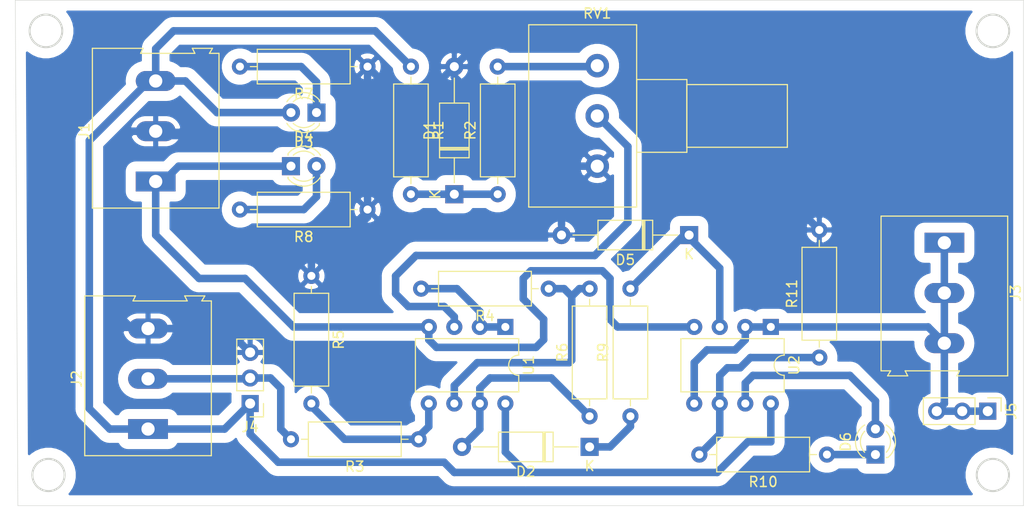
<source format=kicad_pcb>
(kicad_pcb (version 20171130) (host pcbnew "(5.1.6)-1")

  (general
    (thickness 1.6)
    (drawings 8)
    (tracks 171)
    (zones 0)
    (modules 25)
    (nets 20)
  )

  (page A4)
  (layers
    (0 F.Cu signal)
    (31 B.Cu signal)
    (32 B.Adhes user)
    (33 F.Adhes user)
    (34 B.Paste user)
    (35 F.Paste user)
    (36 B.SilkS user)
    (37 F.SilkS user)
    (38 B.Mask user)
    (39 F.Mask user)
    (40 Dwgs.User user)
    (41 Cmts.User user)
    (42 Eco1.User user)
    (43 Eco2.User user)
    (44 Edge.Cuts user)
    (45 Margin user)
    (46 B.CrtYd user)
    (47 F.CrtYd user)
    (48 B.Fab user)
    (49 F.Fab user)
  )

  (setup
    (last_trace_width 0.75)
    (user_trace_width 0.75)
    (user_trace_width 5)
    (trace_clearance 0.2)
    (zone_clearance 1)
    (zone_45_only no)
    (trace_min 0.2)
    (via_size 0.8)
    (via_drill 0.4)
    (via_min_size 0.4)
    (via_min_drill 0.3)
    (uvia_size 0.3)
    (uvia_drill 0.1)
    (uvias_allowed no)
    (uvia_min_size 0.2)
    (uvia_min_drill 0.1)
    (edge_width 0.05)
    (segment_width 0.2)
    (pcb_text_width 0.3)
    (pcb_text_size 1.5 1.5)
    (mod_edge_width 0.12)
    (mod_text_size 1 1)
    (mod_text_width 0.15)
    (pad_size 1.524 1.524)
    (pad_drill 0.762)
    (pad_to_mask_clearance 0.05)
    (aux_axis_origin 0 0)
    (visible_elements FFFFFF7F)
    (pcbplotparams
      (layerselection 0x010fc_ffffffff)
      (usegerberextensions false)
      (usegerberattributes true)
      (usegerberadvancedattributes true)
      (creategerberjobfile true)
      (excludeedgelayer true)
      (linewidth 0.100000)
      (plotframeref false)
      (viasonmask false)
      (mode 1)
      (useauxorigin false)
      (hpglpennumber 1)
      (hpglpenspeed 20)
      (hpglpendiameter 15.000000)
      (psnegative false)
      (psa4output false)
      (plotreference true)
      (plotvalue true)
      (plotinvisibletext false)
      (padsonsilk false)
      (subtractmaskfromsilk false)
      (outputformat 1)
      (mirror false)
      (drillshape 1)
      (scaleselection 1)
      (outputdirectory ""))
  )

  (net 0 "")
  (net 1 GND)
  (net 2 "Net-(D1-Pad1)")
  (net 3 "Net-(D2-Pad2)")
  (net 4 "Net-(D2-Pad1)")
  (net 5 12V)
  (net 6 "Net-(D3-Pad1)")
  (net 7 "Net-(D4-Pad2)")
  (net 8 -12V)
  (net 9 "Net-(D5-Pad1)")
  (net 10 "Net-(D6-Pad2)")
  (net 11 "Net-(D6-Pad1)")
  (net 12 LM35)
  (net 13 Vout)
  (net 14 "Net-(R2-Pad2)")
  (net 15 "Net-(R3-Pad1)")
  (net 16 "Net-(R4-Pad2)")
  (net 17 "Net-(R4-Pad1)")
  (net 18 "Net-(R10-Pad2)")
  (net 19 "Net-(RV1-Pad2)")

  (net_class Default "This is the default net class."
    (clearance 0.2)
    (trace_width 0.25)
    (via_dia 0.8)
    (via_drill 0.4)
    (uvia_dia 0.3)
    (uvia_drill 0.1)
    (add_net -12V)
    (add_net 12V)
    (add_net GND)
    (add_net LM35)
    (add_net "Net-(D1-Pad1)")
    (add_net "Net-(D2-Pad1)")
    (add_net "Net-(D2-Pad2)")
    (add_net "Net-(D3-Pad1)")
    (add_net "Net-(D4-Pad2)")
    (add_net "Net-(D5-Pad1)")
    (add_net "Net-(D6-Pad1)")
    (add_net "Net-(D6-Pad2)")
    (add_net "Net-(R10-Pad2)")
    (add_net "Net-(R2-Pad2)")
    (add_net "Net-(R3-Pad1)")
    (add_net "Net-(R4-Pad1)")
    (add_net "Net-(R4-Pad2)")
    (add_net "Net-(RV1-Pad2)")
    (add_net Vout)
  )

  (module Potentiometer_THT:Potentiometer_Alps_RK163_Single_Horizontal (layer F.Cu) (tedit 5A3D4993) (tstamp 61E38D65)
    (at 71.628 29.972)
    (descr "Potentiometer, horizontal, Alps RK163 Single, http://www.alps.com/prod/info/E/HTML/Potentiometer/RotaryPotentiometers/RK16/RK16_list.html")
    (tags "Potentiometer horizontal Alps RK163 Single")
    (path /61E42809)
    (fp_text reference RV1 (at 0 -15.2) (layer F.SilkS)
      (effects (font (size 1 1) (thickness 0.15)))
    )
    (fp_text value 5k (at 0 5.2) (layer F.Fab)
      (effects (font (size 1 1) (thickness 0.15)))
    )
    (fp_text user %R (at -1.45 -5) (layer F.Fab)
      (effects (font (size 1 1) (thickness 0.15)))
    )
    (fp_line (start -6.7 -13.95) (end -6.7 3.95) (layer F.Fab) (width 0.1))
    (fp_line (start -6.7 3.95) (end 3.8 3.95) (layer F.Fab) (width 0.1))
    (fp_line (start 3.8 3.95) (end 3.8 -13.95) (layer F.Fab) (width 0.1))
    (fp_line (start 3.8 -13.95) (end -6.7 -13.95) (layer F.Fab) (width 0.1))
    (fp_line (start 3.8 -8.5) (end 3.8 -1.5) (layer F.Fab) (width 0.1))
    (fp_line (start 3.8 -1.5) (end 8.8 -1.5) (layer F.Fab) (width 0.1))
    (fp_line (start 8.8 -1.5) (end 8.8 -8.5) (layer F.Fab) (width 0.1))
    (fp_line (start 8.8 -8.5) (end 3.8 -8.5) (layer F.Fab) (width 0.1))
    (fp_line (start 8.8 -8) (end 8.8 -2) (layer F.Fab) (width 0.1))
    (fp_line (start 8.8 -2) (end 18.8 -2) (layer F.Fab) (width 0.1))
    (fp_line (start 18.8 -2) (end 18.8 -8) (layer F.Fab) (width 0.1))
    (fp_line (start 18.8 -8) (end 8.8 -8) (layer F.Fab) (width 0.1))
    (fp_line (start -6.82 -14.07) (end 3.92 -14.07) (layer F.SilkS) (width 0.12))
    (fp_line (start -6.82 4.07) (end 3.92 4.07) (layer F.SilkS) (width 0.12))
    (fp_line (start -6.82 -14.07) (end -6.82 4.07) (layer F.SilkS) (width 0.12))
    (fp_line (start 3.92 -14.07) (end 3.92 4.07) (layer F.SilkS) (width 0.12))
    (fp_line (start 3.92 -8.62) (end 8.92 -8.62) (layer F.SilkS) (width 0.12))
    (fp_line (start 3.92 -1.38) (end 8.92 -1.38) (layer F.SilkS) (width 0.12))
    (fp_line (start 3.92 -8.62) (end 3.92 -1.38) (layer F.SilkS) (width 0.12))
    (fp_line (start 8.92 -8.62) (end 8.92 -1.38) (layer F.SilkS) (width 0.12))
    (fp_line (start 8.92 -8.12) (end 18.92 -8.12) (layer F.SilkS) (width 0.12))
    (fp_line (start 8.92 -1.879) (end 18.92 -1.879) (layer F.SilkS) (width 0.12))
    (fp_line (start 8.92 -8.12) (end 8.92 -1.879) (layer F.SilkS) (width 0.12))
    (fp_line (start 18.92 -8.12) (end 18.92 -1.879) (layer F.SilkS) (width 0.12))
    (fp_line (start -6.95 -14.2) (end -6.95 4.2) (layer F.CrtYd) (width 0.05))
    (fp_line (start -6.95 4.2) (end 19.05 4.2) (layer F.CrtYd) (width 0.05))
    (fp_line (start 19.05 4.2) (end 19.05 -14.2) (layer F.CrtYd) (width 0.05))
    (fp_line (start 19.05 -14.2) (end -6.95 -14.2) (layer F.CrtYd) (width 0.05))
    (pad 1 thru_hole circle (at 0 0) (size 2.34 2.34) (drill 1.3) (layers *.Cu *.Mask)
      (net 1 GND))
    (pad 2 thru_hole circle (at 0 -5) (size 2.34 2.34) (drill 1.3) (layers *.Cu *.Mask)
      (net 19 "Net-(RV1-Pad2)"))
    (pad 3 thru_hole circle (at 0 -10) (size 2.34 2.34) (drill 1.3) (layers *.Cu *.Mask)
      (net 14 "Net-(R2-Pad2)"))
    (model ${KISYS3DMOD}/Potentiometer_THT.3dshapes/Potentiometer_Alps_RK163_Single_Horizontal.wrl
      (at (xyz 0 0 0))
      (scale (xyz 1 1 1))
      (rotate (xyz 0 0 0))
    )
  )

  (module Connector_PinHeader_2.54mm:PinHeader_1x03_P2.54mm_Vertical (layer F.Cu) (tedit 59FED5CC) (tstamp 61E3DAEC)
    (at 110.49 54.356 270)
    (descr "Through hole straight pin header, 1x03, 2.54mm pitch, single row")
    (tags "Through hole pin header THT 1x03 2.54mm single row")
    (path /61F807FB)
    (fp_text reference J5 (at 0 -2.33 90) (layer F.SilkS)
      (effects (font (size 1 1) (thickness 0.15)))
    )
    (fp_text value Conn_01x03_Male (at 0 7.41 90) (layer F.Fab)
      (effects (font (size 1 1) (thickness 0.15)))
    )
    (fp_text user %R (at 0 2.54) (layer F.Fab)
      (effects (font (size 1 1) (thickness 0.15)))
    )
    (fp_line (start -0.635 -1.27) (end 1.27 -1.27) (layer F.Fab) (width 0.1))
    (fp_line (start 1.27 -1.27) (end 1.27 6.35) (layer F.Fab) (width 0.1))
    (fp_line (start 1.27 6.35) (end -1.27 6.35) (layer F.Fab) (width 0.1))
    (fp_line (start -1.27 6.35) (end -1.27 -0.635) (layer F.Fab) (width 0.1))
    (fp_line (start -1.27 -0.635) (end -0.635 -1.27) (layer F.Fab) (width 0.1))
    (fp_line (start -1.33 6.41) (end 1.33 6.41) (layer F.SilkS) (width 0.12))
    (fp_line (start -1.33 1.27) (end -1.33 6.41) (layer F.SilkS) (width 0.12))
    (fp_line (start 1.33 1.27) (end 1.33 6.41) (layer F.SilkS) (width 0.12))
    (fp_line (start -1.33 1.27) (end 1.33 1.27) (layer F.SilkS) (width 0.12))
    (fp_line (start -1.33 0) (end -1.33 -1.33) (layer F.SilkS) (width 0.12))
    (fp_line (start -1.33 -1.33) (end 0 -1.33) (layer F.SilkS) (width 0.12))
    (fp_line (start -1.8 -1.8) (end -1.8 6.85) (layer F.CrtYd) (width 0.05))
    (fp_line (start -1.8 6.85) (end 1.8 6.85) (layer F.CrtYd) (width 0.05))
    (fp_line (start 1.8 6.85) (end 1.8 -1.8) (layer F.CrtYd) (width 0.05))
    (fp_line (start 1.8 -1.8) (end -1.8 -1.8) (layer F.CrtYd) (width 0.05))
    (pad 3 thru_hole oval (at 0 5.08 270) (size 1.7 1.7) (drill 1) (layers *.Cu *.Mask)
      (net 13 Vout))
    (pad 2 thru_hole oval (at 0 2.54 270) (size 1.7 1.7) (drill 1) (layers *.Cu *.Mask)
      (net 13 Vout))
    (pad 1 thru_hole rect (at 0 0 270) (size 1.7 1.7) (drill 1) (layers *.Cu *.Mask)
      (net 13 Vout))
    (model ${KISYS3DMOD}/Connector_PinHeader_2.54mm.3dshapes/PinHeader_1x03_P2.54mm_Vertical.wrl
      (at (xyz 0 0 0))
      (scale (xyz 1 1 1))
      (rotate (xyz 0 0 0))
    )
  )

  (module TerminalBlock:TerminalBlock_Altech_AK300-3_P5.00mm (layer F.Cu) (tedit 59FF0306) (tstamp 61E3CB45)
    (at 106.172 37.592 270)
    (descr "Altech AK300 terminal block, pitch 5.0mm, 45 degree angled, see http://www.mouser.com/ds/2/16/PCBMETRC-24178.pdf")
    (tags "Altech AK300 terminal block pitch 5.0mm")
    (path /61F733D9)
    (fp_text reference J3 (at 5 -7.1 90) (layer F.SilkS)
      (effects (font (size 1 1) (thickness 0.15)))
    )
    (fp_text value Conn_01x03_Male (at 4.95 7.3 90) (layer F.Fab)
      (effects (font (size 1 1) (thickness 0.15)))
    )
    (fp_arc (start -1.16 -4.66) (end -1.44 -4.14) (angle 104.2) (layer F.Fab) (width 0.1))
    (fp_arc (start -0.04 -3.72) (end -1.64 -5.01) (angle 100) (layer F.Fab) (width 0.1))
    (fp_arc (start 0.04 -6.08) (end 1.5 -4.13) (angle 75.5) (layer F.Fab) (width 0.1))
    (fp_arc (start 1 -4.6) (end 1.51 -5.06) (angle 90.5) (layer F.Fab) (width 0.1))
    (fp_arc (start 3.85 -4.66) (end 3.56 -4.14) (angle 104.2) (layer F.Fab) (width 0.1))
    (fp_arc (start 4.96 -3.72) (end 3.36 -5.01) (angle 100) (layer F.Fab) (width 0.1))
    (fp_arc (start 5.04 -6.08) (end 6.5 -4.13) (angle 75.5) (layer F.Fab) (width 0.1))
    (fp_arc (start 6.01 -4.6) (end 6.51 -5.06) (angle 90.5) (layer F.Fab) (width 0.1))
    (fp_arc (start 11.09 -4.6) (end 11.59 -5.06) (angle 90.5) (layer F.Fab) (width 0.1))
    (fp_arc (start 10.12 -6.08) (end 11.58 -4.13) (angle 75.5) (layer F.Fab) (width 0.1))
    (fp_arc (start 10.04 -3.72) (end 8.44 -5.01) (angle 100) (layer F.Fab) (width 0.1))
    (fp_arc (start 8.93 -4.66) (end 8.64 -4.14) (angle 104.2) (layer F.Fab) (width 0.1))
    (fp_text user %R (at 5 -2 90) (layer F.Fab)
      (effects (font (size 1 1) (thickness 0.15)))
    )
    (fp_line (start -2.65 -6.3) (end -2.65 6.3) (layer F.SilkS) (width 0.12))
    (fp_line (start -2.65 6.3) (end 12.75 6.3) (layer F.SilkS) (width 0.12))
    (fp_line (start 12.75 6.3) (end 12.75 5.35) (layer F.SilkS) (width 0.12))
    (fp_line (start 12.75 5.35) (end 13.25 5.65) (layer F.SilkS) (width 0.12))
    (fp_line (start 13.25 5.65) (end 13.25 3.65) (layer F.SilkS) (width 0.12))
    (fp_line (start 13.25 3.65) (end 12.75 3.9) (layer F.SilkS) (width 0.12))
    (fp_line (start 12.75 3.9) (end 12.75 -1.5) (layer F.SilkS) (width 0.12))
    (fp_line (start 12.75 -1.5) (end 13.25 -1.25) (layer F.SilkS) (width 0.12))
    (fp_line (start 13.25 -1.25) (end 13.25 -6.3) (layer F.SilkS) (width 0.12))
    (fp_line (start 13.25 -6.3) (end -2.65 -6.3) (layer F.SilkS) (width 0.12))
    (fp_line (start 12.66 -0.65) (end -2.52 -0.65) (layer F.Fab) (width 0.1))
    (fp_line (start 8.02 3.99) (end 8.02 -0.26) (layer F.Fab) (width 0.1))
    (fp_line (start 12.09 6.21) (end 7.58 6.21) (layer F.Fab) (width 0.1))
    (fp_line (start 7.58 -3.19) (end 12.6 -3.19) (layer F.Fab) (width 0.1))
    (fp_line (start -2.58 -6.23) (end 12.66 -6.23) (layer F.Fab) (width 0.1))
    (fp_line (start 8.42 -0.26) (end 11.72 -0.26) (layer F.Fab) (width 0.1))
    (fp_line (start 8.04 -0.26) (end 8.42 -0.26) (layer F.Fab) (width 0.1))
    (fp_line (start 12.1 -0.26) (end 11.72 -0.26) (layer F.Fab) (width 0.1))
    (fp_line (start 8.57 -4.33) (end 11.62 -4.96) (layer F.Fab) (width 0.1))
    (fp_line (start 8.44 -4.46) (end 11.49 -5.09) (layer F.Fab) (width 0.1))
    (fp_line (start 12.1 -3.44) (end 8.04 -3.44) (layer F.Fab) (width 0.1))
    (fp_line (start 12.1 -5.98) (end 12.1 -3.44) (layer F.Fab) (width 0.1))
    (fp_line (start 8.04 -5.98) (end 12.1 -5.98) (layer F.Fab) (width 0.1))
    (fp_line (start 8.04 -3.44) (end 8.04 -5.98) (layer F.Fab) (width 0.1))
    (fp_line (start 12.66 -3.19) (end 12.66 -1.66) (layer F.Fab) (width 0.1))
    (fp_line (start 12.66 -0.65) (end 12.66 4.05) (layer F.Fab) (width 0.1))
    (fp_line (start 12.66 -1.66) (end 12.66 -0.65) (layer F.Fab) (width 0.1))
    (fp_line (start 11.72 0.5) (end 11.34 0.5) (layer F.Fab) (width 0.1))
    (fp_line (start 8.42 0.5) (end 8.8 0.5) (layer F.Fab) (width 0.1))
    (fp_line (start 8.42 3.67) (end 8.42 0.5) (layer F.Fab) (width 0.1))
    (fp_line (start 11.72 3.67) (end 8.42 3.67) (layer F.Fab) (width 0.1))
    (fp_line (start 11.72 3.67) (end 11.72 0.5) (layer F.Fab) (width 0.1))
    (fp_line (start 12.1 4.31) (end 12.1 6.21) (layer F.Fab) (width 0.1))
    (fp_line (start 8.04 4.31) (end 12.1 4.31) (layer F.Fab) (width 0.1))
    (fp_line (start 12.1 6.21) (end 12.66 6.21) (layer F.Fab) (width 0.1))
    (fp_line (start 12.1 -0.26) (end 12.1 4.31) (layer F.Fab) (width 0.1))
    (fp_line (start 8.04 6.21) (end 8.04 4.31) (layer F.Fab) (width 0.1))
    (fp_line (start 13.17 3.8) (end 13.17 5.45) (layer F.Fab) (width 0.1))
    (fp_line (start 12.66 4.05) (end 12.66 5.2) (layer F.Fab) (width 0.1))
    (fp_line (start 13.17 3.8) (end 12.66 4.05) (layer F.Fab) (width 0.1))
    (fp_line (start 12.66 5.2) (end 12.66 6.21) (layer F.Fab) (width 0.1))
    (fp_line (start 13.17 5.45) (end 12.66 5.2) (layer F.Fab) (width 0.1))
    (fp_line (start 13.17 -1.41) (end 12.66 -1.66) (layer F.Fab) (width 0.1))
    (fp_line (start 13.17 -6.23) (end 13.17 -1.41) (layer F.Fab) (width 0.1))
    (fp_line (start 12.66 -6.23) (end 13.17 -6.23) (layer F.Fab) (width 0.1))
    (fp_line (start 12.66 -6.23) (end 12.66 -3.19) (layer F.Fab) (width 0.1))
    (fp_line (start 8.8 2.53) (end 8.8 -0.26) (layer F.Fab) (width 0.1))
    (fp_line (start 8.8 -0.26) (end 11.34 -0.26) (layer F.Fab) (width 0.1))
    (fp_line (start 11.34 2.53) (end 11.34 -0.26) (layer F.Fab) (width 0.1))
    (fp_line (start 8.8 2.53) (end 11.34 2.53) (layer F.Fab) (width 0.1))
    (fp_line (start -1.28 2.53) (end 1.26 2.53) (layer F.Fab) (width 0.1))
    (fp_line (start 1.26 2.53) (end 1.26 -0.26) (layer F.Fab) (width 0.1))
    (fp_line (start -1.28 -0.26) (end 1.26 -0.26) (layer F.Fab) (width 0.1))
    (fp_line (start -1.28 2.53) (end -1.28 -0.26) (layer F.Fab) (width 0.1))
    (fp_line (start 3.72 2.53) (end 6.26 2.53) (layer F.Fab) (width 0.1))
    (fp_line (start 6.26 2.53) (end 6.26 -0.26) (layer F.Fab) (width 0.1))
    (fp_line (start 3.72 -0.26) (end 6.26 -0.26) (layer F.Fab) (width 0.1))
    (fp_line (start 3.72 2.53) (end 3.72 -0.26) (layer F.Fab) (width 0.1))
    (fp_line (start 8.02 5.2) (end 8.02 6.21) (layer F.Fab) (width 0.1))
    (fp_line (start 8.02 4.05) (end 8.02 5.2) (layer F.Fab) (width 0.1))
    (fp_line (start 2.96 6.21) (end 2.96 4.31) (layer F.Fab) (width 0.1))
    (fp_line (start 7.02 -0.26) (end 7.02 4.31) (layer F.Fab) (width 0.1))
    (fp_line (start 2.96 6.21) (end 7.02 6.21) (layer F.Fab) (width 0.1))
    (fp_line (start 7.02 6.21) (end 7.58 6.21) (layer F.Fab) (width 0.1))
    (fp_line (start 2.02 6.21) (end 2.02 4.31) (layer F.Fab) (width 0.1))
    (fp_line (start 2.02 6.21) (end 2.96 6.21) (layer F.Fab) (width 0.1))
    (fp_line (start -2.05 -0.26) (end -2.05 4.31) (layer F.Fab) (width 0.1))
    (fp_line (start -2.58 6.21) (end -2.05 6.21) (layer F.Fab) (width 0.1))
    (fp_line (start -2.05 6.21) (end 2.02 6.21) (layer F.Fab) (width 0.1))
    (fp_line (start 2.96 4.31) (end 7.02 4.31) (layer F.Fab) (width 0.1))
    (fp_line (start 2.96 4.31) (end 2.96 -0.26) (layer F.Fab) (width 0.1))
    (fp_line (start 7.02 4.31) (end 7.02 6.21) (layer F.Fab) (width 0.1))
    (fp_line (start 2.02 4.31) (end -2.05 4.31) (layer F.Fab) (width 0.1))
    (fp_line (start 2.02 4.31) (end 2.02 -0.26) (layer F.Fab) (width 0.1))
    (fp_line (start -2.05 4.31) (end -2.05 6.21) (layer F.Fab) (width 0.1))
    (fp_line (start 6.64 3.67) (end 6.64 0.5) (layer F.Fab) (width 0.1))
    (fp_line (start 6.64 3.67) (end 3.34 3.67) (layer F.Fab) (width 0.1))
    (fp_line (start 3.34 3.67) (end 3.34 0.5) (layer F.Fab) (width 0.1))
    (fp_line (start 1.64 3.67) (end 1.64 0.5) (layer F.Fab) (width 0.1))
    (fp_line (start 1.64 3.67) (end -1.67 3.67) (layer F.Fab) (width 0.1))
    (fp_line (start -1.67 3.67) (end -1.67 0.5) (layer F.Fab) (width 0.1))
    (fp_line (start -1.67 0.5) (end -1.28 0.5) (layer F.Fab) (width 0.1))
    (fp_line (start 1.64 0.5) (end 1.26 0.5) (layer F.Fab) (width 0.1))
    (fp_line (start 3.34 0.5) (end 3.72 0.5) (layer F.Fab) (width 0.1))
    (fp_line (start 6.64 0.5) (end 6.26 0.5) (layer F.Fab) (width 0.1))
    (fp_line (start -2.58 6.21) (end -2.58 -0.65) (layer F.Fab) (width 0.1))
    (fp_line (start -2.58 -0.65) (end -2.58 -3.19) (layer F.Fab) (width 0.1))
    (fp_line (start -2.58 -3.19) (end 7.58 -3.19) (layer F.Fab) (width 0.1))
    (fp_line (start -2.58 -3.19) (end -2.58 -6.23) (layer F.Fab) (width 0.1))
    (fp_line (start 2.96 -3.44) (end 2.96 -5.98) (layer F.Fab) (width 0.1))
    (fp_line (start 2.96 -5.98) (end 7.02 -5.98) (layer F.Fab) (width 0.1))
    (fp_line (start 7.02 -5.98) (end 7.02 -3.44) (layer F.Fab) (width 0.1))
    (fp_line (start 7.02 -3.44) (end 2.96 -3.44) (layer F.Fab) (width 0.1))
    (fp_line (start 2.02 -3.44) (end 2.02 -5.98) (layer F.Fab) (width 0.1))
    (fp_line (start 2.02 -3.44) (end -2.05 -3.44) (layer F.Fab) (width 0.1))
    (fp_line (start -2.05 -3.44) (end -2.05 -5.98) (layer F.Fab) (width 0.1))
    (fp_line (start 2.02 -5.98) (end -2.05 -5.98) (layer F.Fab) (width 0.1))
    (fp_line (start 3.36 -4.46) (end 6.41 -5.09) (layer F.Fab) (width 0.1))
    (fp_line (start 3.49 -4.33) (end 6.54 -4.96) (layer F.Fab) (width 0.1))
    (fp_line (start -1.64 -4.46) (end 1.41 -5.09) (layer F.Fab) (width 0.1))
    (fp_line (start -1.51 -4.33) (end 1.53 -4.96) (layer F.Fab) (width 0.1))
    (fp_line (start -2.05 -0.26) (end -1.67 -0.26) (layer F.Fab) (width 0.1))
    (fp_line (start 2.02 -0.26) (end 1.64 -0.26) (layer F.Fab) (width 0.1))
    (fp_line (start 1.64 -0.26) (end -1.67 -0.26) (layer F.Fab) (width 0.1))
    (fp_line (start 7.02 -0.26) (end 6.64 -0.26) (layer F.Fab) (width 0.1))
    (fp_line (start 2.96 -0.26) (end 3.34 -0.26) (layer F.Fab) (width 0.1))
    (fp_line (start 3.34 -0.26) (end 6.64 -0.26) (layer F.Fab) (width 0.1))
    (fp_line (start -2.83 -6.48) (end 13.42 -6.48) (layer F.CrtYd) (width 0.05))
    (fp_line (start -2.83 -6.48) (end -2.83 6.46) (layer F.CrtYd) (width 0.05))
    (fp_line (start 13.42 6.46) (end 13.42 -6.48) (layer F.CrtYd) (width 0.05))
    (fp_line (start 13.42 6.46) (end -2.83 6.46) (layer F.CrtYd) (width 0.05))
    (pad 3 thru_hole oval (at 10 0 270) (size 1.98 3.96) (drill 1.32) (layers *.Cu *.Mask)
      (net 13 Vout))
    (pad 2 thru_hole oval (at 5 0 270) (size 1.98 3.96) (drill 1.32) (layers *.Cu *.Mask)
      (net 13 Vout))
    (pad 1 thru_hole rect (at 0 0 270) (size 1.98 3.96) (drill 1.32) (layers *.Cu *.Mask)
      (net 13 Vout))
    (model ${KISYS3DMOD}/TerminalBlock.3dshapes/TerminalBlock_Altech_AK300-3_P5.00mm.wrl
      (at (xyz 0 0 0))
      (scale (xyz 1 1 1))
      (rotate (xyz 0 0 0))
    )
  )

  (module Resistor_THT:R_Axial_DIN0309_L9.0mm_D3.2mm_P12.70mm_Horizontal (layer F.Cu) (tedit 5AE5139B) (tstamp 61E3EF16)
    (at 43.18 40.894 270)
    (descr "Resistor, Axial_DIN0309 series, Axial, Horizontal, pin pitch=12.7mm, 0.5W = 1/2W, length*diameter=9*3.2mm^2, http://cdn-reichelt.de/documents/datenblatt/B400/1_4W%23YAG.pdf")
    (tags "Resistor Axial_DIN0309 series Axial Horizontal pin pitch 12.7mm 0.5W = 1/2W length 9mm diameter 3.2mm")
    (path /61E653B0)
    (fp_text reference R5 (at 6.35 -2.72 90) (layer F.SilkS)
      (effects (font (size 1 1) (thickness 0.15)))
    )
    (fp_text value 25k (at 6.35 2.72 90) (layer F.Fab)
      (effects (font (size 1 1) (thickness 0.15)))
    )
    (fp_text user %R (at 6.35 0 90) (layer F.Fab)
      (effects (font (size 1 1) (thickness 0.15)))
    )
    (fp_line (start 1.85 -1.6) (end 1.85 1.6) (layer F.Fab) (width 0.1))
    (fp_line (start 1.85 1.6) (end 10.85 1.6) (layer F.Fab) (width 0.1))
    (fp_line (start 10.85 1.6) (end 10.85 -1.6) (layer F.Fab) (width 0.1))
    (fp_line (start 10.85 -1.6) (end 1.85 -1.6) (layer F.Fab) (width 0.1))
    (fp_line (start 0 0) (end 1.85 0) (layer F.Fab) (width 0.1))
    (fp_line (start 12.7 0) (end 10.85 0) (layer F.Fab) (width 0.1))
    (fp_line (start 1.73 -1.72) (end 1.73 1.72) (layer F.SilkS) (width 0.12))
    (fp_line (start 1.73 1.72) (end 10.97 1.72) (layer F.SilkS) (width 0.12))
    (fp_line (start 10.97 1.72) (end 10.97 -1.72) (layer F.SilkS) (width 0.12))
    (fp_line (start 10.97 -1.72) (end 1.73 -1.72) (layer F.SilkS) (width 0.12))
    (fp_line (start 1.04 0) (end 1.73 0) (layer F.SilkS) (width 0.12))
    (fp_line (start 11.66 0) (end 10.97 0) (layer F.SilkS) (width 0.12))
    (fp_line (start -1.05 -1.85) (end -1.05 1.85) (layer F.CrtYd) (width 0.05))
    (fp_line (start -1.05 1.85) (end 13.75 1.85) (layer F.CrtYd) (width 0.05))
    (fp_line (start 13.75 1.85) (end 13.75 -1.85) (layer F.CrtYd) (width 0.05))
    (fp_line (start 13.75 -1.85) (end -1.05 -1.85) (layer F.CrtYd) (width 0.05))
    (pad 2 thru_hole oval (at 12.7 0 270) (size 1.6 1.6) (drill 0.8) (layers *.Cu *.Mask)
      (net 15 "Net-(R3-Pad1)"))
    (pad 1 thru_hole circle (at 0 0 270) (size 1.6 1.6) (drill 0.8) (layers *.Cu *.Mask)
      (net 1 GND))
    (model ${KISYS3DMOD}/Resistor_THT.3dshapes/R_Axial_DIN0309_L9.0mm_D3.2mm_P12.70mm_Horizontal.wrl
      (at (xyz 0 0 0))
      (scale (xyz 1 1 1))
      (rotate (xyz 0 0 0))
    )
  )

  (module Connector_PinHeader_2.54mm:PinHeader_1x03_P2.54mm_Vertical (layer F.Cu) (tedit 59FED5CC) (tstamp 61E36C03)
    (at 37.084 53.594 180)
    (descr "Through hole straight pin header, 1x03, 2.54mm pitch, single row")
    (tags "Through hole pin header THT 1x03 2.54mm single row")
    (path /61ED05E9)
    (fp_text reference J4 (at 0 -2.33) (layer F.SilkS)
      (effects (font (size 1 1) (thickness 0.15)))
    )
    (fp_text value Conn_01x03_Male (at 0 7.41) (layer F.Fab)
      (effects (font (size 1 1) (thickness 0.15)))
    )
    (fp_text user %R (at 0 2.54 90) (layer F.Fab)
      (effects (font (size 1 1) (thickness 0.15)))
    )
    (fp_line (start -0.635 -1.27) (end 1.27 -1.27) (layer F.Fab) (width 0.1))
    (fp_line (start 1.27 -1.27) (end 1.27 6.35) (layer F.Fab) (width 0.1))
    (fp_line (start 1.27 6.35) (end -1.27 6.35) (layer F.Fab) (width 0.1))
    (fp_line (start -1.27 6.35) (end -1.27 -0.635) (layer F.Fab) (width 0.1))
    (fp_line (start -1.27 -0.635) (end -0.635 -1.27) (layer F.Fab) (width 0.1))
    (fp_line (start -1.33 6.41) (end 1.33 6.41) (layer F.SilkS) (width 0.12))
    (fp_line (start -1.33 1.27) (end -1.33 6.41) (layer F.SilkS) (width 0.12))
    (fp_line (start 1.33 1.27) (end 1.33 6.41) (layer F.SilkS) (width 0.12))
    (fp_line (start -1.33 1.27) (end 1.33 1.27) (layer F.SilkS) (width 0.12))
    (fp_line (start -1.33 0) (end -1.33 -1.33) (layer F.SilkS) (width 0.12))
    (fp_line (start -1.33 -1.33) (end 0 -1.33) (layer F.SilkS) (width 0.12))
    (fp_line (start -1.8 -1.8) (end -1.8 6.85) (layer F.CrtYd) (width 0.05))
    (fp_line (start -1.8 6.85) (end 1.8 6.85) (layer F.CrtYd) (width 0.05))
    (fp_line (start 1.8 6.85) (end 1.8 -1.8) (layer F.CrtYd) (width 0.05))
    (fp_line (start 1.8 -1.8) (end -1.8 -1.8) (layer F.CrtYd) (width 0.05))
    (pad 3 thru_hole oval (at 0 5.08 180) (size 1.7 1.7) (drill 1) (layers *.Cu *.Mask)
      (net 1 GND))
    (pad 2 thru_hole oval (at 0 2.54 180) (size 1.7 1.7) (drill 1) (layers *.Cu *.Mask)
      (net 12 LM35))
    (pad 1 thru_hole rect (at 0 0 180) (size 1.7 1.7) (drill 1) (layers *.Cu *.Mask)
      (net 5 12V))
    (model ${KISYS3DMOD}/Connector_PinHeader_2.54mm.3dshapes/PinHeader_1x03_P2.54mm_Vertical.wrl
      (at (xyz 0 0 0))
      (scale (xyz 1 1 1))
      (rotate (xyz 0 0 0))
    )
  )

  (module Package_DIP:DIP-8_W7.62mm (layer F.Cu) (tedit 5A02E8C5) (tstamp 61E343A9)
    (at 88.9 45.974 270)
    (descr "8-lead though-hole mounted DIP package, row spacing 7.62 mm (300 mils)")
    (tags "THT DIP DIL PDIP 2.54mm 7.62mm 300mil")
    (path /61E30D6C)
    (fp_text reference U2 (at 3.81 -2.33 90) (layer F.SilkS)
      (effects (font (size 1 1) (thickness 0.15)))
    )
    (fp_text value LM358 (at 3.81 9.95 90) (layer F.Fab)
      (effects (font (size 1 1) (thickness 0.15)))
    )
    (fp_text user %R (at 3.81 3.81 90) (layer F.Fab)
      (effects (font (size 1 1) (thickness 0.15)))
    )
    (fp_arc (start 3.81 -1.33) (end 2.81 -1.33) (angle -180) (layer F.SilkS) (width 0.12))
    (fp_line (start 1.635 -1.27) (end 6.985 -1.27) (layer F.Fab) (width 0.1))
    (fp_line (start 6.985 -1.27) (end 6.985 8.89) (layer F.Fab) (width 0.1))
    (fp_line (start 6.985 8.89) (end 0.635 8.89) (layer F.Fab) (width 0.1))
    (fp_line (start 0.635 8.89) (end 0.635 -0.27) (layer F.Fab) (width 0.1))
    (fp_line (start 0.635 -0.27) (end 1.635 -1.27) (layer F.Fab) (width 0.1))
    (fp_line (start 2.81 -1.33) (end 1.16 -1.33) (layer F.SilkS) (width 0.12))
    (fp_line (start 1.16 -1.33) (end 1.16 8.95) (layer F.SilkS) (width 0.12))
    (fp_line (start 1.16 8.95) (end 6.46 8.95) (layer F.SilkS) (width 0.12))
    (fp_line (start 6.46 8.95) (end 6.46 -1.33) (layer F.SilkS) (width 0.12))
    (fp_line (start 6.46 -1.33) (end 4.81 -1.33) (layer F.SilkS) (width 0.12))
    (fp_line (start -1.1 -1.55) (end -1.1 9.15) (layer F.CrtYd) (width 0.05))
    (fp_line (start -1.1 9.15) (end 8.7 9.15) (layer F.CrtYd) (width 0.05))
    (fp_line (start 8.7 9.15) (end 8.7 -1.55) (layer F.CrtYd) (width 0.05))
    (fp_line (start 8.7 -1.55) (end -1.1 -1.55) (layer F.CrtYd) (width 0.05))
    (pad 8 thru_hole oval (at 7.62 0 270) (size 1.6 1.6) (drill 0.8) (layers *.Cu *.Mask)
      (net 5 12V))
    (pad 4 thru_hole oval (at 0 7.62 270) (size 1.6 1.6) (drill 0.8) (layers *.Cu *.Mask)
      (net 8 -12V))
    (pad 7 thru_hole oval (at 7.62 2.54 270) (size 1.6 1.6) (drill 0.8) (layers *.Cu *.Mask)
      (net 10 "Net-(D6-Pad2)"))
    (pad 3 thru_hole oval (at 0 5.08 270) (size 1.6 1.6) (drill 0.8) (layers *.Cu *.Mask)
      (net 9 "Net-(D5-Pad1)"))
    (pad 6 thru_hole oval (at 7.62 5.08 270) (size 1.6 1.6) (drill 0.8) (layers *.Cu *.Mask)
      (net 18 "Net-(R10-Pad2)"))
    (pad 2 thru_hole oval (at 0 2.54 270) (size 1.6 1.6) (drill 0.8) (layers *.Cu *.Mask)
      (net 13 Vout))
    (pad 5 thru_hole oval (at 7.62 7.62 270) (size 1.6 1.6) (drill 0.8) (layers *.Cu *.Mask)
      (net 13 Vout))
    (pad 1 thru_hole rect (at 0 0 270) (size 1.6 1.6) (drill 0.8) (layers *.Cu *.Mask)
      (net 13 Vout))
    (model ${KISYS3DMOD}/Package_DIP.3dshapes/DIP-8_W7.62mm.wrl
      (at (xyz 0 0 0))
      (scale (xyz 1 1 1))
      (rotate (xyz 0 0 0))
    )
  )

  (module Package_DIP:DIP-8_W7.62mm (layer F.Cu) (tedit 5A02E8C5) (tstamp 61E3438D)
    (at 62.484 45.974 270)
    (descr "8-lead though-hole mounted DIP package, row spacing 7.62 mm (300 mils)")
    (tags "THT DIP DIL PDIP 2.54mm 7.62mm 300mil")
    (path /61E2BE4D)
    (fp_text reference U1 (at 3.81 -2.33 90) (layer F.SilkS)
      (effects (font (size 1 1) (thickness 0.15)))
    )
    (fp_text value LM358 (at 3.81 9.95 90) (layer F.Fab)
      (effects (font (size 1 1) (thickness 0.15)))
    )
    (fp_text user %R (at 3.81 3.81 90) (layer F.Fab)
      (effects (font (size 1 1) (thickness 0.15)))
    )
    (fp_arc (start 3.81 -1.33) (end 2.81 -1.33) (angle -180) (layer F.SilkS) (width 0.12))
    (fp_line (start 1.635 -1.27) (end 6.985 -1.27) (layer F.Fab) (width 0.1))
    (fp_line (start 6.985 -1.27) (end 6.985 8.89) (layer F.Fab) (width 0.1))
    (fp_line (start 6.985 8.89) (end 0.635 8.89) (layer F.Fab) (width 0.1))
    (fp_line (start 0.635 8.89) (end 0.635 -0.27) (layer F.Fab) (width 0.1))
    (fp_line (start 0.635 -0.27) (end 1.635 -1.27) (layer F.Fab) (width 0.1))
    (fp_line (start 2.81 -1.33) (end 1.16 -1.33) (layer F.SilkS) (width 0.12))
    (fp_line (start 1.16 -1.33) (end 1.16 8.95) (layer F.SilkS) (width 0.12))
    (fp_line (start 1.16 8.95) (end 6.46 8.95) (layer F.SilkS) (width 0.12))
    (fp_line (start 6.46 8.95) (end 6.46 -1.33) (layer F.SilkS) (width 0.12))
    (fp_line (start 6.46 -1.33) (end 4.81 -1.33) (layer F.SilkS) (width 0.12))
    (fp_line (start -1.1 -1.55) (end -1.1 9.15) (layer F.CrtYd) (width 0.05))
    (fp_line (start -1.1 9.15) (end 8.7 9.15) (layer F.CrtYd) (width 0.05))
    (fp_line (start 8.7 9.15) (end 8.7 -1.55) (layer F.CrtYd) (width 0.05))
    (fp_line (start 8.7 -1.55) (end -1.1 -1.55) (layer F.CrtYd) (width 0.05))
    (pad 8 thru_hole oval (at 7.62 0 270) (size 1.6 1.6) (drill 0.8) (layers *.Cu *.Mask)
      (net 5 12V))
    (pad 4 thru_hole oval (at 0 7.62 270) (size 1.6 1.6) (drill 0.8) (layers *.Cu *.Mask)
      (net 8 -12V))
    (pad 7 thru_hole oval (at 7.62 2.54 270) (size 1.6 1.6) (drill 0.8) (layers *.Cu *.Mask)
      (net 3 "Net-(D2-Pad2)"))
    (pad 3 thru_hole oval (at 0 5.08 270) (size 1.6 1.6) (drill 0.8) (layers *.Cu *.Mask)
      (net 19 "Net-(RV1-Pad2)"))
    (pad 6 thru_hole oval (at 7.62 5.08 270) (size 1.6 1.6) (drill 0.8) (layers *.Cu *.Mask)
      (net 17 "Net-(R4-Pad1)"))
    (pad 2 thru_hole oval (at 0 2.54 270) (size 1.6 1.6) (drill 0.8) (layers *.Cu *.Mask)
      (net 16 "Net-(R4-Pad2)"))
    (pad 5 thru_hole oval (at 7.62 7.62 270) (size 1.6 1.6) (drill 0.8) (layers *.Cu *.Mask)
      (net 15 "Net-(R3-Pad1)"))
    (pad 1 thru_hole rect (at 0 0 270) (size 1.6 1.6) (drill 0.8) (layers *.Cu *.Mask)
      (net 16 "Net-(R4-Pad2)"))
    (model ${KISYS3DMOD}/Package_DIP.3dshapes/DIP-8_W7.62mm.wrl
      (at (xyz 0 0 0))
      (scale (xyz 1 1 1))
      (rotate (xyz 0 0 0))
    )
  )

  (module Resistor_THT:R_Axial_DIN0309_L9.0mm_D3.2mm_P12.70mm_Horizontal (layer F.Cu) (tedit 5AE5139B) (tstamp 61E3435A)
    (at 93.726 49.022 90)
    (descr "Resistor, Axial_DIN0309 series, Axial, Horizontal, pin pitch=12.7mm, 0.5W = 1/2W, length*diameter=9*3.2mm^2, http://cdn-reichelt.de/documents/datenblatt/B400/1_4W%23YAG.pdf")
    (tags "Resistor Axial_DIN0309 series Axial Horizontal pin pitch 12.7mm 0.5W = 1/2W length 9mm diameter 3.2mm")
    (path /61EC3A9F)
    (fp_text reference R11 (at 6.35 -2.72 90) (layer F.SilkS)
      (effects (font (size 1 1) (thickness 0.15)))
    )
    (fp_text value 330 (at 6.35 2.72 90) (layer F.Fab)
      (effects (font (size 1 1) (thickness 0.15)))
    )
    (fp_text user %R (at 6.35 0 90) (layer F.Fab)
      (effects (font (size 1 1) (thickness 0.15)))
    )
    (fp_line (start 1.85 -1.6) (end 1.85 1.6) (layer F.Fab) (width 0.1))
    (fp_line (start 1.85 1.6) (end 10.85 1.6) (layer F.Fab) (width 0.1))
    (fp_line (start 10.85 1.6) (end 10.85 -1.6) (layer F.Fab) (width 0.1))
    (fp_line (start 10.85 -1.6) (end 1.85 -1.6) (layer F.Fab) (width 0.1))
    (fp_line (start 0 0) (end 1.85 0) (layer F.Fab) (width 0.1))
    (fp_line (start 12.7 0) (end 10.85 0) (layer F.Fab) (width 0.1))
    (fp_line (start 1.73 -1.72) (end 1.73 1.72) (layer F.SilkS) (width 0.12))
    (fp_line (start 1.73 1.72) (end 10.97 1.72) (layer F.SilkS) (width 0.12))
    (fp_line (start 10.97 1.72) (end 10.97 -1.72) (layer F.SilkS) (width 0.12))
    (fp_line (start 10.97 -1.72) (end 1.73 -1.72) (layer F.SilkS) (width 0.12))
    (fp_line (start 1.04 0) (end 1.73 0) (layer F.SilkS) (width 0.12))
    (fp_line (start 11.66 0) (end 10.97 0) (layer F.SilkS) (width 0.12))
    (fp_line (start -1.05 -1.85) (end -1.05 1.85) (layer F.CrtYd) (width 0.05))
    (fp_line (start -1.05 1.85) (end 13.75 1.85) (layer F.CrtYd) (width 0.05))
    (fp_line (start 13.75 1.85) (end 13.75 -1.85) (layer F.CrtYd) (width 0.05))
    (fp_line (start 13.75 -1.85) (end -1.05 -1.85) (layer F.CrtYd) (width 0.05))
    (pad 2 thru_hole oval (at 12.7 0 90) (size 1.6 1.6) (drill 0.8) (layers *.Cu *.Mask)
      (net 1 GND))
    (pad 1 thru_hole circle (at 0 0 90) (size 1.6 1.6) (drill 0.8) (layers *.Cu *.Mask)
      (net 18 "Net-(R10-Pad2)"))
    (model ${KISYS3DMOD}/Resistor_THT.3dshapes/R_Axial_DIN0309_L9.0mm_D3.2mm_P12.70mm_Horizontal.wrl
      (at (xyz 0 0 0))
      (scale (xyz 1 1 1))
      (rotate (xyz 0 0 0))
    )
  )

  (module Resistor_THT:R_Axial_DIN0309_L9.0mm_D3.2mm_P12.70mm_Horizontal (layer F.Cu) (tedit 5AE5139B) (tstamp 61E34343)
    (at 94.488 58.674 180)
    (descr "Resistor, Axial_DIN0309 series, Axial, Horizontal, pin pitch=12.7mm, 0.5W = 1/2W, length*diameter=9*3.2mm^2, http://cdn-reichelt.de/documents/datenblatt/B400/1_4W%23YAG.pdf")
    (tags "Resistor Axial_DIN0309 series Axial Horizontal pin pitch 12.7mm 0.5W = 1/2W length 9mm diameter 3.2mm")
    (path /61EB92CF)
    (fp_text reference R10 (at 6.35 -2.72) (layer F.SilkS)
      (effects (font (size 1 1) (thickness 0.15)))
    )
    (fp_text value 1k (at 6.35 2.72) (layer F.Fab)
      (effects (font (size 1 1) (thickness 0.15)))
    )
    (fp_text user %R (at 6.35 0) (layer F.Fab)
      (effects (font (size 1 1) (thickness 0.15)))
    )
    (fp_line (start 1.85 -1.6) (end 1.85 1.6) (layer F.Fab) (width 0.1))
    (fp_line (start 1.85 1.6) (end 10.85 1.6) (layer F.Fab) (width 0.1))
    (fp_line (start 10.85 1.6) (end 10.85 -1.6) (layer F.Fab) (width 0.1))
    (fp_line (start 10.85 -1.6) (end 1.85 -1.6) (layer F.Fab) (width 0.1))
    (fp_line (start 0 0) (end 1.85 0) (layer F.Fab) (width 0.1))
    (fp_line (start 12.7 0) (end 10.85 0) (layer F.Fab) (width 0.1))
    (fp_line (start 1.73 -1.72) (end 1.73 1.72) (layer F.SilkS) (width 0.12))
    (fp_line (start 1.73 1.72) (end 10.97 1.72) (layer F.SilkS) (width 0.12))
    (fp_line (start 10.97 1.72) (end 10.97 -1.72) (layer F.SilkS) (width 0.12))
    (fp_line (start 10.97 -1.72) (end 1.73 -1.72) (layer F.SilkS) (width 0.12))
    (fp_line (start 1.04 0) (end 1.73 0) (layer F.SilkS) (width 0.12))
    (fp_line (start 11.66 0) (end 10.97 0) (layer F.SilkS) (width 0.12))
    (fp_line (start -1.05 -1.85) (end -1.05 1.85) (layer F.CrtYd) (width 0.05))
    (fp_line (start -1.05 1.85) (end 13.75 1.85) (layer F.CrtYd) (width 0.05))
    (fp_line (start 13.75 1.85) (end 13.75 -1.85) (layer F.CrtYd) (width 0.05))
    (fp_line (start 13.75 -1.85) (end -1.05 -1.85) (layer F.CrtYd) (width 0.05))
    (pad 2 thru_hole oval (at 12.7 0 180) (size 1.6 1.6) (drill 0.8) (layers *.Cu *.Mask)
      (net 18 "Net-(R10-Pad2)"))
    (pad 1 thru_hole circle (at 0 0 180) (size 1.6 1.6) (drill 0.8) (layers *.Cu *.Mask)
      (net 11 "Net-(D6-Pad1)"))
    (model ${KISYS3DMOD}/Resistor_THT.3dshapes/R_Axial_DIN0309_L9.0mm_D3.2mm_P12.70mm_Horizontal.wrl
      (at (xyz 0 0 0))
      (scale (xyz 1 1 1))
      (rotate (xyz 0 0 0))
    )
  )

  (module Resistor_THT:R_Axial_DIN0309_L9.0mm_D3.2mm_P12.70mm_Horizontal (layer F.Cu) (tedit 5AE5139B) (tstamp 61E3432C)
    (at 74.93 54.864 90)
    (descr "Resistor, Axial_DIN0309 series, Axial, Horizontal, pin pitch=12.7mm, 0.5W = 1/2W, length*diameter=9*3.2mm^2, http://cdn-reichelt.de/documents/datenblatt/B400/1_4W%23YAG.pdf")
    (tags "Resistor Axial_DIN0309 series Axial Horizontal pin pitch 12.7mm 0.5W = 1/2W length 9mm diameter 3.2mm")
    (path /61E64A8C)
    (fp_text reference R9 (at 6.35 -2.72 90) (layer F.SilkS)
      (effects (font (size 1 1) (thickness 0.15)))
    )
    (fp_text value 10k (at 6.35 2.72 90) (layer F.Fab)
      (effects (font (size 1 1) (thickness 0.15)))
    )
    (fp_text user %R (at 6.35 0 90) (layer F.Fab)
      (effects (font (size 1 1) (thickness 0.15)))
    )
    (fp_line (start 1.85 -1.6) (end 1.85 1.6) (layer F.Fab) (width 0.1))
    (fp_line (start 1.85 1.6) (end 10.85 1.6) (layer F.Fab) (width 0.1))
    (fp_line (start 10.85 1.6) (end 10.85 -1.6) (layer F.Fab) (width 0.1))
    (fp_line (start 10.85 -1.6) (end 1.85 -1.6) (layer F.Fab) (width 0.1))
    (fp_line (start 0 0) (end 1.85 0) (layer F.Fab) (width 0.1))
    (fp_line (start 12.7 0) (end 10.85 0) (layer F.Fab) (width 0.1))
    (fp_line (start 1.73 -1.72) (end 1.73 1.72) (layer F.SilkS) (width 0.12))
    (fp_line (start 1.73 1.72) (end 10.97 1.72) (layer F.SilkS) (width 0.12))
    (fp_line (start 10.97 1.72) (end 10.97 -1.72) (layer F.SilkS) (width 0.12))
    (fp_line (start 10.97 -1.72) (end 1.73 -1.72) (layer F.SilkS) (width 0.12))
    (fp_line (start 1.04 0) (end 1.73 0) (layer F.SilkS) (width 0.12))
    (fp_line (start 11.66 0) (end 10.97 0) (layer F.SilkS) (width 0.12))
    (fp_line (start -1.05 -1.85) (end -1.05 1.85) (layer F.CrtYd) (width 0.05))
    (fp_line (start -1.05 1.85) (end 13.75 1.85) (layer F.CrtYd) (width 0.05))
    (fp_line (start 13.75 1.85) (end 13.75 -1.85) (layer F.CrtYd) (width 0.05))
    (fp_line (start 13.75 -1.85) (end -1.05 -1.85) (layer F.CrtYd) (width 0.05))
    (pad 2 thru_hole oval (at 12.7 0 90) (size 1.6 1.6) (drill 0.8) (layers *.Cu *.Mask)
      (net 9 "Net-(D5-Pad1)"))
    (pad 1 thru_hole circle (at 0 0 90) (size 1.6 1.6) (drill 0.8) (layers *.Cu *.Mask)
      (net 4 "Net-(D2-Pad1)"))
    (model ${KISYS3DMOD}/Resistor_THT.3dshapes/R_Axial_DIN0309_L9.0mm_D3.2mm_P12.70mm_Horizontal.wrl
      (at (xyz 0 0 0))
      (scale (xyz 1 1 1))
      (rotate (xyz 0 0 0))
    )
  )

  (module Resistor_THT:R_Axial_DIN0309_L9.0mm_D3.2mm_P12.70mm_Horizontal (layer F.Cu) (tedit 5AE5139B) (tstamp 61E35E03)
    (at 48.768 34.29 180)
    (descr "Resistor, Axial_DIN0309 series, Axial, Horizontal, pin pitch=12.7mm, 0.5W = 1/2W, length*diameter=9*3.2mm^2, http://cdn-reichelt.de/documents/datenblatt/B400/1_4W%23YAG.pdf")
    (tags "Resistor Axial_DIN0309 series Axial Horizontal pin pitch 12.7mm 0.5W = 1/2W length 9mm diameter 3.2mm")
    (path /61E97314)
    (fp_text reference R8 (at 6.35 -2.72) (layer F.SilkS)
      (effects (font (size 1 1) (thickness 0.15)))
    )
    (fp_text value 1.2k (at 6.35 2.72) (layer F.Fab)
      (effects (font (size 1 1) (thickness 0.15)))
    )
    (fp_text user %R (at 6.35 0) (layer F.Fab)
      (effects (font (size 1 1) (thickness 0.15)))
    )
    (fp_line (start 1.85 -1.6) (end 1.85 1.6) (layer F.Fab) (width 0.1))
    (fp_line (start 1.85 1.6) (end 10.85 1.6) (layer F.Fab) (width 0.1))
    (fp_line (start 10.85 1.6) (end 10.85 -1.6) (layer F.Fab) (width 0.1))
    (fp_line (start 10.85 -1.6) (end 1.85 -1.6) (layer F.Fab) (width 0.1))
    (fp_line (start 0 0) (end 1.85 0) (layer F.Fab) (width 0.1))
    (fp_line (start 12.7 0) (end 10.85 0) (layer F.Fab) (width 0.1))
    (fp_line (start 1.73 -1.72) (end 1.73 1.72) (layer F.SilkS) (width 0.12))
    (fp_line (start 1.73 1.72) (end 10.97 1.72) (layer F.SilkS) (width 0.12))
    (fp_line (start 10.97 1.72) (end 10.97 -1.72) (layer F.SilkS) (width 0.12))
    (fp_line (start 10.97 -1.72) (end 1.73 -1.72) (layer F.SilkS) (width 0.12))
    (fp_line (start 1.04 0) (end 1.73 0) (layer F.SilkS) (width 0.12))
    (fp_line (start 11.66 0) (end 10.97 0) (layer F.SilkS) (width 0.12))
    (fp_line (start -1.05 -1.85) (end -1.05 1.85) (layer F.CrtYd) (width 0.05))
    (fp_line (start -1.05 1.85) (end 13.75 1.85) (layer F.CrtYd) (width 0.05))
    (fp_line (start 13.75 1.85) (end 13.75 -1.85) (layer F.CrtYd) (width 0.05))
    (fp_line (start 13.75 -1.85) (end -1.05 -1.85) (layer F.CrtYd) (width 0.05))
    (pad 2 thru_hole oval (at 12.7 0 180) (size 1.6 1.6) (drill 0.8) (layers *.Cu *.Mask)
      (net 7 "Net-(D4-Pad2)"))
    (pad 1 thru_hole circle (at 0 0 180) (size 1.6 1.6) (drill 0.8) (layers *.Cu *.Mask)
      (net 1 GND))
    (model ${KISYS3DMOD}/Resistor_THT.3dshapes/R_Axial_DIN0309_L9.0mm_D3.2mm_P12.70mm_Horizontal.wrl
      (at (xyz 0 0 0))
      (scale (xyz 1 1 1))
      (rotate (xyz 0 0 0))
    )
  )

  (module Resistor_THT:R_Axial_DIN0309_L9.0mm_D3.2mm_P12.70mm_Horizontal (layer F.Cu) (tedit 5AE5139B) (tstamp 61E342FE)
    (at 48.768 20.066 180)
    (descr "Resistor, Axial_DIN0309 series, Axial, Horizontal, pin pitch=12.7mm, 0.5W = 1/2W, length*diameter=9*3.2mm^2, http://cdn-reichelt.de/documents/datenblatt/B400/1_4W%23YAG.pdf")
    (tags "Resistor Axial_DIN0309 series Axial Horizontal pin pitch 12.7mm 0.5W = 1/2W length 9mm diameter 3.2mm")
    (path /61E8FDC6)
    (fp_text reference R7 (at 6.35 -2.72) (layer F.SilkS)
      (effects (font (size 1 1) (thickness 0.15)))
    )
    (fp_text value 1.2k (at 6.35 2.72) (layer F.Fab)
      (effects (font (size 1 1) (thickness 0.15)))
    )
    (fp_text user %R (at 6.35 0) (layer F.Fab)
      (effects (font (size 1 1) (thickness 0.15)))
    )
    (fp_line (start 1.85 -1.6) (end 1.85 1.6) (layer F.Fab) (width 0.1))
    (fp_line (start 1.85 1.6) (end 10.85 1.6) (layer F.Fab) (width 0.1))
    (fp_line (start 10.85 1.6) (end 10.85 -1.6) (layer F.Fab) (width 0.1))
    (fp_line (start 10.85 -1.6) (end 1.85 -1.6) (layer F.Fab) (width 0.1))
    (fp_line (start 0 0) (end 1.85 0) (layer F.Fab) (width 0.1))
    (fp_line (start 12.7 0) (end 10.85 0) (layer F.Fab) (width 0.1))
    (fp_line (start 1.73 -1.72) (end 1.73 1.72) (layer F.SilkS) (width 0.12))
    (fp_line (start 1.73 1.72) (end 10.97 1.72) (layer F.SilkS) (width 0.12))
    (fp_line (start 10.97 1.72) (end 10.97 -1.72) (layer F.SilkS) (width 0.12))
    (fp_line (start 10.97 -1.72) (end 1.73 -1.72) (layer F.SilkS) (width 0.12))
    (fp_line (start 1.04 0) (end 1.73 0) (layer F.SilkS) (width 0.12))
    (fp_line (start 11.66 0) (end 10.97 0) (layer F.SilkS) (width 0.12))
    (fp_line (start -1.05 -1.85) (end -1.05 1.85) (layer F.CrtYd) (width 0.05))
    (fp_line (start -1.05 1.85) (end 13.75 1.85) (layer F.CrtYd) (width 0.05))
    (fp_line (start 13.75 1.85) (end 13.75 -1.85) (layer F.CrtYd) (width 0.05))
    (fp_line (start 13.75 -1.85) (end -1.05 -1.85) (layer F.CrtYd) (width 0.05))
    (pad 2 thru_hole oval (at 12.7 0 180) (size 1.6 1.6) (drill 0.8) (layers *.Cu *.Mask)
      (net 6 "Net-(D3-Pad1)"))
    (pad 1 thru_hole circle (at 0 0 180) (size 1.6 1.6) (drill 0.8) (layers *.Cu *.Mask)
      (net 1 GND))
    (model ${KISYS3DMOD}/Resistor_THT.3dshapes/R_Axial_DIN0309_L9.0mm_D3.2mm_P12.70mm_Horizontal.wrl
      (at (xyz 0 0 0))
      (scale (xyz 1 1 1))
      (rotate (xyz 0 0 0))
    )
  )

  (module Resistor_THT:R_Axial_DIN0309_L9.0mm_D3.2mm_P12.70mm_Horizontal (layer F.Cu) (tedit 5AE5139B) (tstamp 61E3EB3E)
    (at 70.866 54.864 90)
    (descr "Resistor, Axial_DIN0309 series, Axial, Horizontal, pin pitch=12.7mm, 0.5W = 1/2W, length*diameter=9*3.2mm^2, http://cdn-reichelt.de/documents/datenblatt/B400/1_4W%23YAG.pdf")
    (tags "Resistor Axial_DIN0309 series Axial Horizontal pin pitch 12.7mm 0.5W = 1/2W length 9mm diameter 3.2mm")
    (path /61E619D3)
    (fp_text reference R6 (at 6.35 -2.72 90) (layer F.SilkS)
      (effects (font (size 1 1) (thickness 0.15)))
    )
    (fp_text value 25k (at 6.35 2.72 90) (layer F.Fab)
      (effects (font (size 1 1) (thickness 0.15)))
    )
    (fp_text user %R (at 6.35 0 90) (layer F.Fab)
      (effects (font (size 1 1) (thickness 0.15)))
    )
    (fp_line (start 1.85 -1.6) (end 1.85 1.6) (layer F.Fab) (width 0.1))
    (fp_line (start 1.85 1.6) (end 10.85 1.6) (layer F.Fab) (width 0.1))
    (fp_line (start 10.85 1.6) (end 10.85 -1.6) (layer F.Fab) (width 0.1))
    (fp_line (start 10.85 -1.6) (end 1.85 -1.6) (layer F.Fab) (width 0.1))
    (fp_line (start 0 0) (end 1.85 0) (layer F.Fab) (width 0.1))
    (fp_line (start 12.7 0) (end 10.85 0) (layer F.Fab) (width 0.1))
    (fp_line (start 1.73 -1.72) (end 1.73 1.72) (layer F.SilkS) (width 0.12))
    (fp_line (start 1.73 1.72) (end 10.97 1.72) (layer F.SilkS) (width 0.12))
    (fp_line (start 10.97 1.72) (end 10.97 -1.72) (layer F.SilkS) (width 0.12))
    (fp_line (start 10.97 -1.72) (end 1.73 -1.72) (layer F.SilkS) (width 0.12))
    (fp_line (start 1.04 0) (end 1.73 0) (layer F.SilkS) (width 0.12))
    (fp_line (start 11.66 0) (end 10.97 0) (layer F.SilkS) (width 0.12))
    (fp_line (start -1.05 -1.85) (end -1.05 1.85) (layer F.CrtYd) (width 0.05))
    (fp_line (start -1.05 1.85) (end 13.75 1.85) (layer F.CrtYd) (width 0.05))
    (fp_line (start 13.75 1.85) (end 13.75 -1.85) (layer F.CrtYd) (width 0.05))
    (fp_line (start 13.75 -1.85) (end -1.05 -1.85) (layer F.CrtYd) (width 0.05))
    (pad 2 thru_hole oval (at 12.7 0 90) (size 1.6 1.6) (drill 0.8) (layers *.Cu *.Mask)
      (net 17 "Net-(R4-Pad1)"))
    (pad 1 thru_hole circle (at 0 0 90) (size 1.6 1.6) (drill 0.8) (layers *.Cu *.Mask)
      (net 3 "Net-(D2-Pad2)"))
    (model ${KISYS3DMOD}/Resistor_THT.3dshapes/R_Axial_DIN0309_L9.0mm_D3.2mm_P12.70mm_Horizontal.wrl
      (at (xyz 0 0 0))
      (scale (xyz 1 1 1))
      (rotate (xyz 0 0 0))
    )
  )

  (module Resistor_THT:R_Axial_DIN0309_L9.0mm_D3.2mm_P12.70mm_Horizontal (layer F.Cu) (tedit 5AE5139B) (tstamp 61E342B9)
    (at 66.802 42.164 180)
    (descr "Resistor, Axial_DIN0309 series, Axial, Horizontal, pin pitch=12.7mm, 0.5W = 1/2W, length*diameter=9*3.2mm^2, http://cdn-reichelt.de/documents/datenblatt/B400/1_4W%23YAG.pdf")
    (tags "Resistor Axial_DIN0309 series Axial Horizontal pin pitch 12.7mm 0.5W = 1/2W length 9mm diameter 3.2mm")
    (path /61E5F7EF)
    (fp_text reference R4 (at 6.35 -2.72) (layer F.SilkS)
      (effects (font (size 1 1) (thickness 0.15)))
    )
    (fp_text value 1k (at 6.35 2.72) (layer F.Fab)
      (effects (font (size 1 1) (thickness 0.15)))
    )
    (fp_text user %R (at 6.35 0) (layer F.Fab)
      (effects (font (size 1 1) (thickness 0.15)))
    )
    (fp_line (start 1.85 -1.6) (end 1.85 1.6) (layer F.Fab) (width 0.1))
    (fp_line (start 1.85 1.6) (end 10.85 1.6) (layer F.Fab) (width 0.1))
    (fp_line (start 10.85 1.6) (end 10.85 -1.6) (layer F.Fab) (width 0.1))
    (fp_line (start 10.85 -1.6) (end 1.85 -1.6) (layer F.Fab) (width 0.1))
    (fp_line (start 0 0) (end 1.85 0) (layer F.Fab) (width 0.1))
    (fp_line (start 12.7 0) (end 10.85 0) (layer F.Fab) (width 0.1))
    (fp_line (start 1.73 -1.72) (end 1.73 1.72) (layer F.SilkS) (width 0.12))
    (fp_line (start 1.73 1.72) (end 10.97 1.72) (layer F.SilkS) (width 0.12))
    (fp_line (start 10.97 1.72) (end 10.97 -1.72) (layer F.SilkS) (width 0.12))
    (fp_line (start 10.97 -1.72) (end 1.73 -1.72) (layer F.SilkS) (width 0.12))
    (fp_line (start 1.04 0) (end 1.73 0) (layer F.SilkS) (width 0.12))
    (fp_line (start 11.66 0) (end 10.97 0) (layer F.SilkS) (width 0.12))
    (fp_line (start -1.05 -1.85) (end -1.05 1.85) (layer F.CrtYd) (width 0.05))
    (fp_line (start -1.05 1.85) (end 13.75 1.85) (layer F.CrtYd) (width 0.05))
    (fp_line (start 13.75 1.85) (end 13.75 -1.85) (layer F.CrtYd) (width 0.05))
    (fp_line (start 13.75 -1.85) (end -1.05 -1.85) (layer F.CrtYd) (width 0.05))
    (pad 2 thru_hole oval (at 12.7 0 180) (size 1.6 1.6) (drill 0.8) (layers *.Cu *.Mask)
      (net 16 "Net-(R4-Pad2)"))
    (pad 1 thru_hole circle (at 0 0 180) (size 1.6 1.6) (drill 0.8) (layers *.Cu *.Mask)
      (net 17 "Net-(R4-Pad1)"))
    (model ${KISYS3DMOD}/Resistor_THT.3dshapes/R_Axial_DIN0309_L9.0mm_D3.2mm_P12.70mm_Horizontal.wrl
      (at (xyz 0 0 0))
      (scale (xyz 1 1 1))
      (rotate (xyz 0 0 0))
    )
  )

  (module Resistor_THT:R_Axial_DIN0309_L9.0mm_D3.2mm_P12.70mm_Horizontal (layer F.Cu) (tedit 5AE5139B) (tstamp 61E3ED73)
    (at 53.848 57.15 180)
    (descr "Resistor, Axial_DIN0309 series, Axial, Horizontal, pin pitch=12.7mm, 0.5W = 1/2W, length*diameter=9*3.2mm^2, http://cdn-reichelt.de/documents/datenblatt/B400/1_4W%23YAG.pdf")
    (tags "Resistor Axial_DIN0309 series Axial Horizontal pin pitch 12.7mm 0.5W = 1/2W length 9mm diameter 3.2mm")
    (path /61E63C55)
    (fp_text reference R3 (at 6.35 -2.72) (layer F.SilkS)
      (effects (font (size 1 1) (thickness 0.15)))
    )
    (fp_text value 1k (at 6.35 2.72) (layer F.Fab)
      (effects (font (size 1 1) (thickness 0.15)))
    )
    (fp_text user %R (at 6.35 0) (layer F.Fab)
      (effects (font (size 1 1) (thickness 0.15)))
    )
    (fp_line (start 1.85 -1.6) (end 1.85 1.6) (layer F.Fab) (width 0.1))
    (fp_line (start 1.85 1.6) (end 10.85 1.6) (layer F.Fab) (width 0.1))
    (fp_line (start 10.85 1.6) (end 10.85 -1.6) (layer F.Fab) (width 0.1))
    (fp_line (start 10.85 -1.6) (end 1.85 -1.6) (layer F.Fab) (width 0.1))
    (fp_line (start 0 0) (end 1.85 0) (layer F.Fab) (width 0.1))
    (fp_line (start 12.7 0) (end 10.85 0) (layer F.Fab) (width 0.1))
    (fp_line (start 1.73 -1.72) (end 1.73 1.72) (layer F.SilkS) (width 0.12))
    (fp_line (start 1.73 1.72) (end 10.97 1.72) (layer F.SilkS) (width 0.12))
    (fp_line (start 10.97 1.72) (end 10.97 -1.72) (layer F.SilkS) (width 0.12))
    (fp_line (start 10.97 -1.72) (end 1.73 -1.72) (layer F.SilkS) (width 0.12))
    (fp_line (start 1.04 0) (end 1.73 0) (layer F.SilkS) (width 0.12))
    (fp_line (start 11.66 0) (end 10.97 0) (layer F.SilkS) (width 0.12))
    (fp_line (start -1.05 -1.85) (end -1.05 1.85) (layer F.CrtYd) (width 0.05))
    (fp_line (start -1.05 1.85) (end 13.75 1.85) (layer F.CrtYd) (width 0.05))
    (fp_line (start 13.75 1.85) (end 13.75 -1.85) (layer F.CrtYd) (width 0.05))
    (fp_line (start 13.75 -1.85) (end -1.05 -1.85) (layer F.CrtYd) (width 0.05))
    (pad 2 thru_hole oval (at 12.7 0 180) (size 1.6 1.6) (drill 0.8) (layers *.Cu *.Mask)
      (net 12 LM35))
    (pad 1 thru_hole circle (at 0 0 180) (size 1.6 1.6) (drill 0.8) (layers *.Cu *.Mask)
      (net 15 "Net-(R3-Pad1)"))
    (model ${KISYS3DMOD}/Resistor_THT.3dshapes/R_Axial_DIN0309_L9.0mm_D3.2mm_P12.70mm_Horizontal.wrl
      (at (xyz 0 0 0))
      (scale (xyz 1 1 1))
      (rotate (xyz 0 0 0))
    )
  )

  (module Resistor_THT:R_Axial_DIN0309_L9.0mm_D3.2mm_P12.70mm_Horizontal (layer F.Cu) (tedit 5AE5139B) (tstamp 61E3428B)
    (at 61.722 32.766 90)
    (descr "Resistor, Axial_DIN0309 series, Axial, Horizontal, pin pitch=12.7mm, 0.5W = 1/2W, length*diameter=9*3.2mm^2, http://cdn-reichelt.de/documents/datenblatt/B400/1_4W%23YAG.pdf")
    (tags "Resistor Axial_DIN0309 series Axial Horizontal pin pitch 12.7mm 0.5W = 1/2W length 9mm diameter 3.2mm")
    (path /61E3BDA3)
    (fp_text reference R2 (at 6.35 -2.72 90) (layer F.SilkS)
      (effects (font (size 1 1) (thickness 0.15)))
    )
    (fp_text value 50k (at 6.35 2.72 90) (layer F.Fab)
      (effects (font (size 1 1) (thickness 0.15)))
    )
    (fp_text user %R (at 6.35 0 90) (layer F.Fab)
      (effects (font (size 1 1) (thickness 0.15)))
    )
    (fp_line (start 1.85 -1.6) (end 1.85 1.6) (layer F.Fab) (width 0.1))
    (fp_line (start 1.85 1.6) (end 10.85 1.6) (layer F.Fab) (width 0.1))
    (fp_line (start 10.85 1.6) (end 10.85 -1.6) (layer F.Fab) (width 0.1))
    (fp_line (start 10.85 -1.6) (end 1.85 -1.6) (layer F.Fab) (width 0.1))
    (fp_line (start 0 0) (end 1.85 0) (layer F.Fab) (width 0.1))
    (fp_line (start 12.7 0) (end 10.85 0) (layer F.Fab) (width 0.1))
    (fp_line (start 1.73 -1.72) (end 1.73 1.72) (layer F.SilkS) (width 0.12))
    (fp_line (start 1.73 1.72) (end 10.97 1.72) (layer F.SilkS) (width 0.12))
    (fp_line (start 10.97 1.72) (end 10.97 -1.72) (layer F.SilkS) (width 0.12))
    (fp_line (start 10.97 -1.72) (end 1.73 -1.72) (layer F.SilkS) (width 0.12))
    (fp_line (start 1.04 0) (end 1.73 0) (layer F.SilkS) (width 0.12))
    (fp_line (start 11.66 0) (end 10.97 0) (layer F.SilkS) (width 0.12))
    (fp_line (start -1.05 -1.85) (end -1.05 1.85) (layer F.CrtYd) (width 0.05))
    (fp_line (start -1.05 1.85) (end 13.75 1.85) (layer F.CrtYd) (width 0.05))
    (fp_line (start 13.75 1.85) (end 13.75 -1.85) (layer F.CrtYd) (width 0.05))
    (fp_line (start 13.75 -1.85) (end -1.05 -1.85) (layer F.CrtYd) (width 0.05))
    (pad 2 thru_hole oval (at 12.7 0 90) (size 1.6 1.6) (drill 0.8) (layers *.Cu *.Mask)
      (net 14 "Net-(R2-Pad2)"))
    (pad 1 thru_hole circle (at 0 0 90) (size 1.6 1.6) (drill 0.8) (layers *.Cu *.Mask)
      (net 2 "Net-(D1-Pad1)"))
    (model ${KISYS3DMOD}/Resistor_THT.3dshapes/R_Axial_DIN0309_L9.0mm_D3.2mm_P12.70mm_Horizontal.wrl
      (at (xyz 0 0 0))
      (scale (xyz 1 1 1))
      (rotate (xyz 0 0 0))
    )
  )

  (module Resistor_THT:R_Axial_DIN0309_L9.0mm_D3.2mm_P12.70mm_Horizontal (layer F.Cu) (tedit 5AE5139B) (tstamp 61E34274)
    (at 53.086 20.066 270)
    (descr "Resistor, Axial_DIN0309 series, Axial, Horizontal, pin pitch=12.7mm, 0.5W = 1/2W, length*diameter=9*3.2mm^2, http://cdn-reichelt.de/documents/datenblatt/B400/1_4W%23YAG.pdf")
    (tags "Resistor Axial_DIN0309 series Axial Horizontal pin pitch 12.7mm 0.5W = 1/2W length 9mm diameter 3.2mm")
    (path /61E3B643)
    (fp_text reference R1 (at 6.35 -2.72 90) (layer F.SilkS)
      (effects (font (size 1 1) (thickness 0.15)))
    )
    (fp_text value 3k (at 6.35 2.72 90) (layer F.Fab)
      (effects (font (size 1 1) (thickness 0.15)))
    )
    (fp_text user %R (at 6.35 0 90) (layer F.Fab)
      (effects (font (size 1 1) (thickness 0.15)))
    )
    (fp_line (start 1.85 -1.6) (end 1.85 1.6) (layer F.Fab) (width 0.1))
    (fp_line (start 1.85 1.6) (end 10.85 1.6) (layer F.Fab) (width 0.1))
    (fp_line (start 10.85 1.6) (end 10.85 -1.6) (layer F.Fab) (width 0.1))
    (fp_line (start 10.85 -1.6) (end 1.85 -1.6) (layer F.Fab) (width 0.1))
    (fp_line (start 0 0) (end 1.85 0) (layer F.Fab) (width 0.1))
    (fp_line (start 12.7 0) (end 10.85 0) (layer F.Fab) (width 0.1))
    (fp_line (start 1.73 -1.72) (end 1.73 1.72) (layer F.SilkS) (width 0.12))
    (fp_line (start 1.73 1.72) (end 10.97 1.72) (layer F.SilkS) (width 0.12))
    (fp_line (start 10.97 1.72) (end 10.97 -1.72) (layer F.SilkS) (width 0.12))
    (fp_line (start 10.97 -1.72) (end 1.73 -1.72) (layer F.SilkS) (width 0.12))
    (fp_line (start 1.04 0) (end 1.73 0) (layer F.SilkS) (width 0.12))
    (fp_line (start 11.66 0) (end 10.97 0) (layer F.SilkS) (width 0.12))
    (fp_line (start -1.05 -1.85) (end -1.05 1.85) (layer F.CrtYd) (width 0.05))
    (fp_line (start -1.05 1.85) (end 13.75 1.85) (layer F.CrtYd) (width 0.05))
    (fp_line (start 13.75 1.85) (end 13.75 -1.85) (layer F.CrtYd) (width 0.05))
    (fp_line (start 13.75 -1.85) (end -1.05 -1.85) (layer F.CrtYd) (width 0.05))
    (pad 2 thru_hole oval (at 12.7 0 270) (size 1.6 1.6) (drill 0.8) (layers *.Cu *.Mask)
      (net 2 "Net-(D1-Pad1)"))
    (pad 1 thru_hole circle (at 0 0 270) (size 1.6 1.6) (drill 0.8) (layers *.Cu *.Mask)
      (net 5 12V))
    (model ${KISYS3DMOD}/Resistor_THT.3dshapes/R_Axial_DIN0309_L9.0mm_D3.2mm_P12.70mm_Horizontal.wrl
      (at (xyz 0 0 0))
      (scale (xyz 1 1 1))
      (rotate (xyz 0 0 0))
    )
  )

  (module TerminalBlock:TerminalBlock_Altech_AK300-3_P5.00mm (layer F.Cu) (tedit 59FF0306) (tstamp 61E34167)
    (at 26.924 56.134 90)
    (descr "Altech AK300 terminal block, pitch 5.0mm, 45 degree angled, see http://www.mouser.com/ds/2/16/PCBMETRC-24178.pdf")
    (tags "Altech AK300 terminal block pitch 5.0mm")
    (path /61EA8D50)
    (fp_text reference J2 (at 5 -7.1 90) (layer F.SilkS)
      (effects (font (size 1 1) (thickness 0.15)))
    )
    (fp_text value Conn_01x03_Male (at 4.95 7.3 90) (layer F.Fab)
      (effects (font (size 1 1) (thickness 0.15)))
    )
    (fp_arc (start -1.16 -4.66) (end -1.44 -4.14) (angle 104.2) (layer F.Fab) (width 0.1))
    (fp_arc (start -0.04 -3.72) (end -1.64 -5.01) (angle 100) (layer F.Fab) (width 0.1))
    (fp_arc (start 0.04 -6.08) (end 1.5 -4.13) (angle 75.5) (layer F.Fab) (width 0.1))
    (fp_arc (start 1 -4.6) (end 1.51 -5.06) (angle 90.5) (layer F.Fab) (width 0.1))
    (fp_arc (start 3.85 -4.66) (end 3.56 -4.14) (angle 104.2) (layer F.Fab) (width 0.1))
    (fp_arc (start 4.96 -3.72) (end 3.36 -5.01) (angle 100) (layer F.Fab) (width 0.1))
    (fp_arc (start 5.04 -6.08) (end 6.5 -4.13) (angle 75.5) (layer F.Fab) (width 0.1))
    (fp_arc (start 6.01 -4.6) (end 6.51 -5.06) (angle 90.5) (layer F.Fab) (width 0.1))
    (fp_arc (start 11.09 -4.6) (end 11.59 -5.06) (angle 90.5) (layer F.Fab) (width 0.1))
    (fp_arc (start 10.12 -6.08) (end 11.58 -4.13) (angle 75.5) (layer F.Fab) (width 0.1))
    (fp_arc (start 10.04 -3.72) (end 8.44 -5.01) (angle 100) (layer F.Fab) (width 0.1))
    (fp_arc (start 8.93 -4.66) (end 8.64 -4.14) (angle 104.2) (layer F.Fab) (width 0.1))
    (fp_text user %R (at 5 -2 90) (layer F.Fab)
      (effects (font (size 1 1) (thickness 0.15)))
    )
    (fp_line (start -2.65 -6.3) (end -2.65 6.3) (layer F.SilkS) (width 0.12))
    (fp_line (start -2.65 6.3) (end 12.75 6.3) (layer F.SilkS) (width 0.12))
    (fp_line (start 12.75 6.3) (end 12.75 5.35) (layer F.SilkS) (width 0.12))
    (fp_line (start 12.75 5.35) (end 13.25 5.65) (layer F.SilkS) (width 0.12))
    (fp_line (start 13.25 5.65) (end 13.25 3.65) (layer F.SilkS) (width 0.12))
    (fp_line (start 13.25 3.65) (end 12.75 3.9) (layer F.SilkS) (width 0.12))
    (fp_line (start 12.75 3.9) (end 12.75 -1.5) (layer F.SilkS) (width 0.12))
    (fp_line (start 12.75 -1.5) (end 13.25 -1.25) (layer F.SilkS) (width 0.12))
    (fp_line (start 13.25 -1.25) (end 13.25 -6.3) (layer F.SilkS) (width 0.12))
    (fp_line (start 13.25 -6.3) (end -2.65 -6.3) (layer F.SilkS) (width 0.12))
    (fp_line (start 12.66 -0.65) (end -2.52 -0.65) (layer F.Fab) (width 0.1))
    (fp_line (start 8.02 3.99) (end 8.02 -0.26) (layer F.Fab) (width 0.1))
    (fp_line (start 12.09 6.21) (end 7.58 6.21) (layer F.Fab) (width 0.1))
    (fp_line (start 7.58 -3.19) (end 12.6 -3.19) (layer F.Fab) (width 0.1))
    (fp_line (start -2.58 -6.23) (end 12.66 -6.23) (layer F.Fab) (width 0.1))
    (fp_line (start 8.42 -0.26) (end 11.72 -0.26) (layer F.Fab) (width 0.1))
    (fp_line (start 8.04 -0.26) (end 8.42 -0.26) (layer F.Fab) (width 0.1))
    (fp_line (start 12.1 -0.26) (end 11.72 -0.26) (layer F.Fab) (width 0.1))
    (fp_line (start 8.57 -4.33) (end 11.62 -4.96) (layer F.Fab) (width 0.1))
    (fp_line (start 8.44 -4.46) (end 11.49 -5.09) (layer F.Fab) (width 0.1))
    (fp_line (start 12.1 -3.44) (end 8.04 -3.44) (layer F.Fab) (width 0.1))
    (fp_line (start 12.1 -5.98) (end 12.1 -3.44) (layer F.Fab) (width 0.1))
    (fp_line (start 8.04 -5.98) (end 12.1 -5.98) (layer F.Fab) (width 0.1))
    (fp_line (start 8.04 -3.44) (end 8.04 -5.98) (layer F.Fab) (width 0.1))
    (fp_line (start 12.66 -3.19) (end 12.66 -1.66) (layer F.Fab) (width 0.1))
    (fp_line (start 12.66 -0.65) (end 12.66 4.05) (layer F.Fab) (width 0.1))
    (fp_line (start 12.66 -1.66) (end 12.66 -0.65) (layer F.Fab) (width 0.1))
    (fp_line (start 11.72 0.5) (end 11.34 0.5) (layer F.Fab) (width 0.1))
    (fp_line (start 8.42 0.5) (end 8.8 0.5) (layer F.Fab) (width 0.1))
    (fp_line (start 8.42 3.67) (end 8.42 0.5) (layer F.Fab) (width 0.1))
    (fp_line (start 11.72 3.67) (end 8.42 3.67) (layer F.Fab) (width 0.1))
    (fp_line (start 11.72 3.67) (end 11.72 0.5) (layer F.Fab) (width 0.1))
    (fp_line (start 12.1 4.31) (end 12.1 6.21) (layer F.Fab) (width 0.1))
    (fp_line (start 8.04 4.31) (end 12.1 4.31) (layer F.Fab) (width 0.1))
    (fp_line (start 12.1 6.21) (end 12.66 6.21) (layer F.Fab) (width 0.1))
    (fp_line (start 12.1 -0.26) (end 12.1 4.31) (layer F.Fab) (width 0.1))
    (fp_line (start 8.04 6.21) (end 8.04 4.31) (layer F.Fab) (width 0.1))
    (fp_line (start 13.17 3.8) (end 13.17 5.45) (layer F.Fab) (width 0.1))
    (fp_line (start 12.66 4.05) (end 12.66 5.2) (layer F.Fab) (width 0.1))
    (fp_line (start 13.17 3.8) (end 12.66 4.05) (layer F.Fab) (width 0.1))
    (fp_line (start 12.66 5.2) (end 12.66 6.21) (layer F.Fab) (width 0.1))
    (fp_line (start 13.17 5.45) (end 12.66 5.2) (layer F.Fab) (width 0.1))
    (fp_line (start 13.17 -1.41) (end 12.66 -1.66) (layer F.Fab) (width 0.1))
    (fp_line (start 13.17 -6.23) (end 13.17 -1.41) (layer F.Fab) (width 0.1))
    (fp_line (start 12.66 -6.23) (end 13.17 -6.23) (layer F.Fab) (width 0.1))
    (fp_line (start 12.66 -6.23) (end 12.66 -3.19) (layer F.Fab) (width 0.1))
    (fp_line (start 8.8 2.53) (end 8.8 -0.26) (layer F.Fab) (width 0.1))
    (fp_line (start 8.8 -0.26) (end 11.34 -0.26) (layer F.Fab) (width 0.1))
    (fp_line (start 11.34 2.53) (end 11.34 -0.26) (layer F.Fab) (width 0.1))
    (fp_line (start 8.8 2.53) (end 11.34 2.53) (layer F.Fab) (width 0.1))
    (fp_line (start -1.28 2.53) (end 1.26 2.53) (layer F.Fab) (width 0.1))
    (fp_line (start 1.26 2.53) (end 1.26 -0.26) (layer F.Fab) (width 0.1))
    (fp_line (start -1.28 -0.26) (end 1.26 -0.26) (layer F.Fab) (width 0.1))
    (fp_line (start -1.28 2.53) (end -1.28 -0.26) (layer F.Fab) (width 0.1))
    (fp_line (start 3.72 2.53) (end 6.26 2.53) (layer F.Fab) (width 0.1))
    (fp_line (start 6.26 2.53) (end 6.26 -0.26) (layer F.Fab) (width 0.1))
    (fp_line (start 3.72 -0.26) (end 6.26 -0.26) (layer F.Fab) (width 0.1))
    (fp_line (start 3.72 2.53) (end 3.72 -0.26) (layer F.Fab) (width 0.1))
    (fp_line (start 8.02 5.2) (end 8.02 6.21) (layer F.Fab) (width 0.1))
    (fp_line (start 8.02 4.05) (end 8.02 5.2) (layer F.Fab) (width 0.1))
    (fp_line (start 2.96 6.21) (end 2.96 4.31) (layer F.Fab) (width 0.1))
    (fp_line (start 7.02 -0.26) (end 7.02 4.31) (layer F.Fab) (width 0.1))
    (fp_line (start 2.96 6.21) (end 7.02 6.21) (layer F.Fab) (width 0.1))
    (fp_line (start 7.02 6.21) (end 7.58 6.21) (layer F.Fab) (width 0.1))
    (fp_line (start 2.02 6.21) (end 2.02 4.31) (layer F.Fab) (width 0.1))
    (fp_line (start 2.02 6.21) (end 2.96 6.21) (layer F.Fab) (width 0.1))
    (fp_line (start -2.05 -0.26) (end -2.05 4.31) (layer F.Fab) (width 0.1))
    (fp_line (start -2.58 6.21) (end -2.05 6.21) (layer F.Fab) (width 0.1))
    (fp_line (start -2.05 6.21) (end 2.02 6.21) (layer F.Fab) (width 0.1))
    (fp_line (start 2.96 4.31) (end 7.02 4.31) (layer F.Fab) (width 0.1))
    (fp_line (start 2.96 4.31) (end 2.96 -0.26) (layer F.Fab) (width 0.1))
    (fp_line (start 7.02 4.31) (end 7.02 6.21) (layer F.Fab) (width 0.1))
    (fp_line (start 2.02 4.31) (end -2.05 4.31) (layer F.Fab) (width 0.1))
    (fp_line (start 2.02 4.31) (end 2.02 -0.26) (layer F.Fab) (width 0.1))
    (fp_line (start -2.05 4.31) (end -2.05 6.21) (layer F.Fab) (width 0.1))
    (fp_line (start 6.64 3.67) (end 6.64 0.5) (layer F.Fab) (width 0.1))
    (fp_line (start 6.64 3.67) (end 3.34 3.67) (layer F.Fab) (width 0.1))
    (fp_line (start 3.34 3.67) (end 3.34 0.5) (layer F.Fab) (width 0.1))
    (fp_line (start 1.64 3.67) (end 1.64 0.5) (layer F.Fab) (width 0.1))
    (fp_line (start 1.64 3.67) (end -1.67 3.67) (layer F.Fab) (width 0.1))
    (fp_line (start -1.67 3.67) (end -1.67 0.5) (layer F.Fab) (width 0.1))
    (fp_line (start -1.67 0.5) (end -1.28 0.5) (layer F.Fab) (width 0.1))
    (fp_line (start 1.64 0.5) (end 1.26 0.5) (layer F.Fab) (width 0.1))
    (fp_line (start 3.34 0.5) (end 3.72 0.5) (layer F.Fab) (width 0.1))
    (fp_line (start 6.64 0.5) (end 6.26 0.5) (layer F.Fab) (width 0.1))
    (fp_line (start -2.58 6.21) (end -2.58 -0.65) (layer F.Fab) (width 0.1))
    (fp_line (start -2.58 -0.65) (end -2.58 -3.19) (layer F.Fab) (width 0.1))
    (fp_line (start -2.58 -3.19) (end 7.58 -3.19) (layer F.Fab) (width 0.1))
    (fp_line (start -2.58 -3.19) (end -2.58 -6.23) (layer F.Fab) (width 0.1))
    (fp_line (start 2.96 -3.44) (end 2.96 -5.98) (layer F.Fab) (width 0.1))
    (fp_line (start 2.96 -5.98) (end 7.02 -5.98) (layer F.Fab) (width 0.1))
    (fp_line (start 7.02 -5.98) (end 7.02 -3.44) (layer F.Fab) (width 0.1))
    (fp_line (start 7.02 -3.44) (end 2.96 -3.44) (layer F.Fab) (width 0.1))
    (fp_line (start 2.02 -3.44) (end 2.02 -5.98) (layer F.Fab) (width 0.1))
    (fp_line (start 2.02 -3.44) (end -2.05 -3.44) (layer F.Fab) (width 0.1))
    (fp_line (start -2.05 -3.44) (end -2.05 -5.98) (layer F.Fab) (width 0.1))
    (fp_line (start 2.02 -5.98) (end -2.05 -5.98) (layer F.Fab) (width 0.1))
    (fp_line (start 3.36 -4.46) (end 6.41 -5.09) (layer F.Fab) (width 0.1))
    (fp_line (start 3.49 -4.33) (end 6.54 -4.96) (layer F.Fab) (width 0.1))
    (fp_line (start -1.64 -4.46) (end 1.41 -5.09) (layer F.Fab) (width 0.1))
    (fp_line (start -1.51 -4.33) (end 1.53 -4.96) (layer F.Fab) (width 0.1))
    (fp_line (start -2.05 -0.26) (end -1.67 -0.26) (layer F.Fab) (width 0.1))
    (fp_line (start 2.02 -0.26) (end 1.64 -0.26) (layer F.Fab) (width 0.1))
    (fp_line (start 1.64 -0.26) (end -1.67 -0.26) (layer F.Fab) (width 0.1))
    (fp_line (start 7.02 -0.26) (end 6.64 -0.26) (layer F.Fab) (width 0.1))
    (fp_line (start 2.96 -0.26) (end 3.34 -0.26) (layer F.Fab) (width 0.1))
    (fp_line (start 3.34 -0.26) (end 6.64 -0.26) (layer F.Fab) (width 0.1))
    (fp_line (start -2.83 -6.48) (end 13.42 -6.48) (layer F.CrtYd) (width 0.05))
    (fp_line (start -2.83 -6.48) (end -2.83 6.46) (layer F.CrtYd) (width 0.05))
    (fp_line (start 13.42 6.46) (end 13.42 -6.48) (layer F.CrtYd) (width 0.05))
    (fp_line (start 13.42 6.46) (end -2.83 6.46) (layer F.CrtYd) (width 0.05))
    (pad 3 thru_hole oval (at 10 0 90) (size 1.98 3.96) (drill 1.32) (layers *.Cu *.Mask)
      (net 1 GND))
    (pad 2 thru_hole oval (at 5 0 90) (size 1.98 3.96) (drill 1.32) (layers *.Cu *.Mask)
      (net 12 LM35))
    (pad 1 thru_hole rect (at 0 0 90) (size 1.98 3.96) (drill 1.32) (layers *.Cu *.Mask)
      (net 5 12V))
    (model ${KISYS3DMOD}/TerminalBlock.3dshapes/TerminalBlock_Altech_AK300-3_P5.00mm.wrl
      (at (xyz 0 0 0))
      (scale (xyz 1 1 1))
      (rotate (xyz 0 0 0))
    )
  )

  (module TerminalBlock:TerminalBlock_Altech_AK300-3_P5.00mm (layer F.Cu) (tedit 59FF0306) (tstamp 61E340E4)
    (at 27.686 31.496 90)
    (descr "Altech AK300 terminal block, pitch 5.0mm, 45 degree angled, see http://www.mouser.com/ds/2/16/PCBMETRC-24178.pdf")
    (tags "Altech AK300 terminal block pitch 5.0mm")
    (path /61EA8195)
    (fp_text reference J1 (at 5 -7.1 90) (layer F.SilkS)
      (effects (font (size 1 1) (thickness 0.15)))
    )
    (fp_text value Conn_01x03_Male (at 4.95 7.3 90) (layer F.Fab)
      (effects (font (size 1 1) (thickness 0.15)))
    )
    (fp_arc (start -1.16 -4.66) (end -1.44 -4.14) (angle 104.2) (layer F.Fab) (width 0.1))
    (fp_arc (start -0.04 -3.72) (end -1.64 -5.01) (angle 100) (layer F.Fab) (width 0.1))
    (fp_arc (start 0.04 -6.08) (end 1.5 -4.13) (angle 75.5) (layer F.Fab) (width 0.1))
    (fp_arc (start 1 -4.6) (end 1.51 -5.06) (angle 90.5) (layer F.Fab) (width 0.1))
    (fp_arc (start 3.85 -4.66) (end 3.56 -4.14) (angle 104.2) (layer F.Fab) (width 0.1))
    (fp_arc (start 4.96 -3.72) (end 3.36 -5.01) (angle 100) (layer F.Fab) (width 0.1))
    (fp_arc (start 5.04 -6.08) (end 6.5 -4.13) (angle 75.5) (layer F.Fab) (width 0.1))
    (fp_arc (start 6.01 -4.6) (end 6.51 -5.06) (angle 90.5) (layer F.Fab) (width 0.1))
    (fp_arc (start 11.09 -4.6) (end 11.59 -5.06) (angle 90.5) (layer F.Fab) (width 0.1))
    (fp_arc (start 10.12 -6.08) (end 11.58 -4.13) (angle 75.5) (layer F.Fab) (width 0.1))
    (fp_arc (start 10.04 -3.72) (end 8.44 -5.01) (angle 100) (layer F.Fab) (width 0.1))
    (fp_arc (start 8.93 -4.66) (end 8.64 -4.14) (angle 104.2) (layer F.Fab) (width 0.1))
    (fp_text user %R (at 5 -2 90) (layer F.Fab)
      (effects (font (size 1 1) (thickness 0.15)))
    )
    (fp_line (start -2.65 -6.3) (end -2.65 6.3) (layer F.SilkS) (width 0.12))
    (fp_line (start -2.65 6.3) (end 12.75 6.3) (layer F.SilkS) (width 0.12))
    (fp_line (start 12.75 6.3) (end 12.75 5.35) (layer F.SilkS) (width 0.12))
    (fp_line (start 12.75 5.35) (end 13.25 5.65) (layer F.SilkS) (width 0.12))
    (fp_line (start 13.25 5.65) (end 13.25 3.65) (layer F.SilkS) (width 0.12))
    (fp_line (start 13.25 3.65) (end 12.75 3.9) (layer F.SilkS) (width 0.12))
    (fp_line (start 12.75 3.9) (end 12.75 -1.5) (layer F.SilkS) (width 0.12))
    (fp_line (start 12.75 -1.5) (end 13.25 -1.25) (layer F.SilkS) (width 0.12))
    (fp_line (start 13.25 -1.25) (end 13.25 -6.3) (layer F.SilkS) (width 0.12))
    (fp_line (start 13.25 -6.3) (end -2.65 -6.3) (layer F.SilkS) (width 0.12))
    (fp_line (start 12.66 -0.65) (end -2.52 -0.65) (layer F.Fab) (width 0.1))
    (fp_line (start 8.02 3.99) (end 8.02 -0.26) (layer F.Fab) (width 0.1))
    (fp_line (start 12.09 6.21) (end 7.58 6.21) (layer F.Fab) (width 0.1))
    (fp_line (start 7.58 -3.19) (end 12.6 -3.19) (layer F.Fab) (width 0.1))
    (fp_line (start -2.58 -6.23) (end 12.66 -6.23) (layer F.Fab) (width 0.1))
    (fp_line (start 8.42 -0.26) (end 11.72 -0.26) (layer F.Fab) (width 0.1))
    (fp_line (start 8.04 -0.26) (end 8.42 -0.26) (layer F.Fab) (width 0.1))
    (fp_line (start 12.1 -0.26) (end 11.72 -0.26) (layer F.Fab) (width 0.1))
    (fp_line (start 8.57 -4.33) (end 11.62 -4.96) (layer F.Fab) (width 0.1))
    (fp_line (start 8.44 -4.46) (end 11.49 -5.09) (layer F.Fab) (width 0.1))
    (fp_line (start 12.1 -3.44) (end 8.04 -3.44) (layer F.Fab) (width 0.1))
    (fp_line (start 12.1 -5.98) (end 12.1 -3.44) (layer F.Fab) (width 0.1))
    (fp_line (start 8.04 -5.98) (end 12.1 -5.98) (layer F.Fab) (width 0.1))
    (fp_line (start 8.04 -3.44) (end 8.04 -5.98) (layer F.Fab) (width 0.1))
    (fp_line (start 12.66 -3.19) (end 12.66 -1.66) (layer F.Fab) (width 0.1))
    (fp_line (start 12.66 -0.65) (end 12.66 4.05) (layer F.Fab) (width 0.1))
    (fp_line (start 12.66 -1.66) (end 12.66 -0.65) (layer F.Fab) (width 0.1))
    (fp_line (start 11.72 0.5) (end 11.34 0.5) (layer F.Fab) (width 0.1))
    (fp_line (start 8.42 0.5) (end 8.8 0.5) (layer F.Fab) (width 0.1))
    (fp_line (start 8.42 3.67) (end 8.42 0.5) (layer F.Fab) (width 0.1))
    (fp_line (start 11.72 3.67) (end 8.42 3.67) (layer F.Fab) (width 0.1))
    (fp_line (start 11.72 3.67) (end 11.72 0.5) (layer F.Fab) (width 0.1))
    (fp_line (start 12.1 4.31) (end 12.1 6.21) (layer F.Fab) (width 0.1))
    (fp_line (start 8.04 4.31) (end 12.1 4.31) (layer F.Fab) (width 0.1))
    (fp_line (start 12.1 6.21) (end 12.66 6.21) (layer F.Fab) (width 0.1))
    (fp_line (start 12.1 -0.26) (end 12.1 4.31) (layer F.Fab) (width 0.1))
    (fp_line (start 8.04 6.21) (end 8.04 4.31) (layer F.Fab) (width 0.1))
    (fp_line (start 13.17 3.8) (end 13.17 5.45) (layer F.Fab) (width 0.1))
    (fp_line (start 12.66 4.05) (end 12.66 5.2) (layer F.Fab) (width 0.1))
    (fp_line (start 13.17 3.8) (end 12.66 4.05) (layer F.Fab) (width 0.1))
    (fp_line (start 12.66 5.2) (end 12.66 6.21) (layer F.Fab) (width 0.1))
    (fp_line (start 13.17 5.45) (end 12.66 5.2) (layer F.Fab) (width 0.1))
    (fp_line (start 13.17 -1.41) (end 12.66 -1.66) (layer F.Fab) (width 0.1))
    (fp_line (start 13.17 -6.23) (end 13.17 -1.41) (layer F.Fab) (width 0.1))
    (fp_line (start 12.66 -6.23) (end 13.17 -6.23) (layer F.Fab) (width 0.1))
    (fp_line (start 12.66 -6.23) (end 12.66 -3.19) (layer F.Fab) (width 0.1))
    (fp_line (start 8.8 2.53) (end 8.8 -0.26) (layer F.Fab) (width 0.1))
    (fp_line (start 8.8 -0.26) (end 11.34 -0.26) (layer F.Fab) (width 0.1))
    (fp_line (start 11.34 2.53) (end 11.34 -0.26) (layer F.Fab) (width 0.1))
    (fp_line (start 8.8 2.53) (end 11.34 2.53) (layer F.Fab) (width 0.1))
    (fp_line (start -1.28 2.53) (end 1.26 2.53) (layer F.Fab) (width 0.1))
    (fp_line (start 1.26 2.53) (end 1.26 -0.26) (layer F.Fab) (width 0.1))
    (fp_line (start -1.28 -0.26) (end 1.26 -0.26) (layer F.Fab) (width 0.1))
    (fp_line (start -1.28 2.53) (end -1.28 -0.26) (layer F.Fab) (width 0.1))
    (fp_line (start 3.72 2.53) (end 6.26 2.53) (layer F.Fab) (width 0.1))
    (fp_line (start 6.26 2.53) (end 6.26 -0.26) (layer F.Fab) (width 0.1))
    (fp_line (start 3.72 -0.26) (end 6.26 -0.26) (layer F.Fab) (width 0.1))
    (fp_line (start 3.72 2.53) (end 3.72 -0.26) (layer F.Fab) (width 0.1))
    (fp_line (start 8.02 5.2) (end 8.02 6.21) (layer F.Fab) (width 0.1))
    (fp_line (start 8.02 4.05) (end 8.02 5.2) (layer F.Fab) (width 0.1))
    (fp_line (start 2.96 6.21) (end 2.96 4.31) (layer F.Fab) (width 0.1))
    (fp_line (start 7.02 -0.26) (end 7.02 4.31) (layer F.Fab) (width 0.1))
    (fp_line (start 2.96 6.21) (end 7.02 6.21) (layer F.Fab) (width 0.1))
    (fp_line (start 7.02 6.21) (end 7.58 6.21) (layer F.Fab) (width 0.1))
    (fp_line (start 2.02 6.21) (end 2.02 4.31) (layer F.Fab) (width 0.1))
    (fp_line (start 2.02 6.21) (end 2.96 6.21) (layer F.Fab) (width 0.1))
    (fp_line (start -2.05 -0.26) (end -2.05 4.31) (layer F.Fab) (width 0.1))
    (fp_line (start -2.58 6.21) (end -2.05 6.21) (layer F.Fab) (width 0.1))
    (fp_line (start -2.05 6.21) (end 2.02 6.21) (layer F.Fab) (width 0.1))
    (fp_line (start 2.96 4.31) (end 7.02 4.31) (layer F.Fab) (width 0.1))
    (fp_line (start 2.96 4.31) (end 2.96 -0.26) (layer F.Fab) (width 0.1))
    (fp_line (start 7.02 4.31) (end 7.02 6.21) (layer F.Fab) (width 0.1))
    (fp_line (start 2.02 4.31) (end -2.05 4.31) (layer F.Fab) (width 0.1))
    (fp_line (start 2.02 4.31) (end 2.02 -0.26) (layer F.Fab) (width 0.1))
    (fp_line (start -2.05 4.31) (end -2.05 6.21) (layer F.Fab) (width 0.1))
    (fp_line (start 6.64 3.67) (end 6.64 0.5) (layer F.Fab) (width 0.1))
    (fp_line (start 6.64 3.67) (end 3.34 3.67) (layer F.Fab) (width 0.1))
    (fp_line (start 3.34 3.67) (end 3.34 0.5) (layer F.Fab) (width 0.1))
    (fp_line (start 1.64 3.67) (end 1.64 0.5) (layer F.Fab) (width 0.1))
    (fp_line (start 1.64 3.67) (end -1.67 3.67) (layer F.Fab) (width 0.1))
    (fp_line (start -1.67 3.67) (end -1.67 0.5) (layer F.Fab) (width 0.1))
    (fp_line (start -1.67 0.5) (end -1.28 0.5) (layer F.Fab) (width 0.1))
    (fp_line (start 1.64 0.5) (end 1.26 0.5) (layer F.Fab) (width 0.1))
    (fp_line (start 3.34 0.5) (end 3.72 0.5) (layer F.Fab) (width 0.1))
    (fp_line (start 6.64 0.5) (end 6.26 0.5) (layer F.Fab) (width 0.1))
    (fp_line (start -2.58 6.21) (end -2.58 -0.65) (layer F.Fab) (width 0.1))
    (fp_line (start -2.58 -0.65) (end -2.58 -3.19) (layer F.Fab) (width 0.1))
    (fp_line (start -2.58 -3.19) (end 7.58 -3.19) (layer F.Fab) (width 0.1))
    (fp_line (start -2.58 -3.19) (end -2.58 -6.23) (layer F.Fab) (width 0.1))
    (fp_line (start 2.96 -3.44) (end 2.96 -5.98) (layer F.Fab) (width 0.1))
    (fp_line (start 2.96 -5.98) (end 7.02 -5.98) (layer F.Fab) (width 0.1))
    (fp_line (start 7.02 -5.98) (end 7.02 -3.44) (layer F.Fab) (width 0.1))
    (fp_line (start 7.02 -3.44) (end 2.96 -3.44) (layer F.Fab) (width 0.1))
    (fp_line (start 2.02 -3.44) (end 2.02 -5.98) (layer F.Fab) (width 0.1))
    (fp_line (start 2.02 -3.44) (end -2.05 -3.44) (layer F.Fab) (width 0.1))
    (fp_line (start -2.05 -3.44) (end -2.05 -5.98) (layer F.Fab) (width 0.1))
    (fp_line (start 2.02 -5.98) (end -2.05 -5.98) (layer F.Fab) (width 0.1))
    (fp_line (start 3.36 -4.46) (end 6.41 -5.09) (layer F.Fab) (width 0.1))
    (fp_line (start 3.49 -4.33) (end 6.54 -4.96) (layer F.Fab) (width 0.1))
    (fp_line (start -1.64 -4.46) (end 1.41 -5.09) (layer F.Fab) (width 0.1))
    (fp_line (start -1.51 -4.33) (end 1.53 -4.96) (layer F.Fab) (width 0.1))
    (fp_line (start -2.05 -0.26) (end -1.67 -0.26) (layer F.Fab) (width 0.1))
    (fp_line (start 2.02 -0.26) (end 1.64 -0.26) (layer F.Fab) (width 0.1))
    (fp_line (start 1.64 -0.26) (end -1.67 -0.26) (layer F.Fab) (width 0.1))
    (fp_line (start 7.02 -0.26) (end 6.64 -0.26) (layer F.Fab) (width 0.1))
    (fp_line (start 2.96 -0.26) (end 3.34 -0.26) (layer F.Fab) (width 0.1))
    (fp_line (start 3.34 -0.26) (end 6.64 -0.26) (layer F.Fab) (width 0.1))
    (fp_line (start -2.83 -6.48) (end 13.42 -6.48) (layer F.CrtYd) (width 0.05))
    (fp_line (start -2.83 -6.48) (end -2.83 6.46) (layer F.CrtYd) (width 0.05))
    (fp_line (start 13.42 6.46) (end 13.42 -6.48) (layer F.CrtYd) (width 0.05))
    (fp_line (start 13.42 6.46) (end -2.83 6.46) (layer F.CrtYd) (width 0.05))
    (pad 3 thru_hole oval (at 10 0 90) (size 1.98 3.96) (drill 1.32) (layers *.Cu *.Mask)
      (net 5 12V))
    (pad 2 thru_hole oval (at 5 0 90) (size 1.98 3.96) (drill 1.32) (layers *.Cu *.Mask)
      (net 1 GND))
    (pad 1 thru_hole rect (at 0 0 90) (size 1.98 3.96) (drill 1.32) (layers *.Cu *.Mask)
      (net 8 -12V))
    (model ${KISYS3DMOD}/TerminalBlock.3dshapes/TerminalBlock_Altech_AK300-3_P5.00mm.wrl
      (at (xyz 0 0 0))
      (scale (xyz 1 1 1))
      (rotate (xyz 0 0 0))
    )
  )

  (module LED_THT:LED_D3.0mm_FlatTop (layer F.Cu) (tedit 5880A862) (tstamp 61E34061)
    (at 99.314 58.674 90)
    (descr "LED, Round, FlatTop, diameter 3.0mm, 2 pins, http://www.kingbright.com/attachments/file/psearch/000/00/00/L-47XEC(Ver.9A).pdf")
    (tags "LED Round FlatTop diameter 3.0mm 2 pins")
    (path /61EB6B7E)
    (fp_text reference D6 (at 1.27 -2.96 90) (layer F.SilkS)
      (effects (font (size 1 1) (thickness 0.15)))
    )
    (fp_text value RED (at 1.27 2.96 90) (layer F.Fab)
      (effects (font (size 1 1) (thickness 0.15)))
    )
    (fp_arc (start 1.27 0) (end 0.229039 1.08) (angle -87.9) (layer F.SilkS) (width 0.12))
    (fp_arc (start 1.27 0) (end 0.229039 -1.08) (angle 87.9) (layer F.SilkS) (width 0.12))
    (fp_arc (start 1.27 0) (end -0.29 1.235516) (angle -108.8) (layer F.SilkS) (width 0.12))
    (fp_arc (start 1.27 0) (end -0.29 -1.235516) (angle 108.8) (layer F.SilkS) (width 0.12))
    (fp_arc (start 1.27 0) (end -0.23 -1.16619) (angle 284.3) (layer F.Fab) (width 0.1))
    (fp_circle (center 1.27 0) (end 2.77 0) (layer F.Fab) (width 0.1))
    (fp_line (start -0.23 -1.16619) (end -0.23 1.16619) (layer F.Fab) (width 0.1))
    (fp_line (start -0.29 -1.236) (end -0.29 -1.08) (layer F.SilkS) (width 0.12))
    (fp_line (start -0.29 1.08) (end -0.29 1.236) (layer F.SilkS) (width 0.12))
    (fp_line (start -1.15 -2.25) (end -1.15 2.25) (layer F.CrtYd) (width 0.05))
    (fp_line (start -1.15 2.25) (end 3.7 2.25) (layer F.CrtYd) (width 0.05))
    (fp_line (start 3.7 2.25) (end 3.7 -2.25) (layer F.CrtYd) (width 0.05))
    (fp_line (start 3.7 -2.25) (end -1.15 -2.25) (layer F.CrtYd) (width 0.05))
    (pad 2 thru_hole circle (at 2.54 0 90) (size 1.8 1.8) (drill 0.9) (layers *.Cu *.Mask)
      (net 10 "Net-(D6-Pad2)"))
    (pad 1 thru_hole rect (at 0 0 90) (size 1.8 1.8) (drill 0.9) (layers *.Cu *.Mask)
      (net 11 "Net-(D6-Pad1)"))
    (model ${KISYS3DMOD}/LED_THT.3dshapes/LED_D3.0mm_FlatTop.wrl
      (at (xyz 0 0 0))
      (scale (xyz 1 1 1))
      (rotate (xyz 0 0 0))
    )
  )

  (module Diode_THT:D_A-405_P12.70mm_Horizontal (layer F.Cu) (tedit 5AE50CD5) (tstamp 61E3404E)
    (at 80.772 36.83 180)
    (descr "Diode, A-405 series, Axial, Horizontal, pin pitch=12.7mm, , length*diameter=5.2*2.7mm^2, , http://www.diodes.com/_files/packages/A-405.pdf")
    (tags "Diode A-405 series Axial Horizontal pin pitch 12.7mm  length 5.2mm diameter 2.7mm")
    (path /61E731BF)
    (fp_text reference D5 (at 6.35 -2.47) (layer F.SilkS)
      (effects (font (size 1 1) (thickness 0.15)))
    )
    (fp_text value 4.7V (at 6.35 2.47) (layer F.Fab)
      (effects (font (size 1 1) (thickness 0.15)))
    )
    (fp_text user K (at 0 -1.9) (layer F.SilkS)
      (effects (font (size 1 1) (thickness 0.15)))
    )
    (fp_text user K (at 0 -1.9) (layer F.Fab)
      (effects (font (size 1 1) (thickness 0.15)))
    )
    (fp_text user %R (at 6.74 0) (layer F.Fab)
      (effects (font (size 1 1) (thickness 0.15)))
    )
    (fp_line (start 3.75 -1.35) (end 3.75 1.35) (layer F.Fab) (width 0.1))
    (fp_line (start 3.75 1.35) (end 8.95 1.35) (layer F.Fab) (width 0.1))
    (fp_line (start 8.95 1.35) (end 8.95 -1.35) (layer F.Fab) (width 0.1))
    (fp_line (start 8.95 -1.35) (end 3.75 -1.35) (layer F.Fab) (width 0.1))
    (fp_line (start 0 0) (end 3.75 0) (layer F.Fab) (width 0.1))
    (fp_line (start 12.7 0) (end 8.95 0) (layer F.Fab) (width 0.1))
    (fp_line (start 4.53 -1.35) (end 4.53 1.35) (layer F.Fab) (width 0.1))
    (fp_line (start 4.63 -1.35) (end 4.63 1.35) (layer F.Fab) (width 0.1))
    (fp_line (start 4.43 -1.35) (end 4.43 1.35) (layer F.Fab) (width 0.1))
    (fp_line (start 3.63 -1.47) (end 3.63 1.47) (layer F.SilkS) (width 0.12))
    (fp_line (start 3.63 1.47) (end 9.07 1.47) (layer F.SilkS) (width 0.12))
    (fp_line (start 9.07 1.47) (end 9.07 -1.47) (layer F.SilkS) (width 0.12))
    (fp_line (start 9.07 -1.47) (end 3.63 -1.47) (layer F.SilkS) (width 0.12))
    (fp_line (start 1.14 0) (end 3.63 0) (layer F.SilkS) (width 0.12))
    (fp_line (start 11.56 0) (end 9.07 0) (layer F.SilkS) (width 0.12))
    (fp_line (start 4.53 -1.47) (end 4.53 1.47) (layer F.SilkS) (width 0.12))
    (fp_line (start 4.65 -1.47) (end 4.65 1.47) (layer F.SilkS) (width 0.12))
    (fp_line (start 4.41 -1.47) (end 4.41 1.47) (layer F.SilkS) (width 0.12))
    (fp_line (start -1.15 -1.6) (end -1.15 1.6) (layer F.CrtYd) (width 0.05))
    (fp_line (start -1.15 1.6) (end 13.85 1.6) (layer F.CrtYd) (width 0.05))
    (fp_line (start 13.85 1.6) (end 13.85 -1.6) (layer F.CrtYd) (width 0.05))
    (fp_line (start 13.85 -1.6) (end -1.15 -1.6) (layer F.CrtYd) (width 0.05))
    (pad 2 thru_hole oval (at 12.7 0 180) (size 1.8 1.8) (drill 0.9) (layers *.Cu *.Mask)
      (net 1 GND))
    (pad 1 thru_hole rect (at 0 0 180) (size 1.8 1.8) (drill 0.9) (layers *.Cu *.Mask)
      (net 9 "Net-(D5-Pad1)"))
    (model ${KISYS3DMOD}/Diode_THT.3dshapes/D_A-405_P12.70mm_Horizontal.wrl
      (at (xyz 0 0 0))
      (scale (xyz 1 1 1))
      (rotate (xyz 0 0 0))
    )
  )

  (module LED_THT:LED_D3.0mm_FlatTop (layer F.Cu) (tedit 5880A862) (tstamp 61E3402F)
    (at 41.148 29.972)
    (descr "LED, Round, FlatTop, diameter 3.0mm, 2 pins, http://www.kingbright.com/attachments/file/psearch/000/00/00/L-47XEC(Ver.9A).pdf")
    (tags "LED Round FlatTop diameter 3.0mm 2 pins")
    (path /61E95F71)
    (fp_text reference D4 (at 1.27 -2.96) (layer F.SilkS)
      (effects (font (size 1 1) (thickness 0.15)))
    )
    (fp_text value BLUE (at 1.27 2.96) (layer F.Fab)
      (effects (font (size 1 1) (thickness 0.15)))
    )
    (fp_arc (start 1.27 0) (end 0.229039 1.08) (angle -87.9) (layer F.SilkS) (width 0.12))
    (fp_arc (start 1.27 0) (end 0.229039 -1.08) (angle 87.9) (layer F.SilkS) (width 0.12))
    (fp_arc (start 1.27 0) (end -0.29 1.235516) (angle -108.8) (layer F.SilkS) (width 0.12))
    (fp_arc (start 1.27 0) (end -0.29 -1.235516) (angle 108.8) (layer F.SilkS) (width 0.12))
    (fp_arc (start 1.27 0) (end -0.23 -1.16619) (angle 284.3) (layer F.Fab) (width 0.1))
    (fp_circle (center 1.27 0) (end 2.77 0) (layer F.Fab) (width 0.1))
    (fp_line (start -0.23 -1.16619) (end -0.23 1.16619) (layer F.Fab) (width 0.1))
    (fp_line (start -0.29 -1.236) (end -0.29 -1.08) (layer F.SilkS) (width 0.12))
    (fp_line (start -0.29 1.08) (end -0.29 1.236) (layer F.SilkS) (width 0.12))
    (fp_line (start -1.15 -2.25) (end -1.15 2.25) (layer F.CrtYd) (width 0.05))
    (fp_line (start -1.15 2.25) (end 3.7 2.25) (layer F.CrtYd) (width 0.05))
    (fp_line (start 3.7 2.25) (end 3.7 -2.25) (layer F.CrtYd) (width 0.05))
    (fp_line (start 3.7 -2.25) (end -1.15 -2.25) (layer F.CrtYd) (width 0.05))
    (pad 2 thru_hole circle (at 2.54 0) (size 1.8 1.8) (drill 0.9) (layers *.Cu *.Mask)
      (net 7 "Net-(D4-Pad2)"))
    (pad 1 thru_hole rect (at 0 0) (size 1.8 1.8) (drill 0.9) (layers *.Cu *.Mask)
      (net 8 -12V))
    (model ${KISYS3DMOD}/LED_THT.3dshapes/LED_D3.0mm_FlatTop.wrl
      (at (xyz 0 0 0))
      (scale (xyz 1 1 1))
      (rotate (xyz 0 0 0))
    )
  )

  (module LED_THT:LED_D3.0mm_FlatTop (layer F.Cu) (tedit 5880A862) (tstamp 61E3401C)
    (at 43.688 24.638 180)
    (descr "LED, Round, FlatTop, diameter 3.0mm, 2 pins, http://www.kingbright.com/attachments/file/psearch/000/00/00/L-47XEC(Ver.9A).pdf")
    (tags "LED Round FlatTop diameter 3.0mm 2 pins")
    (path /61E91AA9)
    (fp_text reference D3 (at 1.27 -2.96) (layer F.SilkS)
      (effects (font (size 1 1) (thickness 0.15)))
    )
    (fp_text value GREEN (at 1.27 2.96) (layer F.Fab)
      (effects (font (size 1 1) (thickness 0.15)))
    )
    (fp_arc (start 1.27 0) (end 0.229039 1.08) (angle -87.9) (layer F.SilkS) (width 0.12))
    (fp_arc (start 1.27 0) (end 0.229039 -1.08) (angle 87.9) (layer F.SilkS) (width 0.12))
    (fp_arc (start 1.27 0) (end -0.29 1.235516) (angle -108.8) (layer F.SilkS) (width 0.12))
    (fp_arc (start 1.27 0) (end -0.29 -1.235516) (angle 108.8) (layer F.SilkS) (width 0.12))
    (fp_arc (start 1.27 0) (end -0.23 -1.16619) (angle 284.3) (layer F.Fab) (width 0.1))
    (fp_circle (center 1.27 0) (end 2.77 0) (layer F.Fab) (width 0.1))
    (fp_line (start -0.23 -1.16619) (end -0.23 1.16619) (layer F.Fab) (width 0.1))
    (fp_line (start -0.29 -1.236) (end -0.29 -1.08) (layer F.SilkS) (width 0.12))
    (fp_line (start -0.29 1.08) (end -0.29 1.236) (layer F.SilkS) (width 0.12))
    (fp_line (start -1.15 -2.25) (end -1.15 2.25) (layer F.CrtYd) (width 0.05))
    (fp_line (start -1.15 2.25) (end 3.7 2.25) (layer F.CrtYd) (width 0.05))
    (fp_line (start 3.7 2.25) (end 3.7 -2.25) (layer F.CrtYd) (width 0.05))
    (fp_line (start 3.7 -2.25) (end -1.15 -2.25) (layer F.CrtYd) (width 0.05))
    (pad 2 thru_hole circle (at 2.54 0 180) (size 1.8 1.8) (drill 0.9) (layers *.Cu *.Mask)
      (net 5 12V))
    (pad 1 thru_hole rect (at 0 0 180) (size 1.8 1.8) (drill 0.9) (layers *.Cu *.Mask)
      (net 6 "Net-(D3-Pad1)"))
    (model ${KISYS3DMOD}/LED_THT.3dshapes/LED_D3.0mm_FlatTop.wrl
      (at (xyz 0 0 0))
      (scale (xyz 1 1 1))
      (rotate (xyz 0 0 0))
    )
  )

  (module Diode_THT:D_A-405_P12.70mm_Horizontal (layer F.Cu) (tedit 5AE50CD5) (tstamp 61E34009)
    (at 70.866 57.912 180)
    (descr "Diode, A-405 series, Axial, Horizontal, pin pitch=12.7mm, , length*diameter=5.2*2.7mm^2, , http://www.diodes.com/_files/packages/A-405.pdf")
    (tags "Diode A-405 series Axial Horizontal pin pitch 12.7mm  length 5.2mm diameter 2.7mm")
    (path /61E6A942)
    (fp_text reference D2 (at 6.35 -2.47) (layer F.SilkS)
      (effects (font (size 1 1) (thickness 0.15)))
    )
    (fp_text value D (at 6.35 2.47) (layer F.Fab)
      (effects (font (size 1 1) (thickness 0.15)))
    )
    (fp_text user K (at 0 -1.9) (layer F.SilkS)
      (effects (font (size 1 1) (thickness 0.15)))
    )
    (fp_text user K (at 0 -1.9) (layer F.Fab)
      (effects (font (size 1 1) (thickness 0.15)))
    )
    (fp_text user %R (at 6.74 0) (layer F.Fab)
      (effects (font (size 1 1) (thickness 0.15)))
    )
    (fp_line (start 3.75 -1.35) (end 3.75 1.35) (layer F.Fab) (width 0.1))
    (fp_line (start 3.75 1.35) (end 8.95 1.35) (layer F.Fab) (width 0.1))
    (fp_line (start 8.95 1.35) (end 8.95 -1.35) (layer F.Fab) (width 0.1))
    (fp_line (start 8.95 -1.35) (end 3.75 -1.35) (layer F.Fab) (width 0.1))
    (fp_line (start 0 0) (end 3.75 0) (layer F.Fab) (width 0.1))
    (fp_line (start 12.7 0) (end 8.95 0) (layer F.Fab) (width 0.1))
    (fp_line (start 4.53 -1.35) (end 4.53 1.35) (layer F.Fab) (width 0.1))
    (fp_line (start 4.63 -1.35) (end 4.63 1.35) (layer F.Fab) (width 0.1))
    (fp_line (start 4.43 -1.35) (end 4.43 1.35) (layer F.Fab) (width 0.1))
    (fp_line (start 3.63 -1.47) (end 3.63 1.47) (layer F.SilkS) (width 0.12))
    (fp_line (start 3.63 1.47) (end 9.07 1.47) (layer F.SilkS) (width 0.12))
    (fp_line (start 9.07 1.47) (end 9.07 -1.47) (layer F.SilkS) (width 0.12))
    (fp_line (start 9.07 -1.47) (end 3.63 -1.47) (layer F.SilkS) (width 0.12))
    (fp_line (start 1.14 0) (end 3.63 0) (layer F.SilkS) (width 0.12))
    (fp_line (start 11.56 0) (end 9.07 0) (layer F.SilkS) (width 0.12))
    (fp_line (start 4.53 -1.47) (end 4.53 1.47) (layer F.SilkS) (width 0.12))
    (fp_line (start 4.65 -1.47) (end 4.65 1.47) (layer F.SilkS) (width 0.12))
    (fp_line (start 4.41 -1.47) (end 4.41 1.47) (layer F.SilkS) (width 0.12))
    (fp_line (start -1.15 -1.6) (end -1.15 1.6) (layer F.CrtYd) (width 0.05))
    (fp_line (start -1.15 1.6) (end 13.85 1.6) (layer F.CrtYd) (width 0.05))
    (fp_line (start 13.85 1.6) (end 13.85 -1.6) (layer F.CrtYd) (width 0.05))
    (fp_line (start 13.85 -1.6) (end -1.15 -1.6) (layer F.CrtYd) (width 0.05))
    (pad 2 thru_hole oval (at 12.7 0 180) (size 1.8 1.8) (drill 0.9) (layers *.Cu *.Mask)
      (net 3 "Net-(D2-Pad2)"))
    (pad 1 thru_hole rect (at 0 0 180) (size 1.8 1.8) (drill 0.9) (layers *.Cu *.Mask)
      (net 4 "Net-(D2-Pad1)"))
    (model ${KISYS3DMOD}/Diode_THT.3dshapes/D_A-405_P12.70mm_Horizontal.wrl
      (at (xyz 0 0 0))
      (scale (xyz 1 1 1))
      (rotate (xyz 0 0 0))
    )
  )

  (module Diode_THT:D_A-405_P12.70mm_Horizontal (layer F.Cu) (tedit 5AE50CD5) (tstamp 61E33FEA)
    (at 57.404 32.766 90)
    (descr "Diode, A-405 series, Axial, Horizontal, pin pitch=12.7mm, , length*diameter=5.2*2.7mm^2, , http://www.diodes.com/_files/packages/A-405.pdf")
    (tags "Diode A-405 series Axial Horizontal pin pitch 12.7mm  length 5.2mm diameter 2.7mm")
    (path /61E3E28F)
    (fp_text reference D1 (at 6.35 -2.47 90) (layer F.SilkS)
      (effects (font (size 1 1) (thickness 0.15)))
    )
    (fp_text value 5.1V (at 6.35 2.47 90) (layer F.Fab)
      (effects (font (size 1 1) (thickness 0.15)))
    )
    (fp_text user K (at 0 -1.9 90) (layer F.SilkS)
      (effects (font (size 1 1) (thickness 0.15)))
    )
    (fp_text user K (at 0 -1.9 90) (layer F.Fab)
      (effects (font (size 1 1) (thickness 0.15)))
    )
    (fp_text user %R (at 6.74 0 90) (layer F.Fab)
      (effects (font (size 1 1) (thickness 0.15)))
    )
    (fp_line (start 3.75 -1.35) (end 3.75 1.35) (layer F.Fab) (width 0.1))
    (fp_line (start 3.75 1.35) (end 8.95 1.35) (layer F.Fab) (width 0.1))
    (fp_line (start 8.95 1.35) (end 8.95 -1.35) (layer F.Fab) (width 0.1))
    (fp_line (start 8.95 -1.35) (end 3.75 -1.35) (layer F.Fab) (width 0.1))
    (fp_line (start 0 0) (end 3.75 0) (layer F.Fab) (width 0.1))
    (fp_line (start 12.7 0) (end 8.95 0) (layer F.Fab) (width 0.1))
    (fp_line (start 4.53 -1.35) (end 4.53 1.35) (layer F.Fab) (width 0.1))
    (fp_line (start 4.63 -1.35) (end 4.63 1.35) (layer F.Fab) (width 0.1))
    (fp_line (start 4.43 -1.35) (end 4.43 1.35) (layer F.Fab) (width 0.1))
    (fp_line (start 3.63 -1.47) (end 3.63 1.47) (layer F.SilkS) (width 0.12))
    (fp_line (start 3.63 1.47) (end 9.07 1.47) (layer F.SilkS) (width 0.12))
    (fp_line (start 9.07 1.47) (end 9.07 -1.47) (layer F.SilkS) (width 0.12))
    (fp_line (start 9.07 -1.47) (end 3.63 -1.47) (layer F.SilkS) (width 0.12))
    (fp_line (start 1.14 0) (end 3.63 0) (layer F.SilkS) (width 0.12))
    (fp_line (start 11.56 0) (end 9.07 0) (layer F.SilkS) (width 0.12))
    (fp_line (start 4.53 -1.47) (end 4.53 1.47) (layer F.SilkS) (width 0.12))
    (fp_line (start 4.65 -1.47) (end 4.65 1.47) (layer F.SilkS) (width 0.12))
    (fp_line (start 4.41 -1.47) (end 4.41 1.47) (layer F.SilkS) (width 0.12))
    (fp_line (start -1.15 -1.6) (end -1.15 1.6) (layer F.CrtYd) (width 0.05))
    (fp_line (start -1.15 1.6) (end 13.85 1.6) (layer F.CrtYd) (width 0.05))
    (fp_line (start 13.85 1.6) (end 13.85 -1.6) (layer F.CrtYd) (width 0.05))
    (fp_line (start 13.85 -1.6) (end -1.15 -1.6) (layer F.CrtYd) (width 0.05))
    (pad 2 thru_hole oval (at 12.7 0 90) (size 1.8 1.8) (drill 0.9) (layers *.Cu *.Mask)
      (net 1 GND))
    (pad 1 thru_hole rect (at 0 0 90) (size 1.8 1.8) (drill 0.9) (layers *.Cu *.Mask)
      (net 2 "Net-(D1-Pad1)"))
    (model ${KISYS3DMOD}/Diode_THT.3dshapes/D_A-405_P12.70mm_Horizontal.wrl
      (at (xyz 0 0 0))
      (scale (xyz 1 1 1))
      (rotate (xyz 0 0 0))
    )
  )

  (gr_circle (center 17.018 60.706) (end 18.624437 60.706) (layer Edge.Cuts) (width 0.2))
  (gr_circle (center 110.998 16.51) (end 112.624394 16.51) (layer Edge.Cuts) (width 0.2))
  (gr_circle (center 110.998 60.706) (end 112.604437 60.706) (layer Edge.Cuts) (width 0.2))
  (gr_circle (center 16.764 16.51) (end 18.390394 16.51) (layer Edge.Cuts) (width 0.2))
  (gr_line (start 13.97 63.754) (end 13.716 13.462) (layer Edge.Cuts) (width 0.05) (tstamp 61E352E6))
  (gr_line (start 114.046 63.754) (end 13.97 63.754) (layer Edge.Cuts) (width 0.05))
  (gr_line (start 114.046 13.462) (end 114.046 63.754) (layer Edge.Cuts) (width 0.05))
  (gr_line (start 114.046 13.462) (end 13.716 13.462) (layer Edge.Cuts) (width 0.05))

  (segment (start 48.768 34.29) (end 48.768 30.226) (width 0.75) (layer B.Cu) (net 1))
  (segment (start 48.768 30.226) (end 45.466 26.924) (width 0.75) (layer B.Cu) (net 1))
  (segment (start 28.114 26.924) (end 27.686 26.496) (width 0.75) (layer B.Cu) (net 1))
  (segment (start 45.466 26.924) (end 28.114 26.924) (width 0.75) (layer B.Cu) (net 1))
  (segment (start 48.768 23.622) (end 48.768 20.066) (width 0.75) (layer B.Cu) (net 1))
  (segment (start 45.466 26.924) (end 48.768 23.622) (width 0.75) (layer B.Cu) (net 1))
  (segment (start 57.404 20.066) (end 54.864 22.606) (width 0.75) (layer B.Cu) (net 1))
  (segment (start 51.308 22.606) (end 48.768 20.066) (width 0.75) (layer B.Cu) (net 1))
  (segment (start 54.864 22.606) (end 51.308 22.606) (width 0.75) (layer B.Cu) (net 1))
  (segment (start 34.704 46.134) (end 37.084 48.514) (width 0.75) (layer B.Cu) (net 1))
  (segment (start 26.924 46.134) (end 34.704 46.134) (width 0.75) (layer B.Cu) (net 1))
  (segment (start 48.768 35.052) (end 48.768 34.29) (width 0.75) (layer B.Cu) (net 1))
  (segment (start 47.244 36.576) (end 48.768 35.052) (width 0.75) (layer B.Cu) (net 1))
  (segment (start 26.924 46.134) (end 25.306 46.134) (width 0.75) (layer B.Cu) (net 1))
  (segment (start 25.306 46.134) (end 23.368 44.196) (width 0.75) (layer B.Cu) (net 1))
  (segment (start 23.368 44.196) (end 23.368 28.448) (width 0.75) (layer B.Cu) (net 1))
  (segment (start 25.32 26.496) (end 27.686 26.496) (width 0.75) (layer B.Cu) (net 1))
  (segment (start 23.368 28.448) (end 25.32 26.496) (width 0.75) (layer B.Cu) (net 1))
  (segment (start 47.244 36.576) (end 45.212 36.576) (width 0.75) (layer B.Cu) (net 1))
  (segment (start 43.18 38.608) (end 43.18 40.894) (width 0.75) (layer B.Cu) (net 1))
  (segment (start 45.212 36.576) (end 43.18 38.608) (width 0.75) (layer B.Cu) (net 1))
  (segment (start 71.628 29.972) (end 69.85 29.972) (width 0.75) (layer B.Cu) (net 1))
  (segment (start 68.072 28.194) (end 68.072 23.622) (width 0.75) (layer B.Cu) (net 1))
  (segment (start 68.072 23.622) (end 66.802 22.352) (width 0.75) (layer B.Cu) (net 1))
  (segment (start 66.802 22.352) (end 58.674 22.352) (width 0.75) (layer B.Cu) (net 1))
  (segment (start 57.404 21.082) (end 57.404 20.066) (width 0.75) (layer B.Cu) (net 1))
  (segment (start 58.674 22.352) (end 57.404 21.082) (width 0.75) (layer B.Cu) (net 1))
  (segment (start 69.85 29.972) (end 68.072 28.194) (width 0.75) (layer B.Cu) (net 1))
  (segment (start 68.072 31.75) (end 69.85 29.972) (width 0.75) (layer B.Cu) (net 1))
  (segment (start 68.072 31.75) (end 68.072 35.814) (width 0.75) (layer B.Cu) (net 1))
  (segment (start 90.17 32.766) (end 91.948 34.544) (width 0.75) (layer B.Cu) (net 1))
  (segment (start 91.948 34.544) (end 93.726 36.322) (width 0.75) (layer B.Cu) (net 1))
  (segment (start 60.198 17.272) (end 74.93 17.272) (width 0.75) (layer B.Cu) (net 1))
  (segment (start 77.47 31.242) (end 78.994 32.766) (width 0.75) (layer B.Cu) (net 1))
  (segment (start 57.404 20.066) (end 60.198 17.272) (width 0.75) (layer B.Cu) (net 1))
  (segment (start 74.93 17.272) (end 77.47 19.812) (width 0.75) (layer B.Cu) (net 1))
  (segment (start 78.994 32.766) (end 90.17 32.766) (width 0.75) (layer B.Cu) (net 1))
  (segment (start 77.47 19.812) (end 77.47 31.242) (width 0.75) (layer B.Cu) (net 1))
  (segment (start 53.086 32.766) (end 57.404 32.766) (width 0.75) (layer B.Cu) (net 2))
  (segment (start 61.722 32.766) (end 57.404 32.766) (width 0.75) (layer B.Cu) (net 2))
  (segment (start 60.96 51.054) (end 59.944 52.07) (width 0.75) (layer B.Cu) (net 3))
  (segment (start 59.944 52.07) (end 59.944 53.594) (width 0.75) (layer B.Cu) (net 3))
  (segment (start 70.866 54.864) (end 67.056 51.054) (width 0.75) (layer B.Cu) (net 3))
  (segment (start 67.056 51.054) (end 60.96 51.054) (width 0.75) (layer B.Cu) (net 3))
  (segment (start 58.166 57.912) (end 59.944 56.134) (width 0.75) (layer B.Cu) (net 3))
  (segment (start 59.944 56.134) (end 59.944 53.594) (width 0.75) (layer B.Cu) (net 3))
  (segment (start 70.866 57.912) (end 72.898 57.912) (width 0.75) (layer B.Cu) (net 4))
  (segment (start 74.93 55.88) (end 74.93 54.864) (width 0.75) (layer B.Cu) (net 4))
  (segment (start 72.898 57.912) (end 74.93 55.88) (width 0.75) (layer B.Cu) (net 4))
  (segment (start 41.148 24.638) (end 33.782 24.638) (width 0.75) (layer B.Cu) (net 5))
  (segment (start 30.64 21.496) (end 27.686 21.496) (width 0.75) (layer B.Cu) (net 5))
  (segment (start 33.782 24.638) (end 30.64 21.496) (width 0.75) (layer B.Cu) (net 5))
  (segment (start 53.086 20.066) (end 49.53 16.51) (width 0.75) (layer B.Cu) (net 5))
  (segment (start 49.53 16.51) (end 29.464 16.51) (width 0.75) (layer B.Cu) (net 5))
  (segment (start 27.686 18.288) (end 27.686 21.496) (width 0.75) (layer B.Cu) (net 5))
  (segment (start 29.464 16.51) (end 27.686 18.288) (width 0.75) (layer B.Cu) (net 5))
  (segment (start 21.082 54.102) (end 23.114 56.134) (width 0.75) (layer B.Cu) (net 5))
  (segment (start 21.082 27.432) (end 21.082 54.102) (width 0.75) (layer B.Cu) (net 5))
  (segment (start 23.114 56.134) (end 26.924 56.134) (width 0.75) (layer B.Cu) (net 5))
  (segment (start 27.686 21.496) (end 27.018 21.496) (width 0.75) (layer B.Cu) (net 5))
  (segment (start 27.018 21.496) (end 21.082 27.432) (width 0.75) (layer B.Cu) (net 5))
  (segment (start 34.544 56.134) (end 37.084 53.594) (width 0.75) (layer B.Cu) (net 5))
  (segment (start 26.924 56.134) (end 34.544 56.134) (width 0.75) (layer B.Cu) (net 5))
  (segment (start 88.9 57.404) (end 88.9 53.594) (width 0.75) (layer B.Cu) (net 5))
  (segment (start 62.484 58.42) (end 64.516 60.452) (width 0.75) (layer B.Cu) (net 5))
  (segment (start 86.614 57.404) (end 88.9 57.404) (width 0.75) (layer B.Cu) (net 5))
  (segment (start 62.484 53.594) (end 62.484 58.42) (width 0.75) (layer B.Cu) (net 5))
  (segment (start 64.516 60.452) (end 83.566 60.452) (width 0.75) (layer B.Cu) (net 5))
  (segment (start 83.566 60.452) (end 86.614 57.404) (width 0.75) (layer B.Cu) (net 5))
  (segment (start 37.084 53.594) (end 37.084 56.642) (width 0.75) (layer B.Cu) (net 5))
  (segment (start 37.084 56.642) (end 39.878 59.436) (width 0.75) (layer B.Cu) (net 5))
  (segment (start 39.878 59.436) (end 56.388 59.436) (width 0.75) (layer B.Cu) (net 5))
  (segment (start 57.404 60.452) (end 64.516 60.452) (width 0.75) (layer B.Cu) (net 5))
  (segment (start 56.388 59.436) (end 57.404 60.452) (width 0.75) (layer B.Cu) (net 5))
  (segment (start 36.068 20.066) (end 42.164 20.066) (width 0.75) (layer B.Cu) (net 6))
  (segment (start 42.164 20.066) (end 43.688 21.59) (width 0.75) (layer B.Cu) (net 6))
  (segment (start 43.688 21.59) (end 43.688 24.638) (width 0.75) (layer B.Cu) (net 6))
  (segment (start 36.068 34.29) (end 42.418 34.29) (width 0.75) (layer B.Cu) (net 7))
  (segment (start 43.688 33.02) (end 43.688 29.972) (width 0.75) (layer B.Cu) (net 7))
  (segment (start 42.418 34.29) (end 43.688 33.02) (width 0.75) (layer B.Cu) (net 7))
  (segment (start 27.686 31.496) (end 28.448 31.496) (width 0.75) (layer B.Cu) (net 8))
  (segment (start 29.972 29.972) (end 41.148 29.972) (width 0.75) (layer B.Cu) (net 8))
  (segment (start 28.448 31.496) (end 29.972 29.972) (width 0.75) (layer B.Cu) (net 8))
  (segment (start 27.686 31.496) (end 27.686 36.83) (width 0.75) (layer B.Cu) (net 8))
  (segment (start 27.686 36.83) (end 32.004 41.148) (width 0.75) (layer B.Cu) (net 8))
  (segment (start 32.004 41.148) (end 36.576 41.148) (width 0.75) (layer B.Cu) (net 8))
  (segment (start 41.402 45.974) (end 54.864 45.974) (width 0.75) (layer B.Cu) (net 8))
  (segment (start 36.576 41.148) (end 41.402 45.974) (width 0.75) (layer B.Cu) (net 8))
  (segment (start 73.66 45.974) (end 81.28 45.974) (width 0.75) (layer B.Cu) (net 8))
  (segment (start 72.898 45.212) (end 73.66 45.974) (width 0.75) (layer B.Cu) (net 8))
  (segment (start 55.626 48.006) (end 65.532 48.006) (width 0.75) (layer B.Cu) (net 8))
  (segment (start 54.864 45.974) (end 54.864 47.244) (width 0.75) (layer B.Cu) (net 8))
  (segment (start 65.532 48.006) (end 66.294 47.244) (width 0.75) (layer B.Cu) (net 8))
  (segment (start 66.294 47.244) (end 66.294 45.212) (width 0.75) (layer B.Cu) (net 8))
  (segment (start 64.262 43.18) (end 64.262 41.148) (width 0.75) (layer B.Cu) (net 8))
  (segment (start 54.864 47.244) (end 55.626 48.006) (width 0.75) (layer B.Cu) (net 8))
  (segment (start 72.136 40.386) (end 72.898 41.148) (width 0.75) (layer B.Cu) (net 8))
  (segment (start 66.294 45.212) (end 64.262 43.18) (width 0.75) (layer B.Cu) (net 8))
  (segment (start 64.262 41.148) (end 65.024 40.386) (width 0.75) (layer B.Cu) (net 8))
  (segment (start 65.024 40.386) (end 72.136 40.386) (width 0.75) (layer B.Cu) (net 8))
  (segment (start 72.898 41.148) (end 72.898 45.212) (width 0.75) (layer B.Cu) (net 8))
  (segment (start 80.772 37.338) (end 81.026 37.338) (width 0.75) (layer B.Cu) (net 9))
  (segment (start 83.82 40.132) (end 83.82 45.974) (width 0.75) (layer B.Cu) (net 9))
  (segment (start 80.772 37.084) (end 81.534 37.846) (width 0.75) (layer B.Cu) (net 9))
  (segment (start 81.026 37.338) (end 81.534 37.846) (width 0.75) (layer B.Cu) (net 9))
  (segment (start 81.534 37.846) (end 83.82 40.132) (width 0.75) (layer B.Cu) (net 9))
  (segment (start 80.772 36.322) (end 74.93 42.164) (width 0.75) (layer B.Cu) (net 9))
  (segment (start 99.314 56.134) (end 99.314 53.34) (width 0.75) (layer B.Cu) (net 10))
  (segment (start 99.314 53.34) (end 96.774 50.8) (width 0.75) (layer B.Cu) (net 10))
  (segment (start 96.774 50.8) (end 87.122 50.8) (width 0.75) (layer B.Cu) (net 10))
  (segment (start 86.36 51.562) (end 86.36 53.594) (width 0.75) (layer B.Cu) (net 10))
  (segment (start 87.122 50.8) (end 86.36 51.562) (width 0.75) (layer B.Cu) (net 10))
  (segment (start 94.488 58.674) (end 99.314 58.674) (width 0.75) (layer B.Cu) (net 11))
  (segment (start 37.004 51.134) (end 37.084 51.054) (width 0.75) (layer B.Cu) (net 12))
  (segment (start 26.924 51.134) (end 37.004 51.134) (width 0.75) (layer B.Cu) (net 12))
  (segment (start 39.116 51.054) (end 37.084 51.054) (width 0.75) (layer B.Cu) (net 12))
  (segment (start 41.148 57.15) (end 40.132 56.134) (width 0.75) (layer B.Cu) (net 12))
  (segment (start 40.132 52.07) (end 39.116 51.054) (width 0.75) (layer B.Cu) (net 12))
  (segment (start 40.132 56.134) (end 40.132 52.07) (width 0.75) (layer B.Cu) (net 12))
  (segment (start 106.172 53.594) (end 105.41 54.356) (width 0.75) (layer B.Cu) (net 13))
  (segment (start 106.172 47.592) (end 106.172 53.594) (width 0.75) (layer B.Cu) (net 13))
  (segment (start 107.95 54.356) (end 105.41 54.356) (width 0.75) (layer B.Cu) (net 13))
  (segment (start 110.49 54.356) (end 107.95 54.356) (width 0.75) (layer B.Cu) (net 13))
  (segment (start 106.172 42.592) (end 106.172 47.592) (width 0.75) (layer B.Cu) (net 13))
  (segment (start 106.172 37.592) (end 106.172 42.592) (width 0.75) (layer B.Cu) (net 13))
  (segment (start 86.36 45.974) (end 88.9 45.974) (width 0.75) (layer B.Cu) (net 13))
  (segment (start 82.55 48.26) (end 85.344 48.26) (width 0.75) (layer B.Cu) (net 13))
  (segment (start 81.28 53.594) (end 81.28 49.53) (width 0.75) (layer B.Cu) (net 13))
  (segment (start 86.36 47.244) (end 86.36 45.974) (width 0.75) (layer B.Cu) (net 13))
  (segment (start 85.344 48.26) (end 86.36 47.244) (width 0.75) (layer B.Cu) (net 13))
  (segment (start 81.28 49.53) (end 82.55 48.26) (width 0.75) (layer B.Cu) (net 13))
  (segment (start 104.554 45.974) (end 106.172 47.592) (width 0.75) (layer B.Cu) (net 13))
  (segment (start 88.9 45.974) (end 104.554 45.974) (width 0.75) (layer B.Cu) (net 13))
  (segment (start 71.534 20.066) (end 71.628 19.972) (width 0.75) (layer B.Cu) (net 14))
  (segment (start 61.722 20.066) (end 71.534 20.066) (width 0.75) (layer B.Cu) (net 14))
  (segment (start 54.864 53.594) (end 54.864 55.88) (width 0.75) (layer B.Cu) (net 15))
  (segment (start 53.848 56.896) (end 53.848 57.15) (width 0.75) (layer B.Cu) (net 15))
  (segment (start 54.864 55.88) (end 53.848 56.896) (width 0.75) (layer B.Cu) (net 15))
  (segment (start 53.848 57.15) (end 46.482 57.15) (width 0.75) (layer B.Cu) (net 15))
  (segment (start 43.18 53.848) (end 43.18 53.594) (width 0.75) (layer B.Cu) (net 15))
  (segment (start 46.482 57.15) (end 43.18 53.848) (width 0.75) (layer B.Cu) (net 15))
  (segment (start 62.484 45.974) (end 59.944 45.974) (width 0.75) (layer B.Cu) (net 16))
  (segment (start 59.944 45.974) (end 59.944 44.45) (width 0.75) (layer B.Cu) (net 16))
  (segment (start 59.944 44.45) (end 57.658 42.164) (width 0.75) (layer B.Cu) (net 16))
  (segment (start 54.102 42.164) (end 57.658 42.164) (width 0.75) (layer B.Cu) (net 16))
  (segment (start 69.85 42.164) (end 70.866 42.164) (width 0.75) (layer B.Cu) (net 17))
  (segment (start 69.088 42.926) (end 69.85 42.164) (width 0.75) (layer B.Cu) (net 17))
  (segment (start 68.326 42.164) (end 69.088 42.926) (width 0.75) (layer B.Cu) (net 17))
  (segment (start 66.802 42.164) (end 68.326 42.164) (width 0.75) (layer B.Cu) (net 17))
  (segment (start 68.834 49.53) (end 69.088 49.276) (width 0.75) (layer B.Cu) (net 17))
  (segment (start 59.69 49.53) (end 68.834 49.53) (width 0.75) (layer B.Cu) (net 17))
  (segment (start 69.088 49.276) (end 69.088 42.926) (width 0.75) (layer B.Cu) (net 17))
  (segment (start 57.404 53.594) (end 57.404 51.816) (width 0.75) (layer B.Cu) (net 17))
  (segment (start 57.404 51.816) (end 59.69 49.53) (width 0.75) (layer B.Cu) (net 17))
  (segment (start 81.788 58.674) (end 83.82 56.642) (width 0.75) (layer B.Cu) (net 18))
  (segment (start 83.82 56.642) (end 83.82 53.594) (width 0.75) (layer B.Cu) (net 18))
  (segment (start 83.82 53.594) (end 83.82 50.8) (width 0.75) (layer B.Cu) (net 18))
  (segment (start 83.82 50.8) (end 84.582 50.038) (width 0.75) (layer B.Cu) (net 18))
  (segment (start 84.582 50.038) (end 85.852 50.038) (width 0.75) (layer B.Cu) (net 18))
  (segment (start 86.868 49.022) (end 93.726 49.022) (width 0.75) (layer B.Cu) (net 18))
  (segment (start 85.852 50.038) (end 86.868 49.022) (width 0.75) (layer B.Cu) (net 18))
  (segment (start 56.388 43.942) (end 57.404 44.958) (width 0.75) (layer B.Cu) (net 19))
  (segment (start 57.404 44.958) (end 57.404 45.974) (width 0.75) (layer B.Cu) (net 19))
  (segment (start 52.832 43.942) (end 56.388 43.942) (width 0.75) (layer B.Cu) (net 19))
  (segment (start 51.562 40.894) (end 51.562 42.672) (width 0.75) (layer B.Cu) (net 19))
  (segment (start 51.562 42.672) (end 52.832 43.942) (width 0.75) (layer B.Cu) (net 19))
  (segment (start 74.676 28.02) (end 74.676 35.56) (width 0.75) (layer B.Cu) (net 19))
  (segment (start 71.628 24.972) (end 74.676 28.02) (width 0.75) (layer B.Cu) (net 19))
  (segment (start 74.676 35.56) (end 71.374 38.862) (width 0.75) (layer B.Cu) (net 19))
  (segment (start 71.374 38.862) (end 53.594 38.862) (width 0.75) (layer B.Cu) (net 19))
  (segment (start 53.594 38.862) (end 51.562 40.894) (width 0.75) (layer B.Cu) (net 19))

  (zone (net 1) (net_name GND) (layer B.Cu) (tstamp 0) (hatch edge 0.508)
    (connect_pads (clearance 1))
    (min_thickness 0.254)
    (fill yes (arc_segments 32) (thermal_gap 0.508) (thermal_bridge_width 0.508) (smoothing fillet) (radius 5))
    (polygon
      (pts
        (xy 114.046 64.262) (xy 12.192 65.024) (xy 13.716 13.462) (xy 114.046 13.462)
      )
    )
    (filled_polygon
      (pts
        (xy 108.776836 14.687138) (xy 108.463893 15.155491) (xy 108.248333 15.675898) (xy 108.138442 16.228358) (xy 108.138442 16.791642)
        (xy 108.248333 17.344102) (xy 108.463893 17.864509) (xy 108.776836 18.332862) (xy 109.175138 18.731164) (xy 109.643491 19.044107)
        (xy 110.163898 19.259667) (xy 110.716358 19.369558) (xy 111.279642 19.369558) (xy 111.832102 19.259667) (xy 112.352509 19.044107)
        (xy 112.820862 18.731164) (xy 112.894 18.658026) (xy 112.894001 58.586063) (xy 112.808201 58.500263) (xy 112.343101 58.189493)
        (xy 111.826309 57.975431) (xy 111.277686 57.866303) (xy 110.718314 57.866303) (xy 110.169691 57.975431) (xy 109.652899 58.189493)
        (xy 109.187799 58.500263) (xy 108.792263 58.895799) (xy 108.481493 59.360899) (xy 108.267431 59.877691) (xy 108.158303 60.426314)
        (xy 108.158303 60.985686) (xy 108.267431 61.534309) (xy 108.481493 62.051101) (xy 108.792263 62.516201) (xy 108.878062 62.602)
        (xy 19.137938 62.602) (xy 19.223737 62.516201) (xy 19.534507 62.051101) (xy 19.748569 61.534309) (xy 19.857697 60.985686)
        (xy 19.857697 60.426314) (xy 19.748569 59.877691) (xy 19.534507 59.360899) (xy 19.223737 58.895799) (xy 18.828201 58.500263)
        (xy 18.363101 58.189493) (xy 17.846309 57.975431) (xy 17.297686 57.866303) (xy 16.738314 57.866303) (xy 16.189691 57.975431)
        (xy 15.672899 58.189493) (xy 15.207799 58.500263) (xy 15.096045 58.612017) (xy 14.93857 27.432) (xy 19.572733 27.432)
        (xy 19.58 27.505783) (xy 19.580001 54.028207) (xy 19.572733 54.102) (xy 19.601733 54.396443) (xy 19.673189 54.632)
        (xy 19.68762 54.679571) (xy 19.827091 54.940504) (xy 20.014788 55.169213) (xy 20.072104 55.216251) (xy 21.999748 57.143896)
        (xy 22.046787 57.201213) (xy 22.275496 57.38891) (xy 22.536429 57.528381) (xy 22.711526 57.581496) (xy 22.819556 57.614267)
        (xy 23.114 57.643267) (xy 23.187783 57.636) (xy 23.939778 57.636) (xy 24.0024 57.753157) (xy 24.143235 57.924765)
        (xy 24.314843 58.0656) (xy 24.510629 58.17025) (xy 24.723069 58.234693) (xy 24.944 58.256453) (xy 28.904 58.256453)
        (xy 29.124931 58.234693) (xy 29.337371 58.17025) (xy 29.533157 58.0656) (xy 29.704765 57.924765) (xy 29.8456 57.753157)
        (xy 29.908222 57.636) (xy 34.470217 57.636) (xy 34.544 57.643267) (xy 34.617783 57.636) (xy 34.838443 57.614267)
        (xy 35.121571 57.528381) (xy 35.382504 57.38891) (xy 35.611213 57.201213) (xy 35.658256 57.143891) (xy 35.664706 57.137441)
        (xy 35.675189 57.172) (xy 35.68962 57.219571) (xy 35.829091 57.480504) (xy 36.016788 57.709213) (xy 36.074104 57.756251)
        (xy 38.763752 60.445901) (xy 38.810787 60.503213) (xy 39.039496 60.69091) (xy 39.300429 60.830381) (xy 39.480039 60.884865)
        (xy 39.583556 60.916267) (xy 39.878 60.945267) (xy 39.951783 60.938) (xy 55.765853 60.938) (xy 56.289748 61.461896)
        (xy 56.336787 61.519213) (xy 56.565496 61.70691) (xy 56.826429 61.846381) (xy 57.02367 61.906213) (xy 57.109556 61.932267)
        (xy 57.404 61.961267) (xy 57.477783 61.954) (xy 64.442216 61.954) (xy 64.516 61.961267) (xy 64.589783 61.954)
        (xy 83.492217 61.954) (xy 83.566 61.961267) (xy 83.639783 61.954) (xy 83.860443 61.932267) (xy 84.143571 61.846381)
        (xy 84.404504 61.70691) (xy 84.633213 61.519213) (xy 84.680256 61.461891) (xy 87.236148 58.906) (xy 88.826217 58.906)
        (xy 88.9 58.913267) (xy 88.973783 58.906) (xy 89.194443 58.884267) (xy 89.477571 58.798381) (xy 89.738504 58.65891)
        (xy 89.967213 58.471213) (xy 90.15491 58.242504) (xy 90.294381 57.981571) (xy 90.380267 57.698443) (xy 90.409267 57.404)
        (xy 90.402 57.330217) (xy 90.402 54.814607) (xy 90.607685 54.506777) (xy 90.752947 54.156085) (xy 90.827 53.783793)
        (xy 90.827 53.404207) (xy 90.752947 53.031915) (xy 90.607685 52.681223) (xy 90.396799 52.365609) (xy 90.33319 52.302)
        (xy 96.151853 52.302) (xy 97.812001 53.962149) (xy 97.812 54.769389) (xy 97.739526 54.841863) (xy 97.517696 55.173855)
        (xy 97.364896 55.542746) (xy 97.287 55.934358) (xy 97.287 56.333642) (xy 97.364896 56.725254) (xy 97.516459 57.091158)
        (xy 97.4724 57.144843) (xy 97.457884 57.172) (xy 95.708607 57.172) (xy 95.400777 56.966315) (xy 95.050085 56.821053)
        (xy 94.677793 56.747) (xy 94.298207 56.747) (xy 93.925915 56.821053) (xy 93.575223 56.966315) (xy 93.259609 57.177201)
        (xy 92.991201 57.445609) (xy 92.780315 57.761223) (xy 92.635053 58.111915) (xy 92.561 58.484207) (xy 92.561 58.863793)
        (xy 92.635053 59.236085) (xy 92.780315 59.586777) (xy 92.991201 59.902391) (xy 93.259609 60.170799) (xy 93.575223 60.381685)
        (xy 93.925915 60.526947) (xy 94.298207 60.601) (xy 94.677793 60.601) (xy 95.050085 60.526947) (xy 95.400777 60.381685)
        (xy 95.708607 60.176) (xy 97.457884 60.176) (xy 97.4724 60.203157) (xy 97.613235 60.374765) (xy 97.784843 60.5156)
        (xy 97.980629 60.62025) (xy 98.193069 60.684693) (xy 98.414 60.706453) (xy 100.214 60.706453) (xy 100.434931 60.684693)
        (xy 100.647371 60.62025) (xy 100.843157 60.5156) (xy 101.014765 60.374765) (xy 101.1556 60.203157) (xy 101.26025 60.007371)
        (xy 101.324693 59.794931) (xy 101.346453 59.574) (xy 101.346453 57.774) (xy 101.324693 57.553069) (xy 101.26025 57.340629)
        (xy 101.1556 57.144843) (xy 101.111541 57.091158) (xy 101.263104 56.725254) (xy 101.341 56.333642) (xy 101.341 55.934358)
        (xy 101.263104 55.542746) (xy 101.110304 55.173855) (xy 100.888474 54.841863) (xy 100.816 54.769389) (xy 100.816 53.413772)
        (xy 100.823266 53.339999) (xy 100.816 53.266226) (xy 100.816 53.266217) (xy 100.794267 53.045557) (xy 100.708381 52.762429)
        (xy 100.56891 52.501496) (xy 100.381213 52.272787) (xy 100.323901 52.225753) (xy 97.888256 49.790109) (xy 97.841213 49.732787)
        (xy 97.612504 49.54509) (xy 97.351571 49.405619) (xy 97.068443 49.319733) (xy 96.847783 49.298) (xy 96.774 49.290733)
        (xy 96.700217 49.298) (xy 95.635852 49.298) (xy 95.653 49.211793) (xy 95.653 48.832207) (xy 95.578947 48.459915)
        (xy 95.433685 48.109223) (xy 95.222799 47.793609) (xy 94.954391 47.525201) (xy 94.880756 47.476) (xy 103.066182 47.476)
        (xy 103.054757 47.592) (xy 103.095631 48.007005) (xy 103.216684 48.406061) (xy 103.413262 48.773833) (xy 103.677812 49.096188)
        (xy 104.000167 49.360738) (xy 104.367939 49.557316) (xy 104.67 49.648946) (xy 104.670001 52.522628) (xy 104.473539 52.604005)
        (xy 104.149736 52.820364) (xy 103.874364 53.095736) (xy 103.658005 53.419539) (xy 103.508975 53.77933) (xy 103.433 54.161282)
        (xy 103.433 54.550718) (xy 103.508975 54.93267) (xy 103.658005 55.292461) (xy 103.874364 55.616264) (xy 104.149736 55.891636)
        (xy 104.473539 56.107995) (xy 104.83333 56.257025) (xy 105.215282 56.333) (xy 105.604718 56.333) (xy 105.98667 56.257025)
        (xy 106.346461 56.107995) (xy 106.670264 55.891636) (xy 106.68 55.8819) (xy 106.689736 55.891636) (xy 107.013539 56.107995)
        (xy 107.37333 56.257025) (xy 107.755282 56.333) (xy 108.144718 56.333) (xy 108.52667 56.257025) (xy 108.886461 56.107995)
        (xy 108.928421 56.079958) (xy 109.010843 56.1476) (xy 109.206629 56.25225) (xy 109.419069 56.316693) (xy 109.64 56.338453)
        (xy 111.34 56.338453) (xy 111.560931 56.316693) (xy 111.773371 56.25225) (xy 111.969157 56.1476) (xy 112.140765 56.006765)
        (xy 112.2816 55.835157) (xy 112.38625 55.639371) (xy 112.450693 55.426931) (xy 112.472453 55.206) (xy 112.472453 53.506)
        (xy 112.450693 53.285069) (xy 112.38625 53.072629) (xy 112.2816 52.876843) (xy 112.140765 52.705235) (xy 111.969157 52.5644)
        (xy 111.773371 52.45975) (xy 111.560931 52.395307) (xy 111.34 52.373547) (xy 109.64 52.373547) (xy 109.419069 52.395307)
        (xy 109.206629 52.45975) (xy 109.010843 52.5644) (xy 108.928421 52.632042) (xy 108.886461 52.604005) (xy 108.52667 52.454975)
        (xy 108.144718 52.379) (xy 107.755282 52.379) (xy 107.674 52.395168) (xy 107.674 49.648946) (xy 107.976061 49.557316)
        (xy 108.343833 49.360738) (xy 108.666188 49.096188) (xy 108.930738 48.773833) (xy 109.127316 48.406061) (xy 109.248369 48.007005)
        (xy 109.289243 47.592) (xy 109.248369 47.176995) (xy 109.127316 46.777939) (xy 108.930738 46.410167) (xy 108.666188 46.087812)
        (xy 108.343833 45.823262) (xy 107.976061 45.626684) (xy 107.674 45.535054) (xy 107.674 44.648946) (xy 107.976061 44.557316)
        (xy 108.343833 44.360738) (xy 108.666188 44.096188) (xy 108.930738 43.773833) (xy 109.127316 43.406061) (xy 109.248369 43.007005)
        (xy 109.289243 42.592) (xy 109.248369 42.176995) (xy 109.127316 41.777939) (xy 108.930738 41.410167) (xy 108.666188 41.087812)
        (xy 108.343833 40.823262) (xy 107.976061 40.626684) (xy 107.674 40.535054) (xy 107.674 39.714453) (xy 108.152 39.714453)
        (xy 108.372931 39.692693) (xy 108.585371 39.62825) (xy 108.781157 39.5236) (xy 108.952765 39.382765) (xy 109.0936 39.211157)
        (xy 109.19825 39.015371) (xy 109.262693 38.802931) (xy 109.284453 38.582) (xy 109.284453 36.602) (xy 109.262693 36.381069)
        (xy 109.19825 36.168629) (xy 109.0936 35.972843) (xy 108.952765 35.801235) (xy 108.781157 35.6604) (xy 108.585371 35.55575)
        (xy 108.372931 35.491307) (xy 108.152 35.469547) (xy 104.192 35.469547) (xy 103.971069 35.491307) (xy 103.758629 35.55575)
        (xy 103.562843 35.6604) (xy 103.391235 35.801235) (xy 103.2504 35.972843) (xy 103.14575 36.168629) (xy 103.081307 36.381069)
        (xy 103.059547 36.602) (xy 103.059547 38.582) (xy 103.081307 38.802931) (xy 103.14575 39.015371) (xy 103.2504 39.211157)
        (xy 103.391235 39.382765) (xy 103.562843 39.5236) (xy 103.758629 39.62825) (xy 103.971069 39.692693) (xy 104.192 39.714453)
        (xy 104.67 39.714453) (xy 104.670001 40.535054) (xy 104.367939 40.626684) (xy 104.000167 40.823262) (xy 103.677812 41.087812)
        (xy 103.413262 41.410167) (xy 103.216684 41.777939) (xy 103.095631 42.176995) (xy 103.054757 42.592) (xy 103.095631 43.007005)
        (xy 103.216684 43.406061) (xy 103.413262 43.773833) (xy 103.677812 44.096188) (xy 104.000167 44.360738) (xy 104.208324 44.472)
        (xy 90.581819 44.472) (xy 90.500765 44.373235) (xy 90.329157 44.2324) (xy 90.133371 44.12775) (xy 89.920931 44.063307)
        (xy 89.7 44.041547) (xy 88.1 44.041547) (xy 87.879069 44.063307) (xy 87.666629 44.12775) (xy 87.470843 44.2324)
        (xy 87.359175 44.324044) (xy 87.272777 44.266315) (xy 86.922085 44.121053) (xy 86.549793 44.047) (xy 86.170207 44.047)
        (xy 85.797915 44.121053) (xy 85.447223 44.266315) (xy 85.322 44.349986) (xy 85.322 40.205775) (xy 85.329266 40.131999)
        (xy 85.322 40.058223) (xy 85.322 40.058217) (xy 85.300267 39.837557) (xy 85.214381 39.554429) (xy 85.07491 39.293496)
        (xy 84.887213 39.064787) (xy 84.829903 39.017754) (xy 82.804453 36.992306) (xy 82.804453 36.67104) (xy 92.334091 36.67104)
        (xy 92.42893 36.935881) (xy 92.573615 37.177131) (xy 92.762586 37.385519) (xy 92.98858 37.553037) (xy 93.242913 37.673246)
        (xy 93.376961 37.713904) (xy 93.599 37.591915) (xy 93.599 36.449) (xy 93.853 36.449) (xy 93.853 37.591915)
        (xy 94.075039 37.713904) (xy 94.209087 37.673246) (xy 94.46342 37.553037) (xy 94.689414 37.385519) (xy 94.878385 37.177131)
        (xy 95.02307 36.935881) (xy 95.117909 36.67104) (xy 94.996624 36.449) (xy 93.853 36.449) (xy 93.599 36.449)
        (xy 92.455376 36.449) (xy 92.334091 36.67104) (xy 82.804453 36.67104) (xy 82.804453 35.97296) (xy 92.334091 35.97296)
        (xy 92.455376 36.195) (xy 93.599 36.195) (xy 93.599 35.052085) (xy 93.853 35.052085) (xy 93.853 36.195)
        (xy 94.996624 36.195) (xy 95.117909 35.97296) (xy 95.02307 35.708119) (xy 94.878385 35.466869) (xy 94.689414 35.258481)
        (xy 94.46342 35.090963) (xy 94.209087 34.970754) (xy 94.075039 34.930096) (xy 93.853 35.052085) (xy 93.599 35.052085)
        (xy 93.376961 34.930096) (xy 93.242913 34.970754) (xy 92.98858 35.090963) (xy 92.762586 35.258481) (xy 92.573615 35.466869)
        (xy 92.42893 35.708119) (xy 92.334091 35.97296) (xy 82.804453 35.97296) (xy 82.804453 35.93) (xy 82.782693 35.709069)
        (xy 82.71825 35.496629) (xy 82.6136 35.300843) (xy 82.472765 35.129235) (xy 82.301157 34.9884) (xy 82.105371 34.88375)
        (xy 81.892931 34.819307) (xy 81.672 34.797547) (xy 79.872 34.797547) (xy 79.651069 34.819307) (xy 79.438629 34.88375)
        (xy 79.242843 34.9884) (xy 79.071235 35.129235) (xy 78.9304 35.300843) (xy 78.82575 35.496629) (xy 78.761307 35.709069)
        (xy 78.739547 35.93) (xy 78.739547 36.230304) (xy 74.731027 40.238826) (xy 74.367915 40.311053) (xy 74.192565 40.383686)
        (xy 74.15291 40.309496) (xy 73.965213 40.080787) (xy 73.907897 40.033749) (xy 73.250256 39.376109) (xy 73.203213 39.318787)
        (xy 73.114316 39.245831) (xy 75.685902 36.674247) (xy 75.743213 36.627213) (xy 75.93091 36.398504) (xy 76.05378 36.168629)
        (xy 76.07038 36.137573) (xy 76.086908 36.08309) (xy 76.121288 35.969754) (xy 76.156267 35.854444) (xy 76.159263 35.824027)
        (xy 76.178 35.633783) (xy 76.178 35.633777) (xy 76.185266 35.560001) (xy 76.178 35.486225) (xy 76.178 28.093783)
        (xy 76.185267 28.02) (xy 76.156267 27.725556) (xy 76.130213 27.63967) (xy 76.070381 27.442429) (xy 75.93091 27.181496)
        (xy 75.743213 26.952787) (xy 75.685897 26.905749) (xy 73.925 25.144853) (xy 73.925 24.745765) (xy 73.836727 24.30199)
        (xy 73.663575 23.883963) (xy 73.412196 23.507748) (xy 73.092252 23.187804) (xy 72.716037 22.936425) (xy 72.29801 22.763273)
        (xy 71.854235 22.675) (xy 71.401765 22.675) (xy 70.95799 22.763273) (xy 70.539963 22.936425) (xy 70.163748 23.187804)
        (xy 69.843804 23.507748) (xy 69.592425 23.883963) (xy 69.419273 24.30199) (xy 69.331 24.745765) (xy 69.331 25.198235)
        (xy 69.419273 25.64201) (xy 69.592425 26.060037) (xy 69.843804 26.436252) (xy 70.163748 26.756196) (xy 70.539963 27.007575)
        (xy 70.95799 27.180727) (xy 71.401765 27.269) (xy 71.800853 27.269) (xy 73.174 28.642148) (xy 73.174 29.025515)
        (xy 73.166389 29.011275) (xy 72.884602 28.895003) (xy 71.807605 29.972) (xy 72.884602 31.048997) (xy 73.166389 30.932725)
        (xy 73.174 30.917365) (xy 73.174001 34.93785) (xy 70.751853 37.36) (xy 69.512047 37.36) (xy 69.514394 37.355107)
        (xy 69.563036 37.19474) (xy 69.442378 36.957) (xy 68.199 36.957) (xy 68.199 36.977) (xy 67.945 36.977)
        (xy 67.945 36.957) (xy 66.701622 36.957) (xy 66.580964 37.19474) (xy 66.629606 37.355107) (xy 66.631953 37.36)
        (xy 53.667783 37.36) (xy 53.594 37.352733) (xy 53.299556 37.381733) (xy 53.214381 37.407571) (xy 53.016429 37.467619)
        (xy 52.755496 37.60709) (xy 52.526787 37.794787) (xy 52.479748 37.852104) (xy 50.552109 39.779744) (xy 50.494787 39.826787)
        (xy 50.30709 40.055497) (xy 50.167619 40.31643) (xy 50.119517 40.475) (xy 50.081733 40.599557) (xy 50.052733 40.894)
        (xy 50.06 40.967783) (xy 50.06 42.598217) (xy 50.052733 42.672) (xy 50.081733 42.966443) (xy 50.146516 43.18)
        (xy 50.16762 43.249571) (xy 50.307091 43.510504) (xy 50.494788 43.739213) (xy 50.552104 43.786251) (xy 51.237852 44.472)
        (xy 42.024149 44.472) (xy 39.438851 41.886702) (xy 42.366903 41.886702) (xy 42.438486 42.130671) (xy 42.693996 42.251571)
        (xy 42.968184 42.3203) (xy 43.250512 42.334217) (xy 43.53013 42.292787) (xy 43.796292 42.197603) (xy 43.921514 42.130671)
        (xy 43.993097 41.886702) (xy 43.18 41.073605) (xy 42.366903 41.886702) (xy 39.438851 41.886702) (xy 38.51666 40.964512)
        (xy 41.739783 40.964512) (xy 41.781213 41.24413) (xy 41.876397 41.510292) (xy 41.943329 41.635514) (xy 42.187298 41.707097)
        (xy 43.000395 40.894) (xy 43.359605 40.894) (xy 44.172702 41.707097) (xy 44.416671 41.635514) (xy 44.537571 41.380004)
        (xy 44.6063 41.105816) (xy 44.620217 40.823488) (xy 44.578787 40.54387) (xy 44.483603 40.277708) (xy 44.416671 40.152486)
        (xy 44.172702 40.080903) (xy 43.359605 40.894) (xy 43.000395 40.894) (xy 42.187298 40.080903) (xy 41.943329 40.152486)
        (xy 41.822429 40.407996) (xy 41.7537 40.682184) (xy 41.739783 40.964512) (xy 38.51666 40.964512) (xy 37.690256 40.138109)
        (xy 37.643213 40.080787) (xy 37.424506 39.901298) (xy 42.366903 39.901298) (xy 43.18 40.714395) (xy 43.993097 39.901298)
        (xy 43.921514 39.657329) (xy 43.666004 39.536429) (xy 43.391816 39.4677) (xy 43.109488 39.453783) (xy 42.82987 39.495213)
        (xy 42.563708 39.590397) (xy 42.438486 39.657329) (xy 42.366903 39.901298) (xy 37.424506 39.901298) (xy 37.414504 39.89309)
        (xy 37.153571 39.753619) (xy 36.870443 39.667733) (xy 36.649783 39.646) (xy 36.576 39.638733) (xy 36.502217 39.646)
        (xy 32.626149 39.646) (xy 29.445408 36.46526) (xy 66.580964 36.46526) (xy 66.701622 36.703) (xy 67.945 36.703)
        (xy 67.945 35.459008) (xy 68.199 35.459008) (xy 68.199 36.703) (xy 69.442378 36.703) (xy 69.563036 36.46526)
        (xy 69.514394 36.304893) (xy 69.384236 36.033586) (xy 69.203649 35.792884) (xy 68.979573 35.592038) (xy 68.72062 35.438766)
        (xy 68.436741 35.338959) (xy 68.199 35.459008) (xy 67.945 35.459008) (xy 67.707259 35.338959) (xy 67.42338 35.438766)
        (xy 67.164427 35.592038) (xy 66.940351 35.792884) (xy 66.759764 36.033586) (xy 66.629606 36.304893) (xy 66.580964 36.46526)
        (xy 29.445408 36.46526) (xy 29.188 36.207853) (xy 29.188 33.618453) (xy 29.666 33.618453) (xy 29.886931 33.596693)
        (xy 30.099371 33.53225) (xy 30.295157 33.4276) (xy 30.466765 33.286765) (xy 30.6076 33.115157) (xy 30.71225 32.919371)
        (xy 30.776693 32.706931) (xy 30.798453 32.486) (xy 30.798453 31.474) (xy 39.291884 31.474) (xy 39.3064 31.501157)
        (xy 39.447235 31.672765) (xy 39.618843 31.8136) (xy 39.814629 31.91825) (xy 40.027069 31.982693) (xy 40.248 32.004453)
        (xy 42.048 32.004453) (xy 42.186 31.990861) (xy 42.186 32.397851) (xy 41.795852 32.788) (xy 37.288607 32.788)
        (xy 36.980777 32.582315) (xy 36.630085 32.437053) (xy 36.257793 32.363) (xy 35.878207 32.363) (xy 35.505915 32.437053)
        (xy 35.155223 32.582315) (xy 34.839609 32.793201) (xy 34.571201 33.061609) (xy 34.360315 33.377223) (xy 34.215053 33.727915)
        (xy 34.141 34.100207) (xy 34.141 34.479793) (xy 34.215053 34.852085) (xy 34.360315 35.202777) (xy 34.571201 35.518391)
        (xy 34.839609 35.786799) (xy 35.155223 35.997685) (xy 35.505915 36.142947) (xy 35.878207 36.217) (xy 36.257793 36.217)
        (xy 36.630085 36.142947) (xy 36.980777 35.997685) (xy 37.288607 35.792) (xy 42.344217 35.792) (xy 42.418 35.799267)
        (xy 42.491783 35.792) (xy 42.712443 35.770267) (xy 42.995571 35.684381) (xy 43.256504 35.54491) (xy 43.485213 35.357213)
        (xy 43.532256 35.299892) (xy 43.549446 35.282702) (xy 47.954903 35.282702) (xy 48.026486 35.526671) (xy 48.281996 35.647571)
        (xy 48.556184 35.7163) (xy 48.838512 35.730217) (xy 49.11813 35.688787) (xy 49.384292 35.593603) (xy 49.509514 35.526671)
        (xy 49.581097 35.282702) (xy 48.768 34.469605) (xy 47.954903 35.282702) (xy 43.549446 35.282702) (xy 44.471636 34.360512)
        (xy 47.327783 34.360512) (xy 47.369213 34.64013) (xy 47.464397 34.906292) (xy 47.531329 35.031514) (xy 47.775298 35.103097)
        (xy 48.588395 34.29) (xy 48.947605 34.29) (xy 49.760702 35.103097) (xy 50.004671 35.031514) (xy 50.125571 34.776004)
        (xy 50.1943 34.501816) (xy 50.208217 34.219488) (xy 50.166787 33.93987) (xy 50.071603 33.673708) (xy 50.004671 33.548486)
        (xy 49.760702 33.476903) (xy 48.947605 34.29) (xy 48.588395 34.29) (xy 47.775298 33.476903) (xy 47.531329 33.548486)
        (xy 47.410429 33.803996) (xy 47.3417 34.078184) (xy 47.327783 34.360512) (xy 44.471636 34.360512) (xy 44.697902 34.134247)
        (xy 44.755213 34.087213) (xy 44.94291 33.858504) (xy 45.082381 33.597571) (xy 45.168267 33.314443) (xy 45.169955 33.297298)
        (xy 47.954903 33.297298) (xy 48.768 34.110395) (xy 49.581097 33.297298) (xy 49.509514 33.053329) (xy 49.254004 32.932429)
        (xy 48.979816 32.8637) (xy 48.697488 32.849783) (xy 48.41787 32.891213) (xy 48.151708 32.986397) (xy 48.026486 33.053329)
        (xy 47.954903 33.297298) (xy 45.169955 33.297298) (xy 45.19 33.093783) (xy 45.19 33.093777) (xy 45.197266 33.020001)
        (xy 45.19 32.946225) (xy 45.19 32.576207) (xy 51.159 32.576207) (xy 51.159 32.955793) (xy 51.233053 33.328085)
        (xy 51.378315 33.678777) (xy 51.589201 33.994391) (xy 51.857609 34.262799) (xy 52.173223 34.473685) (xy 52.523915 34.618947)
        (xy 52.896207 34.693) (xy 53.275793 34.693) (xy 53.648085 34.618947) (xy 53.998777 34.473685) (xy 54.306607 34.268)
        (xy 55.547884 34.268) (xy 55.5624 34.295157) (xy 55.703235 34.466765) (xy 55.874843 34.6076) (xy 56.070629 34.71225)
        (xy 56.283069 34.776693) (xy 56.504 34.798453) (xy 58.304 34.798453) (xy 58.524931 34.776693) (xy 58.737371 34.71225)
        (xy 58.933157 34.6076) (xy 59.104765 34.466765) (xy 59.2456 34.295157) (xy 59.260116 34.268) (xy 60.501393 34.268)
        (xy 60.809223 34.473685) (xy 61.159915 34.618947) (xy 61.532207 34.693) (xy 61.911793 34.693) (xy 62.284085 34.618947)
        (xy 62.634777 34.473685) (xy 62.950391 34.262799) (xy 63.218799 33.994391) (xy 63.429685 33.678777) (xy 63.574947 33.328085)
        (xy 63.649 32.955793) (xy 63.649 32.576207) (xy 63.574947 32.203915) (xy 63.429685 31.853223) (xy 63.218799 31.537609)
        (xy 62.950391 31.269201) (xy 62.889631 31.228602) (xy 70.551003 31.228602) (xy 70.667275 31.510389) (xy 70.98586 31.668257)
        (xy 71.329122 31.760938) (xy 71.683869 31.784873) (xy 72.03647 31.739139) (xy 72.373373 31.625495) (xy 72.588725 31.510389)
        (xy 72.704997 31.228602) (xy 71.628 30.151605) (xy 70.551003 31.228602) (xy 62.889631 31.228602) (xy 62.634777 31.058315)
        (xy 62.284085 30.913053) (xy 61.911793 30.839) (xy 61.532207 30.839) (xy 61.159915 30.913053) (xy 60.809223 31.058315)
        (xy 60.501393 31.264) (xy 59.260116 31.264) (xy 59.2456 31.236843) (xy 59.104765 31.065235) (xy 58.933157 30.9244)
        (xy 58.737371 30.81975) (xy 58.524931 30.755307) (xy 58.304 30.733547) (xy 56.504 30.733547) (xy 56.283069 30.755307)
        (xy 56.070629 30.81975) (xy 55.874843 30.9244) (xy 55.703235 31.065235) (xy 55.5624 31.236843) (xy 55.547884 31.264)
        (xy 54.306607 31.264) (xy 53.998777 31.058315) (xy 53.648085 30.913053) (xy 53.275793 30.839) (xy 52.896207 30.839)
        (xy 52.523915 30.913053) (xy 52.173223 31.058315) (xy 51.857609 31.269201) (xy 51.589201 31.537609) (xy 51.378315 31.853223)
        (xy 51.233053 32.203915) (xy 51.159 32.576207) (xy 45.19 32.576207) (xy 45.19 31.336611) (xy 45.262474 31.264137)
        (xy 45.484304 30.932145) (xy 45.637104 30.563254) (xy 45.715 30.171642) (xy 45.715 30.027869) (xy 69.815127 30.027869)
        (xy 69.860861 30.38047) (xy 69.974505 30.717373) (xy 70.089611 30.932725) (xy 70.371398 31.048997) (xy 71.448395 29.972)
        (xy 70.371398 28.895003) (xy 70.089611 29.011275) (xy 69.931743 29.32986) (xy 69.839062 29.673122) (xy 69.815127 30.027869)
        (xy 45.715 30.027869) (xy 45.715 29.772358) (xy 45.637104 29.380746) (xy 45.484304 29.011855) (xy 45.286218 28.715398)
        (xy 70.551003 28.715398) (xy 71.628 29.792395) (xy 72.704997 28.715398) (xy 72.588725 28.433611) (xy 72.27014 28.275743)
        (xy 71.926878 28.183062) (xy 71.572131 28.159127) (xy 71.21953 28.204861) (xy 70.882627 28.318505) (xy 70.667275 28.433611)
        (xy 70.551003 28.715398) (xy 45.286218 28.715398) (xy 45.262474 28.679863) (xy 44.980137 28.397526) (xy 44.648145 28.175696)
        (xy 44.279254 28.022896) (xy 43.887642 27.945) (xy 43.488358 27.945) (xy 43.096746 28.022896) (xy 42.730842 28.174459)
        (xy 42.677157 28.1304) (xy 42.481371 28.02575) (xy 42.268931 27.961307) (xy 42.048 27.939547) (xy 40.248 27.939547)
        (xy 40.027069 27.961307) (xy 39.814629 28.02575) (xy 39.618843 28.1304) (xy 39.447235 28.271235) (xy 39.3064 28.442843)
        (xy 39.291884 28.47) (xy 30.045772 28.47) (xy 29.971999 28.462734) (xy 29.898226 28.47) (xy 29.898217 28.47)
        (xy 29.677557 28.491733) (xy 29.394429 28.577619) (xy 29.133496 28.71709) (xy 28.904787 28.904787) (xy 28.857752 28.962099)
        (xy 28.446305 29.373547) (xy 25.706 29.373547) (xy 25.485069 29.395307) (xy 25.272629 29.45975) (xy 25.076843 29.5644)
        (xy 24.905235 29.705235) (xy 24.7644 29.876843) (xy 24.65975 30.072629) (xy 24.595307 30.285069) (xy 24.573547 30.506)
        (xy 24.573547 32.486) (xy 24.595307 32.706931) (xy 24.65975 32.919371) (xy 24.7644 33.115157) (xy 24.905235 33.286765)
        (xy 25.076843 33.4276) (xy 25.272629 33.53225) (xy 25.485069 33.596693) (xy 25.706 33.618453) (xy 26.184 33.618453)
        (xy 26.184001 36.756207) (xy 26.176733 36.83) (xy 26.205733 37.124443) (xy 26.258248 37.297558) (xy 26.29162 37.407571)
        (xy 26.431091 37.668504) (xy 26.618788 37.897213) (xy 26.676104 37.944251) (xy 30.889752 42.157901) (xy 30.936787 42.215213)
        (xy 31.165496 42.40291) (xy 31.426429 42.542381) (xy 31.586272 42.590869) (xy 31.709556 42.628267) (xy 31.739973 42.631263)
        (xy 31.930217 42.65) (xy 31.930223 42.65) (xy 32.003999 42.657266) (xy 32.077775 42.65) (xy 35.953853 42.65)
        (xy 40.287752 46.983901) (xy 40.334787 47.041213) (xy 40.563496 47.22891) (xy 40.824429 47.368381) (xy 40.97673 47.414581)
        (xy 41.107556 47.454267) (xy 41.402 47.483267) (xy 41.475783 47.476) (xy 53.377583 47.476) (xy 53.383733 47.538443)
        (xy 53.469619 47.821571) (xy 53.609091 48.082504) (xy 53.796788 48.311213) (xy 53.854104 48.358251) (xy 54.511748 49.015896)
        (xy 54.558787 49.073213) (xy 54.787496 49.26091) (xy 55.048429 49.400381) (xy 55.24567 49.460213) (xy 55.331556 49.486267)
        (xy 55.626 49.515267) (xy 55.699783 49.508) (xy 57.587852 49.508) (xy 56.394104 50.701749) (xy 56.336788 50.748787)
        (xy 56.172477 50.949) (xy 56.149091 50.977496) (xy 56.00962 51.238429) (xy 55.923733 51.521557) (xy 55.894733 51.816)
        (xy 55.902 51.889783) (xy 55.902 51.969986) (xy 55.776777 51.886315) (xy 55.426085 51.741053) (xy 55.053793 51.667)
        (xy 54.674207 51.667) (xy 54.301915 51.741053) (xy 53.951223 51.886315) (xy 53.635609 52.097201) (xy 53.367201 52.365609)
        (xy 53.156315 52.681223) (xy 53.011053 53.031915) (xy 52.937 53.404207) (xy 52.937 53.783793) (xy 53.011053 54.156085)
        (xy 53.156315 54.506777) (xy 53.362001 54.814608) (xy 53.362001 55.257852) (xy 53.331958 55.287895) (xy 53.285915 55.297053)
        (xy 52.935223 55.442315) (xy 52.627393 55.648) (xy 47.104149 55.648) (xy 45.107 53.650852) (xy 45.107 53.404207)
        (xy 45.032947 53.031915) (xy 44.887685 52.681223) (xy 44.676799 52.365609) (xy 44.408391 52.097201) (xy 44.092777 51.886315)
        (xy 43.742085 51.741053) (xy 43.369793 51.667) (xy 42.990207 51.667) (xy 42.617915 51.741053) (xy 42.267223 51.886315)
        (xy 41.951609 52.097201) (xy 41.683201 52.365609) (xy 41.634 52.439244) (xy 41.634 52.143783) (xy 41.641267 52.07)
        (xy 41.612267 51.775556) (xy 41.586213 51.68967) (xy 41.526381 51.492429) (xy 41.38691 51.231496) (xy 41.199213 51.002787)
        (xy 41.141896 50.955748) (xy 40.230256 50.044109) (xy 40.183213 49.986787) (xy 39.954504 49.79909) (xy 39.693571 49.659619)
        (xy 39.410443 49.573733) (xy 39.189783 49.552) (xy 39.116 49.544733) (xy 39.042217 49.552) (xy 38.3779 49.552)
        (xy 38.344264 49.518364) (xy 38.233658 49.444459) (xy 38.355641 49.28092) (xy 38.480825 49.018099) (xy 38.525476 48.87089)
        (xy 38.404155 48.641) (xy 37.211 48.641) (xy 37.211 48.661) (xy 36.957 48.661) (xy 36.957 48.641)
        (xy 35.763845 48.641) (xy 35.642524 48.87089) (xy 35.687175 49.018099) (xy 35.812359 49.28092) (xy 35.934342 49.444459)
        (xy 35.823736 49.518364) (xy 35.7101 49.632) (xy 29.419984 49.632) (xy 29.418188 49.629812) (xy 29.095833 49.365262)
        (xy 28.728061 49.168684) (xy 28.329005 49.047631) (xy 28.018 49.017) (xy 25.83 49.017) (xy 25.518995 49.047631)
        (xy 25.119939 49.168684) (xy 24.752167 49.365262) (xy 24.429812 49.629812) (xy 24.165262 49.952167) (xy 23.968684 50.319939)
        (xy 23.847631 50.718995) (xy 23.806757 51.134) (xy 23.847631 51.549005) (xy 23.968684 51.948061) (xy 24.165262 52.315833)
        (xy 24.429812 52.638188) (xy 24.752167 52.902738) (xy 25.119939 53.099316) (xy 25.518995 53.220369) (xy 25.83 53.251)
        (xy 28.018 53.251) (xy 28.329005 53.220369) (xy 28.728061 53.099316) (xy 29.095833 52.902738) (xy 29.418188 52.638188)
        (xy 29.419984 52.636) (xy 35.112184 52.636) (xy 35.101547 52.744) (xy 35.101547 53.452305) (xy 33.921853 54.632)
        (xy 29.908222 54.632) (xy 29.8456 54.514843) (xy 29.704765 54.343235) (xy 29.533157 54.2024) (xy 29.337371 54.09775)
        (xy 29.124931 54.033307) (xy 28.904 54.011547) (xy 24.944 54.011547) (xy 24.723069 54.033307) (xy 24.510629 54.09775)
        (xy 24.314843 54.2024) (xy 24.143235 54.343235) (xy 24.0024 54.514843) (xy 23.939778 54.632) (xy 23.736148 54.632)
        (xy 22.584 53.479853) (xy 22.584 48.15711) (xy 35.642524 48.15711) (xy 35.763845 48.387) (xy 36.957 48.387)
        (xy 36.957 47.193186) (xy 37.211 47.193186) (xy 37.211 48.387) (xy 38.404155 48.387) (xy 38.525476 48.15711)
        (xy 38.480825 48.009901) (xy 38.355641 47.74708) (xy 38.181588 47.513731) (xy 37.965355 47.318822) (xy 37.715252 47.169843)
        (xy 37.440891 47.072519) (xy 37.211 47.193186) (xy 36.957 47.193186) (xy 36.727109 47.072519) (xy 36.452748 47.169843)
        (xy 36.202645 47.318822) (xy 35.986412 47.513731) (xy 35.812359 47.74708) (xy 35.687175 48.009901) (xy 35.642524 48.15711)
        (xy 22.584 48.15711) (xy 22.584 46.512865) (xy 24.353782 46.512865) (xy 24.384095 46.638528) (xy 24.512304 46.931205)
        (xy 24.695148 47.193246) (xy 24.925601 47.414581) (xy 25.194806 47.586704) (xy 25.492418 47.703) (xy 25.807 47.759)
        (xy 26.797 47.759) (xy 26.797 46.261) (xy 27.051 46.261) (xy 27.051 47.759) (xy 28.041 47.759)
        (xy 28.355582 47.703) (xy 28.653194 47.586704) (xy 28.922399 47.414581) (xy 29.152852 47.193246) (xy 29.335696 46.931205)
        (xy 29.463905 46.638528) (xy 29.494218 46.512865) (xy 29.37474 46.261) (xy 27.051 46.261) (xy 26.797 46.261)
        (xy 24.47326 46.261) (xy 24.353782 46.512865) (xy 22.584 46.512865) (xy 22.584 45.755135) (xy 24.353782 45.755135)
        (xy 24.47326 46.007) (xy 26.797 46.007) (xy 26.797 44.509) (xy 27.051 44.509) (xy 27.051 46.007)
        (xy 29.37474 46.007) (xy 29.494218 45.755135) (xy 29.463905 45.629472) (xy 29.335696 45.336795) (xy 29.152852 45.074754)
        (xy 28.922399 44.853419) (xy 28.653194 44.681296) (xy 28.355582 44.565) (xy 28.041 44.509) (xy 27.051 44.509)
        (xy 26.797 44.509) (xy 25.807 44.509) (xy 25.492418 44.565) (xy 25.194806 44.681296) (xy 24.925601 44.853419)
        (xy 24.695148 45.074754) (xy 24.512304 45.336795) (xy 24.384095 45.629472) (xy 24.353782 45.755135) (xy 22.584 45.755135)
        (xy 22.584 28.054147) (xy 23.763282 26.874865) (xy 25.115782 26.874865) (xy 25.146095 27.000528) (xy 25.274304 27.293205)
        (xy 25.457148 27.555246) (xy 25.687601 27.776581) (xy 25.956806 27.948704) (xy 26.254418 28.065) (xy 26.569 28.121)
        (xy 27.559 28.121) (xy 27.559 26.623) (xy 27.813 26.623) (xy 27.813 28.121) (xy 28.803 28.121)
        (xy 29.117582 28.065) (xy 29.415194 27.948704) (xy 29.684399 27.776581) (xy 29.914852 27.555246) (xy 30.097696 27.293205)
        (xy 30.225905 27.000528) (xy 30.256218 26.874865) (xy 30.13674 26.623) (xy 27.813 26.623) (xy 27.559 26.623)
        (xy 25.23526 26.623) (xy 25.115782 26.874865) (xy 23.763282 26.874865) (xy 24.521012 26.117135) (xy 25.115782 26.117135)
        (xy 25.23526 26.369) (xy 27.559 26.369) (xy 27.559 24.871) (xy 27.813 24.871) (xy 27.813 26.369)
        (xy 30.13674 26.369) (xy 30.256218 26.117135) (xy 30.225905 25.991472) (xy 30.097696 25.698795) (xy 29.914852 25.436754)
        (xy 29.684399 25.215419) (xy 29.415194 25.043296) (xy 29.117582 24.927) (xy 28.803 24.871) (xy 27.813 24.871)
        (xy 27.559 24.871) (xy 26.569 24.871) (xy 26.254418 24.927) (xy 25.956806 25.043296) (xy 25.687601 25.215419)
        (xy 25.457148 25.436754) (xy 25.274304 25.698795) (xy 25.146095 25.991472) (xy 25.115782 26.117135) (xy 24.521012 26.117135)
        (xy 27.025149 23.613) (xy 28.78 23.613) (xy 29.091005 23.582369) (xy 29.490061 23.461316) (xy 29.857833 23.264738)
        (xy 30.092228 23.072375) (xy 32.667748 25.647896) (xy 32.714787 25.705213) (xy 32.943496 25.89291) (xy 33.204429 26.032381)
        (xy 33.40167 26.092213) (xy 33.487556 26.118267) (xy 33.781999 26.147267) (xy 33.855783 26.14) (xy 39.783389 26.14)
        (xy 39.855863 26.212474) (xy 40.187855 26.434304) (xy 40.556746 26.587104) (xy 40.948358 26.665) (xy 41.347642 26.665)
        (xy 41.739254 26.587104) (xy 42.105158 26.435541) (xy 42.158843 26.4796) (xy 42.354629 26.58425) (xy 42.567069 26.648693)
        (xy 42.788 26.670453) (xy 44.588 26.670453) (xy 44.808931 26.648693) (xy 45.021371 26.58425) (xy 45.217157 26.4796)
        (xy 45.388765 26.338765) (xy 45.5296 26.167157) (xy 45.63425 25.971371) (xy 45.698693 25.758931) (xy 45.720453 25.538)
        (xy 45.720453 23.738) (xy 45.698693 23.517069) (xy 45.63425 23.304629) (xy 45.5296 23.108843) (xy 45.388765 22.937235)
        (xy 45.217157 22.7964) (xy 45.19 22.781884) (xy 45.19 21.663772) (xy 45.197266 21.589999) (xy 45.19 21.516226)
        (xy 45.19 21.516217) (xy 45.168267 21.295557) (xy 45.096418 21.058702) (xy 47.954903 21.058702) (xy 48.026486 21.302671)
        (xy 48.281996 21.423571) (xy 48.556184 21.4923) (xy 48.838512 21.506217) (xy 49.11813 21.464787) (xy 49.384292 21.369603)
        (xy 49.509514 21.302671) (xy 49.581097 21.058702) (xy 48.768 20.245605) (xy 47.954903 21.058702) (xy 45.096418 21.058702)
        (xy 45.082381 21.012429) (xy 44.94291 20.751496) (xy 44.755213 20.522787) (xy 44.697902 20.475753) (xy 44.358661 20.136512)
        (xy 47.327783 20.136512) (xy 47.369213 20.41613) (xy 47.464397 20.682292) (xy 47.531329 20.807514) (xy 47.775298 20.879097)
        (xy 48.588395 20.066) (xy 48.947605 20.066) (xy 49.760702 20.879097) (xy 50.004671 20.807514) (xy 50.125571 20.552004)
        (xy 50.1943 20.277816) (xy 50.208217 19.995488) (xy 50.166787 19.71587) (xy 50.071603 19.449708) (xy 50.004671 19.324486)
        (xy 49.760702 19.252903) (xy 48.947605 20.066) (xy 48.588395 20.066) (xy 47.775298 19.252903) (xy 47.531329 19.324486)
        (xy 47.410429 19.579996) (xy 47.3417 19.854184) (xy 47.327783 20.136512) (xy 44.358661 20.136512) (xy 43.295446 19.073298)
        (xy 47.954903 19.073298) (xy 48.768 19.886395) (xy 49.581097 19.073298) (xy 49.509514 18.829329) (xy 49.254004 18.708429)
        (xy 48.979816 18.6397) (xy 48.697488 18.625783) (xy 48.41787 18.667213) (xy 48.151708 18.762397) (xy 48.026486 18.829329)
        (xy 47.954903 19.073298) (xy 43.295446 19.073298) (xy 43.278256 19.056109) (xy 43.231213 18.998787) (xy 43.002504 18.81109)
        (xy 42.741571 18.671619) (xy 42.458443 18.585733) (xy 42.237783 18.564) (xy 42.164 18.556733) (xy 42.090217 18.564)
        (xy 37.288607 18.564) (xy 36.980777 18.358315) (xy 36.630085 18.213053) (xy 36.257793 18.139) (xy 35.878207 18.139)
        (xy 35.505915 18.213053) (xy 35.155223 18.358315) (xy 34.839609 18.569201) (xy 34.571201 18.837609) (xy 34.360315 19.153223)
        (xy 34.215053 19.503915) (xy 34.141 19.876207) (xy 34.141 20.255793) (xy 34.215053 20.628085) (xy 34.360315 20.978777)
        (xy 34.571201 21.294391) (xy 34.839609 21.562799) (xy 35.155223 21.773685) (xy 35.505915 21.918947) (xy 35.878207 21.993)
        (xy 36.257793 21.993) (xy 36.630085 21.918947) (xy 36.980777 21.773685) (xy 37.288607 21.568) (xy 41.541852 21.568)
        (xy 42.186 22.212149) (xy 42.186 22.781884) (xy 42.158843 22.7964) (xy 42.105158 22.840459) (xy 41.739254 22.688896)
        (xy 41.347642 22.611) (xy 40.948358 22.611) (xy 40.556746 22.688896) (xy 40.187855 22.841696) (xy 39.855863 23.063526)
        (xy 39.783389 23.136) (xy 34.404148 23.136) (xy 31.754256 20.486109) (xy 31.707213 20.428787) (xy 31.478504 20.24109)
        (xy 31.217571 20.101619) (xy 30.934443 20.015733) (xy 30.713783 19.994) (xy 30.64 19.986733) (xy 30.566217 19.994)
        (xy 30.181984 19.994) (xy 30.180188 19.991812) (xy 29.857833 19.727262) (xy 29.490061 19.530684) (xy 29.188 19.439054)
        (xy 29.188 18.910148) (xy 30.086148 18.012) (xy 48.907853 18.012) (xy 51.160826 20.264975) (xy 51.233053 20.628085)
        (xy 51.378315 20.978777) (xy 51.589201 21.294391) (xy 51.857609 21.562799) (xy 52.173223 21.773685) (xy 52.523915 21.918947)
        (xy 52.896207 21.993) (xy 53.275793 21.993) (xy 53.648085 21.918947) (xy 53.998777 21.773685) (xy 54.314391 21.562799)
        (xy 54.582799 21.294391) (xy 54.793685 20.978777) (xy 54.938947 20.628085) (xy 54.9782 20.430741) (xy 55.912959 20.430741)
        (xy 56.012766 20.71462) (xy 56.166038 20.973573) (xy 56.366884 21.197649) (xy 56.607586 21.378236) (xy 56.878893 21.508394)
        (xy 57.03926 21.557036) (xy 57.277 21.436378) (xy 57.277 20.193) (xy 57.531 20.193) (xy 57.531 21.436378)
        (xy 57.76874 21.557036) (xy 57.929107 21.508394) (xy 58.200414 21.378236) (xy 58.441116 21.197649) (xy 58.641962 20.973573)
        (xy 58.795234 20.71462) (xy 58.895041 20.430741) (xy 58.774992 20.193) (xy 57.531 20.193) (xy 57.277 20.193)
        (xy 56.033008 20.193) (xy 55.912959 20.430741) (xy 54.9782 20.430741) (xy 55.013 20.255793) (xy 55.013 19.876207)
        (xy 54.978201 19.701259) (xy 55.912959 19.701259) (xy 56.033008 19.939) (xy 57.277 19.939) (xy 57.277 18.695622)
        (xy 57.531 18.695622) (xy 57.531 19.939) (xy 58.774992 19.939) (xy 58.806699 19.876207) (xy 59.795 19.876207)
        (xy 59.795 20.255793) (xy 59.869053 20.628085) (xy 60.014315 20.978777) (xy 60.225201 21.294391) (xy 60.493609 21.562799)
        (xy 60.809223 21.773685) (xy 61.159915 21.918947) (xy 61.532207 21.993) (xy 61.911793 21.993) (xy 62.284085 21.918947)
        (xy 62.634777 21.773685) (xy 62.942607 21.568) (xy 69.975552 21.568) (xy 70.163748 21.756196) (xy 70.539963 22.007575)
        (xy 70.95799 22.180727) (xy 71.401765 22.269) (xy 71.854235 22.269) (xy 72.29801 22.180727) (xy 72.716037 22.007575)
        (xy 73.092252 21.756196) (xy 73.412196 21.436252) (xy 73.663575 21.060037) (xy 73.836727 20.64201) (xy 73.925 20.198235)
        (xy 73.925 19.745765) (xy 73.836727 19.30199) (xy 73.663575 18.883963) (xy 73.412196 18.507748) (xy 73.092252 18.187804)
        (xy 72.716037 17.936425) (xy 72.29801 17.763273) (xy 71.854235 17.675) (xy 71.401765 17.675) (xy 70.95799 17.763273)
        (xy 70.539963 17.936425) (xy 70.163748 18.187804) (xy 69.843804 18.507748) (xy 69.806218 18.564) (xy 62.942607 18.564)
        (xy 62.634777 18.358315) (xy 62.284085 18.213053) (xy 61.911793 18.139) (xy 61.532207 18.139) (xy 61.159915 18.213053)
        (xy 60.809223 18.358315) (xy 60.493609 18.569201) (xy 60.225201 18.837609) (xy 60.014315 19.153223) (xy 59.869053 19.503915)
        (xy 59.795 19.876207) (xy 58.806699 19.876207) (xy 58.895041 19.701259) (xy 58.795234 19.41738) (xy 58.641962 19.158427)
        (xy 58.441116 18.934351) (xy 58.200414 18.753764) (xy 57.929107 18.623606) (xy 57.76874 18.574964) (xy 57.531 18.695622)
        (xy 57.277 18.695622) (xy 57.03926 18.574964) (xy 56.878893 18.623606) (xy 56.607586 18.753764) (xy 56.366884 18.934351)
        (xy 56.166038 19.158427) (xy 56.012766 19.41738) (xy 55.912959 19.701259) (xy 54.978201 19.701259) (xy 54.938947 19.503915)
        (xy 54.793685 19.153223) (xy 54.582799 18.837609) (xy 54.314391 18.569201) (xy 53.998777 18.358315) (xy 53.648085 18.213053)
        (xy 53.284975 18.140826) (xy 50.644256 15.500109) (xy 50.597213 15.442787) (xy 50.368504 15.25509) (xy 50.107571 15.115619)
        (xy 49.824443 15.029733) (xy 49.603783 15.008) (xy 49.53 15.000733) (xy 49.456217 15.008) (xy 29.537783 15.008)
        (xy 29.464 15.000733) (xy 29.169556 15.029733) (xy 29.08367 15.055787) (xy 28.886429 15.115619) (xy 28.625496 15.25509)
        (xy 28.396787 15.442787) (xy 28.349752 15.500099) (xy 26.676109 17.173744) (xy 26.618787 17.220787) (xy 26.43109 17.449497)
        (xy 26.291619 17.71043) (xy 26.275093 17.76491) (xy 26.205733 17.993557) (xy 26.176733 18.288) (xy 26.184 18.361784)
        (xy 26.184 19.439054) (xy 25.881939 19.530684) (xy 25.514167 19.727262) (xy 25.191812 19.991812) (xy 24.927262 20.314167)
        (xy 24.730684 20.681939) (xy 24.609631 21.080995) (xy 24.568757 21.496) (xy 24.597905 21.791947) (xy 20.072109 26.317744)
        (xy 20.014787 26.364787) (xy 19.82709 26.593497) (xy 19.687619 26.85443) (xy 19.657783 26.952787) (xy 19.601733 27.137557)
        (xy 19.572733 27.432) (xy 14.93857 27.432) (xy 14.89439 18.684416) (xy 14.941138 18.731164) (xy 15.409491 19.044107)
        (xy 15.929898 19.259667) (xy 16.482358 19.369558) (xy 17.045642 19.369558) (xy 17.598102 19.259667) (xy 18.118509 19.044107)
        (xy 18.586862 18.731164) (xy 18.985164 18.332862) (xy 19.298107 17.864509) (xy 19.513667 17.344102) (xy 19.623558 16.791642)
        (xy 19.623558 16.228358) (xy 19.513667 15.675898) (xy 19.298107 15.155491) (xy 18.985164 14.687138) (xy 18.912026 14.614)
        (xy 108.849974 14.614)
      )
    )
  )
)

</source>
